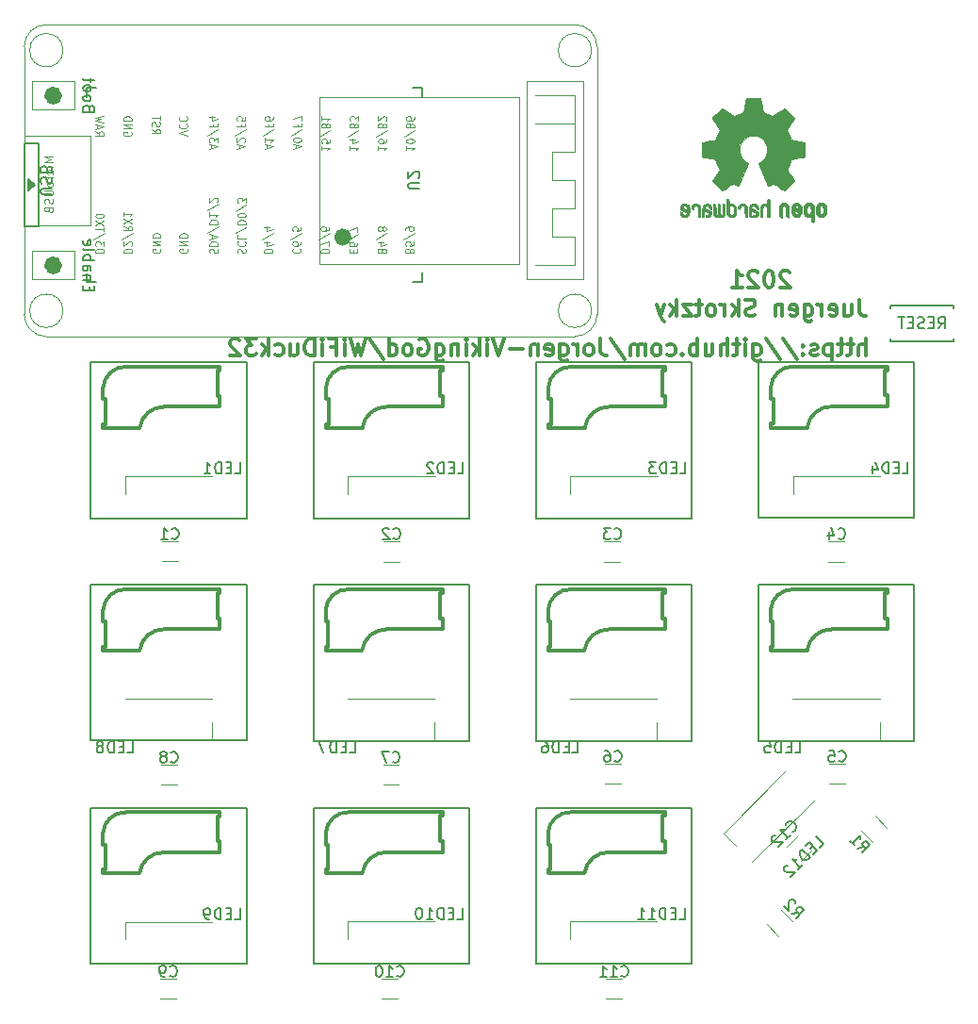
<source format=gbr>
%TF.GenerationSoftware,KiCad,Pcbnew,5.1.7-a382d34a8~88~ubuntu20.04.1*%
%TF.CreationDate,2021-03-20T14:16:57+01:00*%
%TF.ProjectId,WiFiDuck32,57694669-4475-4636-9b33-322e6b696361,2*%
%TF.SameCoordinates,Original*%
%TF.FileFunction,Legend,Bot*%
%TF.FilePolarity,Positive*%
%FSLAX46Y46*%
G04 Gerber Fmt 4.6, Leading zero omitted, Abs format (unit mm)*
G04 Created by KiCad (PCBNEW 5.1.7-a382d34a8~88~ubuntu20.04.1) date 2021-03-20 14:16:57*
%MOMM*%
%LPD*%
G01*
G04 APERTURE LIST*
%ADD10C,0.300000*%
%ADD11C,0.150000*%
%ADD12C,0.010000*%
%ADD13C,0.120000*%
%ADD14C,1.000000*%
%ADD15C,0.800000*%
%ADD16C,0.125000*%
G04 APERTURE END LIST*
D10*
X92804928Y-43956928D02*
X92733500Y-43885500D01*
X92590642Y-43814071D01*
X92233500Y-43814071D01*
X92090642Y-43885500D01*
X92019214Y-43956928D01*
X91947785Y-44099785D01*
X91947785Y-44242642D01*
X92019214Y-44456928D01*
X92876357Y-45314071D01*
X91947785Y-45314071D01*
X91019214Y-43814071D02*
X90876357Y-43814071D01*
X90733500Y-43885500D01*
X90662071Y-43956928D01*
X90590642Y-44099785D01*
X90519214Y-44385500D01*
X90519214Y-44742642D01*
X90590642Y-45028357D01*
X90662071Y-45171214D01*
X90733500Y-45242642D01*
X90876357Y-45314071D01*
X91019214Y-45314071D01*
X91162071Y-45242642D01*
X91233500Y-45171214D01*
X91304928Y-45028357D01*
X91376357Y-44742642D01*
X91376357Y-44385500D01*
X91304928Y-44099785D01*
X91233500Y-43956928D01*
X91162071Y-43885500D01*
X91019214Y-43814071D01*
X89947785Y-43956928D02*
X89876357Y-43885500D01*
X89733500Y-43814071D01*
X89376357Y-43814071D01*
X89233500Y-43885500D01*
X89162071Y-43956928D01*
X89090642Y-44099785D01*
X89090642Y-44242642D01*
X89162071Y-44456928D01*
X90019214Y-45314071D01*
X89090642Y-45314071D01*
X87662071Y-45314071D02*
X88519214Y-45314071D01*
X88090642Y-45314071D02*
X88090642Y-43814071D01*
X88233500Y-44028357D01*
X88376357Y-44171214D01*
X88519214Y-44242642D01*
X99054928Y-46364071D02*
X99054928Y-47435500D01*
X99126357Y-47649785D01*
X99269214Y-47792642D01*
X99483500Y-47864071D01*
X99626357Y-47864071D01*
X97697785Y-46864071D02*
X97697785Y-47864071D01*
X98340642Y-46864071D02*
X98340642Y-47649785D01*
X98269214Y-47792642D01*
X98126357Y-47864071D01*
X97912071Y-47864071D01*
X97769214Y-47792642D01*
X97697785Y-47721214D01*
X96412071Y-47792642D02*
X96554928Y-47864071D01*
X96840642Y-47864071D01*
X96983500Y-47792642D01*
X97054928Y-47649785D01*
X97054928Y-47078357D01*
X96983500Y-46935500D01*
X96840642Y-46864071D01*
X96554928Y-46864071D01*
X96412071Y-46935500D01*
X96340642Y-47078357D01*
X96340642Y-47221214D01*
X97054928Y-47364071D01*
X95697785Y-47864071D02*
X95697785Y-46864071D01*
X95697785Y-47149785D02*
X95626357Y-47006928D01*
X95554928Y-46935500D01*
X95412071Y-46864071D01*
X95269214Y-46864071D01*
X94126357Y-46864071D02*
X94126357Y-48078357D01*
X94197785Y-48221214D01*
X94269214Y-48292642D01*
X94412071Y-48364071D01*
X94626357Y-48364071D01*
X94769214Y-48292642D01*
X94126357Y-47792642D02*
X94269214Y-47864071D01*
X94554928Y-47864071D01*
X94697785Y-47792642D01*
X94769214Y-47721214D01*
X94840642Y-47578357D01*
X94840642Y-47149785D01*
X94769214Y-47006928D01*
X94697785Y-46935500D01*
X94554928Y-46864071D01*
X94269214Y-46864071D01*
X94126357Y-46935500D01*
X92840642Y-47792642D02*
X92983500Y-47864071D01*
X93269214Y-47864071D01*
X93412071Y-47792642D01*
X93483500Y-47649785D01*
X93483500Y-47078357D01*
X93412071Y-46935500D01*
X93269214Y-46864071D01*
X92983500Y-46864071D01*
X92840642Y-46935500D01*
X92769214Y-47078357D01*
X92769214Y-47221214D01*
X93483500Y-47364071D01*
X92126357Y-46864071D02*
X92126357Y-47864071D01*
X92126357Y-47006928D02*
X92054928Y-46935500D01*
X91912071Y-46864071D01*
X91697785Y-46864071D01*
X91554928Y-46935500D01*
X91483500Y-47078357D01*
X91483500Y-47864071D01*
X89697785Y-47792642D02*
X89483500Y-47864071D01*
X89126357Y-47864071D01*
X88983500Y-47792642D01*
X88912071Y-47721214D01*
X88840642Y-47578357D01*
X88840642Y-47435500D01*
X88912071Y-47292642D01*
X88983500Y-47221214D01*
X89126357Y-47149785D01*
X89412071Y-47078357D01*
X89554928Y-47006928D01*
X89626357Y-46935500D01*
X89697785Y-46792642D01*
X89697785Y-46649785D01*
X89626357Y-46506928D01*
X89554928Y-46435500D01*
X89412071Y-46364071D01*
X89054928Y-46364071D01*
X88840642Y-46435500D01*
X88197785Y-47864071D02*
X88197785Y-46364071D01*
X88054928Y-47292642D02*
X87626357Y-47864071D01*
X87626357Y-46864071D02*
X88197785Y-47435500D01*
X86983500Y-47864071D02*
X86983500Y-46864071D01*
X86983500Y-47149785D02*
X86912071Y-47006928D01*
X86840642Y-46935500D01*
X86697785Y-46864071D01*
X86554928Y-46864071D01*
X85840642Y-47864071D02*
X85983500Y-47792642D01*
X86054928Y-47721214D01*
X86126357Y-47578357D01*
X86126357Y-47149785D01*
X86054928Y-47006928D01*
X85983500Y-46935500D01*
X85840642Y-46864071D01*
X85626357Y-46864071D01*
X85483500Y-46935500D01*
X85412071Y-47006928D01*
X85340642Y-47149785D01*
X85340642Y-47578357D01*
X85412071Y-47721214D01*
X85483500Y-47792642D01*
X85626357Y-47864071D01*
X85840642Y-47864071D01*
X84912071Y-46864071D02*
X84340642Y-46864071D01*
X84697785Y-46364071D02*
X84697785Y-47649785D01*
X84626357Y-47792642D01*
X84483500Y-47864071D01*
X84340642Y-47864071D01*
X83983500Y-46864071D02*
X83197785Y-46864071D01*
X83983500Y-47864071D01*
X83197785Y-47864071D01*
X82626357Y-47864071D02*
X82626357Y-46364071D01*
X82483500Y-47292642D02*
X82054928Y-47864071D01*
X82054928Y-46864071D02*
X82626357Y-47435500D01*
X81554928Y-46864071D02*
X81197785Y-47864071D01*
X80840642Y-46864071D02*
X81197785Y-47864071D01*
X81340642Y-48221214D01*
X81412071Y-48292642D01*
X81554928Y-48364071D01*
X99655714Y-51415071D02*
X99655714Y-49915071D01*
X99012857Y-51415071D02*
X99012857Y-50629357D01*
X99084285Y-50486500D01*
X99227142Y-50415071D01*
X99441428Y-50415071D01*
X99584285Y-50486500D01*
X99655714Y-50557928D01*
X98512857Y-50415071D02*
X97941428Y-50415071D01*
X98298571Y-49915071D02*
X98298571Y-51200785D01*
X98227142Y-51343642D01*
X98084285Y-51415071D01*
X97941428Y-51415071D01*
X97655714Y-50415071D02*
X97084285Y-50415071D01*
X97441428Y-49915071D02*
X97441428Y-51200785D01*
X97370000Y-51343642D01*
X97227142Y-51415071D01*
X97084285Y-51415071D01*
X96584285Y-50415071D02*
X96584285Y-51915071D01*
X96584285Y-50486500D02*
X96441428Y-50415071D01*
X96155714Y-50415071D01*
X96012857Y-50486500D01*
X95941428Y-50557928D01*
X95869999Y-50700785D01*
X95869999Y-51129357D01*
X95941428Y-51272214D01*
X96012857Y-51343642D01*
X96155714Y-51415071D01*
X96441428Y-51415071D01*
X96584285Y-51343642D01*
X95298571Y-51343642D02*
X95155714Y-51415071D01*
X94869999Y-51415071D01*
X94727142Y-51343642D01*
X94655714Y-51200785D01*
X94655714Y-51129357D01*
X94727142Y-50986500D01*
X94869999Y-50915071D01*
X95084285Y-50915071D01*
X95227142Y-50843642D01*
X95298571Y-50700785D01*
X95298571Y-50629357D01*
X95227142Y-50486500D01*
X95084285Y-50415071D01*
X94869999Y-50415071D01*
X94727142Y-50486500D01*
X94012857Y-51272214D02*
X93941428Y-51343642D01*
X94012857Y-51415071D01*
X94084285Y-51343642D01*
X94012857Y-51272214D01*
X94012857Y-51415071D01*
X94012857Y-50486500D02*
X93941428Y-50557928D01*
X94012857Y-50629357D01*
X94084285Y-50557928D01*
X94012857Y-50486500D01*
X94012857Y-50629357D01*
X92227142Y-49843642D02*
X93512857Y-51772214D01*
X90655714Y-49843642D02*
X91941428Y-51772214D01*
X89512857Y-50415071D02*
X89512857Y-51629357D01*
X89584285Y-51772214D01*
X89655714Y-51843642D01*
X89798571Y-51915071D01*
X90012857Y-51915071D01*
X90155714Y-51843642D01*
X89512857Y-51343642D02*
X89655714Y-51415071D01*
X89941428Y-51415071D01*
X90084285Y-51343642D01*
X90155714Y-51272214D01*
X90227142Y-51129357D01*
X90227142Y-50700785D01*
X90155714Y-50557928D01*
X90084285Y-50486500D01*
X89941428Y-50415071D01*
X89655714Y-50415071D01*
X89512857Y-50486500D01*
X88798571Y-51415071D02*
X88798571Y-50415071D01*
X88798571Y-49915071D02*
X88869999Y-49986500D01*
X88798571Y-50057928D01*
X88727142Y-49986500D01*
X88798571Y-49915071D01*
X88798571Y-50057928D01*
X88298571Y-50415071D02*
X87727142Y-50415071D01*
X88084285Y-49915071D02*
X88084285Y-51200785D01*
X88012857Y-51343642D01*
X87869999Y-51415071D01*
X87727142Y-51415071D01*
X87227142Y-51415071D02*
X87227142Y-49915071D01*
X86584285Y-51415071D02*
X86584285Y-50629357D01*
X86655714Y-50486500D01*
X86798571Y-50415071D01*
X87012857Y-50415071D01*
X87155714Y-50486500D01*
X87227142Y-50557928D01*
X85227142Y-50415071D02*
X85227142Y-51415071D01*
X85869999Y-50415071D02*
X85869999Y-51200785D01*
X85798571Y-51343642D01*
X85655714Y-51415071D01*
X85441428Y-51415071D01*
X85298571Y-51343642D01*
X85227142Y-51272214D01*
X84512857Y-51415071D02*
X84512857Y-49915071D01*
X84512857Y-50486500D02*
X84369999Y-50415071D01*
X84084285Y-50415071D01*
X83941428Y-50486500D01*
X83869999Y-50557928D01*
X83798571Y-50700785D01*
X83798571Y-51129357D01*
X83869999Y-51272214D01*
X83941428Y-51343642D01*
X84084285Y-51415071D01*
X84369999Y-51415071D01*
X84512857Y-51343642D01*
X83155714Y-51272214D02*
X83084285Y-51343642D01*
X83155714Y-51415071D01*
X83227142Y-51343642D01*
X83155714Y-51272214D01*
X83155714Y-51415071D01*
X81798571Y-51343642D02*
X81941428Y-51415071D01*
X82227142Y-51415071D01*
X82369999Y-51343642D01*
X82441428Y-51272214D01*
X82512857Y-51129357D01*
X82512857Y-50700785D01*
X82441428Y-50557928D01*
X82369999Y-50486500D01*
X82227142Y-50415071D01*
X81941428Y-50415071D01*
X81798571Y-50486500D01*
X80941428Y-51415071D02*
X81084285Y-51343642D01*
X81155714Y-51272214D01*
X81227142Y-51129357D01*
X81227142Y-50700785D01*
X81155714Y-50557928D01*
X81084285Y-50486500D01*
X80941428Y-50415071D01*
X80727142Y-50415071D01*
X80584285Y-50486500D01*
X80512857Y-50557928D01*
X80441428Y-50700785D01*
X80441428Y-51129357D01*
X80512857Y-51272214D01*
X80584285Y-51343642D01*
X80727142Y-51415071D01*
X80941428Y-51415071D01*
X79798571Y-51415071D02*
X79798571Y-50415071D01*
X79798571Y-50557928D02*
X79727142Y-50486500D01*
X79584285Y-50415071D01*
X79369999Y-50415071D01*
X79227142Y-50486500D01*
X79155714Y-50629357D01*
X79155714Y-51415071D01*
X79155714Y-50629357D02*
X79084285Y-50486500D01*
X78941428Y-50415071D01*
X78727142Y-50415071D01*
X78584285Y-50486500D01*
X78512857Y-50629357D01*
X78512857Y-51415071D01*
X76727142Y-49843642D02*
X78012857Y-51772214D01*
X75798571Y-49915071D02*
X75798571Y-50986500D01*
X75869999Y-51200785D01*
X76012857Y-51343642D01*
X76227142Y-51415071D01*
X76369999Y-51415071D01*
X74869999Y-51415071D02*
X75012857Y-51343642D01*
X75084285Y-51272214D01*
X75155714Y-51129357D01*
X75155714Y-50700785D01*
X75084285Y-50557928D01*
X75012857Y-50486500D01*
X74869999Y-50415071D01*
X74655714Y-50415071D01*
X74512857Y-50486500D01*
X74441428Y-50557928D01*
X74369999Y-50700785D01*
X74369999Y-51129357D01*
X74441428Y-51272214D01*
X74512857Y-51343642D01*
X74655714Y-51415071D01*
X74869999Y-51415071D01*
X73727142Y-51415071D02*
X73727142Y-50415071D01*
X73727142Y-50700785D02*
X73655714Y-50557928D01*
X73584285Y-50486500D01*
X73441428Y-50415071D01*
X73298571Y-50415071D01*
X72155714Y-50415071D02*
X72155714Y-51629357D01*
X72227142Y-51772214D01*
X72298571Y-51843642D01*
X72441428Y-51915071D01*
X72655714Y-51915071D01*
X72798571Y-51843642D01*
X72155714Y-51343642D02*
X72298571Y-51415071D01*
X72584285Y-51415071D01*
X72727142Y-51343642D01*
X72798571Y-51272214D01*
X72869999Y-51129357D01*
X72869999Y-50700785D01*
X72798571Y-50557928D01*
X72727142Y-50486500D01*
X72584285Y-50415071D01*
X72298571Y-50415071D01*
X72155714Y-50486500D01*
X70869999Y-51343642D02*
X71012857Y-51415071D01*
X71298571Y-51415071D01*
X71441428Y-51343642D01*
X71512857Y-51200785D01*
X71512857Y-50629357D01*
X71441428Y-50486500D01*
X71298571Y-50415071D01*
X71012857Y-50415071D01*
X70869999Y-50486500D01*
X70798571Y-50629357D01*
X70798571Y-50772214D01*
X71512857Y-50915071D01*
X70155714Y-50415071D02*
X70155714Y-51415071D01*
X70155714Y-50557928D02*
X70084285Y-50486500D01*
X69941428Y-50415071D01*
X69727142Y-50415071D01*
X69584285Y-50486500D01*
X69512857Y-50629357D01*
X69512857Y-51415071D01*
X68798571Y-50843642D02*
X67655714Y-50843642D01*
X67155714Y-49915071D02*
X66655714Y-51415071D01*
X66155714Y-49915071D01*
X65655714Y-51415071D02*
X65655714Y-50415071D01*
X65655714Y-49915071D02*
X65727142Y-49986500D01*
X65655714Y-50057928D01*
X65584285Y-49986500D01*
X65655714Y-49915071D01*
X65655714Y-50057928D01*
X64941428Y-51415071D02*
X64941428Y-49915071D01*
X64798571Y-50843642D02*
X64369999Y-51415071D01*
X64369999Y-50415071D02*
X64941428Y-50986500D01*
X63727142Y-51415071D02*
X63727142Y-50415071D01*
X63727142Y-49915071D02*
X63798571Y-49986500D01*
X63727142Y-50057928D01*
X63655714Y-49986500D01*
X63727142Y-49915071D01*
X63727142Y-50057928D01*
X63012857Y-50415071D02*
X63012857Y-51415071D01*
X63012857Y-50557928D02*
X62941428Y-50486500D01*
X62798571Y-50415071D01*
X62584285Y-50415071D01*
X62441428Y-50486500D01*
X62369999Y-50629357D01*
X62369999Y-51415071D01*
X61012857Y-50415071D02*
X61012857Y-51629357D01*
X61084285Y-51772214D01*
X61155714Y-51843642D01*
X61298571Y-51915071D01*
X61512857Y-51915071D01*
X61655714Y-51843642D01*
X61012857Y-51343642D02*
X61155714Y-51415071D01*
X61441428Y-51415071D01*
X61584285Y-51343642D01*
X61655714Y-51272214D01*
X61727142Y-51129357D01*
X61727142Y-50700785D01*
X61655714Y-50557928D01*
X61584285Y-50486500D01*
X61441428Y-50415071D01*
X61155714Y-50415071D01*
X61012857Y-50486500D01*
X59512857Y-49986500D02*
X59655714Y-49915071D01*
X59869999Y-49915071D01*
X60084285Y-49986500D01*
X60227142Y-50129357D01*
X60298571Y-50272214D01*
X60369999Y-50557928D01*
X60369999Y-50772214D01*
X60298571Y-51057928D01*
X60227142Y-51200785D01*
X60084285Y-51343642D01*
X59869999Y-51415071D01*
X59727142Y-51415071D01*
X59512857Y-51343642D01*
X59441428Y-51272214D01*
X59441428Y-50772214D01*
X59727142Y-50772214D01*
X58584285Y-51415071D02*
X58727142Y-51343642D01*
X58798571Y-51272214D01*
X58869999Y-51129357D01*
X58869999Y-50700785D01*
X58798571Y-50557928D01*
X58727142Y-50486500D01*
X58584285Y-50415071D01*
X58369999Y-50415071D01*
X58227142Y-50486500D01*
X58155714Y-50557928D01*
X58084285Y-50700785D01*
X58084285Y-51129357D01*
X58155714Y-51272214D01*
X58227142Y-51343642D01*
X58369999Y-51415071D01*
X58584285Y-51415071D01*
X56798571Y-51415071D02*
X56798571Y-49915071D01*
X56798571Y-51343642D02*
X56941428Y-51415071D01*
X57227142Y-51415071D01*
X57369999Y-51343642D01*
X57441428Y-51272214D01*
X57512857Y-51129357D01*
X57512857Y-50700785D01*
X57441428Y-50557928D01*
X57369999Y-50486500D01*
X57227142Y-50415071D01*
X56941428Y-50415071D01*
X56798571Y-50486500D01*
X55012857Y-49843642D02*
X56298571Y-51772214D01*
X54655714Y-49915071D02*
X54298571Y-51415071D01*
X54012857Y-50343642D01*
X53727142Y-51415071D01*
X53369999Y-49915071D01*
X52798571Y-51415071D02*
X52798571Y-50415071D01*
X52798571Y-49915071D02*
X52869999Y-49986500D01*
X52798571Y-50057928D01*
X52727142Y-49986500D01*
X52798571Y-49915071D01*
X52798571Y-50057928D01*
X51584285Y-50629357D02*
X52084285Y-50629357D01*
X52084285Y-51415071D02*
X52084285Y-49915071D01*
X51369999Y-49915071D01*
X50798571Y-51415071D02*
X50798571Y-50415071D01*
X50798571Y-49915071D02*
X50869999Y-49986500D01*
X50798571Y-50057928D01*
X50727142Y-49986500D01*
X50798571Y-49915071D01*
X50798571Y-50057928D01*
X50084285Y-51415071D02*
X50084285Y-49915071D01*
X49727142Y-49915071D01*
X49512857Y-49986500D01*
X49369999Y-50129357D01*
X49298571Y-50272214D01*
X49227142Y-50557928D01*
X49227142Y-50772214D01*
X49298571Y-51057928D01*
X49369999Y-51200785D01*
X49512857Y-51343642D01*
X49727142Y-51415071D01*
X50084285Y-51415071D01*
X47941428Y-50415071D02*
X47941428Y-51415071D01*
X48584285Y-50415071D02*
X48584285Y-51200785D01*
X48512857Y-51343642D01*
X48369999Y-51415071D01*
X48155714Y-51415071D01*
X48012857Y-51343642D01*
X47941428Y-51272214D01*
X46584285Y-51343642D02*
X46727142Y-51415071D01*
X47012857Y-51415071D01*
X47155714Y-51343642D01*
X47227142Y-51272214D01*
X47298571Y-51129357D01*
X47298571Y-50700785D01*
X47227142Y-50557928D01*
X47155714Y-50486500D01*
X47012857Y-50415071D01*
X46727142Y-50415071D01*
X46584285Y-50486500D01*
X45941428Y-51415071D02*
X45941428Y-49915071D01*
X45798571Y-50843642D02*
X45369999Y-51415071D01*
X45369999Y-50415071D02*
X45941428Y-50986500D01*
X44869999Y-49915071D02*
X43941428Y-49915071D01*
X44441428Y-50486500D01*
X44227142Y-50486500D01*
X44084285Y-50557928D01*
X44012857Y-50629357D01*
X43941428Y-50772214D01*
X43941428Y-51129357D01*
X44012857Y-51272214D01*
X44084285Y-51343642D01*
X44227142Y-51415071D01*
X44655714Y-51415071D01*
X44798571Y-51343642D01*
X44869999Y-51272214D01*
X43369999Y-50057928D02*
X43298571Y-49986500D01*
X43155714Y-49915071D01*
X42798571Y-49915071D01*
X42655714Y-49986500D01*
X42584285Y-50057928D01*
X42512857Y-50200785D01*
X42512857Y-50343642D01*
X42584285Y-50557928D01*
X43441428Y-51415071D01*
X42512857Y-51415071D01*
D11*
%TO.C,U1*%
X24812000Y-35918000D02*
X24812000Y-36218000D01*
X24662000Y-35818000D02*
X24662000Y-36318000D01*
X24512000Y-35718000D02*
X24512000Y-36418000D01*
X25012000Y-36068000D02*
X24362000Y-35568000D01*
X24362000Y-36568000D02*
X25012000Y-36068000D01*
X24362000Y-35568000D02*
X24362000Y-36568000D01*
X24012000Y-39818000D02*
X24012000Y-32318000D01*
X25312000Y-39818000D02*
X24012000Y-39818000D01*
X25312000Y-32318000D02*
X25312000Y-39818000D01*
X24012000Y-32318000D02*
X25312000Y-32318000D01*
X29612000Y-27318000D02*
X30462000Y-27318000D01*
X29612000Y-44818000D02*
X30462000Y-44818000D01*
X29612000Y-27318000D02*
X29612000Y-28168000D01*
X29612000Y-44818000D02*
X29612000Y-44018000D01*
X58912000Y-27318000D02*
X59812000Y-27318000D01*
X58962000Y-44818000D02*
X59812000Y-44818000D01*
X59812000Y-27318000D02*
X59812000Y-28168000D01*
X59812000Y-44818000D02*
X59812000Y-43958000D01*
D12*
%TO.C,REF\u002A\u002A*%
G36*
X94363100Y-37707403D02*
G01*
X94251550Y-37763022D01*
X94153092Y-37865431D01*
X94125977Y-37903364D01*
X94096438Y-37953000D01*
X94077272Y-38006912D01*
X94066307Y-38078864D01*
X94061371Y-38182622D01*
X94060287Y-38319601D01*
X94065182Y-38507315D01*
X94082196Y-38648258D01*
X94114823Y-38753408D01*
X94166558Y-38833743D01*
X94240896Y-38900241D01*
X94246358Y-38904178D01*
X94319620Y-38944453D01*
X94407840Y-38964380D01*
X94520038Y-38969293D01*
X94702433Y-38969293D01*
X94702509Y-39146357D01*
X94704207Y-39244970D01*
X94714550Y-39302814D01*
X94741578Y-39337506D01*
X94793332Y-39366664D01*
X94805761Y-39372621D01*
X94863923Y-39400539D01*
X94908956Y-39418172D01*
X94942441Y-39419694D01*
X94965962Y-39399281D01*
X94981100Y-39351107D01*
X94989437Y-39269346D01*
X94992556Y-39148172D01*
X94992040Y-38981760D01*
X94989471Y-38764285D01*
X94988668Y-38699236D01*
X94985778Y-38475002D01*
X94983188Y-38328321D01*
X94702586Y-38328321D01*
X94701009Y-38452826D01*
X94694000Y-38534287D01*
X94678142Y-38588015D01*
X94650019Y-38629323D01*
X94630925Y-38649471D01*
X94552865Y-38708421D01*
X94483753Y-38713220D01*
X94412440Y-38664538D01*
X94410632Y-38662741D01*
X94381617Y-38625118D01*
X94363967Y-38573984D01*
X94355064Y-38495238D01*
X94352291Y-38374776D01*
X94352241Y-38348088D01*
X94358942Y-38182083D01*
X94380752Y-38067005D01*
X94420235Y-37996754D01*
X94479956Y-37965229D01*
X94514472Y-37962052D01*
X94596389Y-37976960D01*
X94652579Y-38026048D01*
X94686402Y-38115862D01*
X94701220Y-38252945D01*
X94702586Y-38328321D01*
X94983188Y-38328321D01*
X94982713Y-38301452D01*
X94978753Y-38170882D01*
X94973174Y-38075587D01*
X94965254Y-38007864D01*
X94954269Y-37960007D01*
X94939499Y-37924313D01*
X94920218Y-37893078D01*
X94911951Y-37881324D01*
X94802288Y-37770297D01*
X94663635Y-37707347D01*
X94503246Y-37689797D01*
X94363100Y-37707403D01*
G37*
X94363100Y-37707403D02*
X94251550Y-37763022D01*
X94153092Y-37865431D01*
X94125977Y-37903364D01*
X94096438Y-37953000D01*
X94077272Y-38006912D01*
X94066307Y-38078864D01*
X94061371Y-38182622D01*
X94060287Y-38319601D01*
X94065182Y-38507315D01*
X94082196Y-38648258D01*
X94114823Y-38753408D01*
X94166558Y-38833743D01*
X94240896Y-38900241D01*
X94246358Y-38904178D01*
X94319620Y-38944453D01*
X94407840Y-38964380D01*
X94520038Y-38969293D01*
X94702433Y-38969293D01*
X94702509Y-39146357D01*
X94704207Y-39244970D01*
X94714550Y-39302814D01*
X94741578Y-39337506D01*
X94793332Y-39366664D01*
X94805761Y-39372621D01*
X94863923Y-39400539D01*
X94908956Y-39418172D01*
X94942441Y-39419694D01*
X94965962Y-39399281D01*
X94981100Y-39351107D01*
X94989437Y-39269346D01*
X94992556Y-39148172D01*
X94992040Y-38981760D01*
X94989471Y-38764285D01*
X94988668Y-38699236D01*
X94985778Y-38475002D01*
X94983188Y-38328321D01*
X94702586Y-38328321D01*
X94701009Y-38452826D01*
X94694000Y-38534287D01*
X94678142Y-38588015D01*
X94650019Y-38629323D01*
X94630925Y-38649471D01*
X94552865Y-38708421D01*
X94483753Y-38713220D01*
X94412440Y-38664538D01*
X94410632Y-38662741D01*
X94381617Y-38625118D01*
X94363967Y-38573984D01*
X94355064Y-38495238D01*
X94352291Y-38374776D01*
X94352241Y-38348088D01*
X94358942Y-38182083D01*
X94380752Y-38067005D01*
X94420235Y-37996754D01*
X94479956Y-37965229D01*
X94514472Y-37962052D01*
X94596389Y-37976960D01*
X94652579Y-38026048D01*
X94686402Y-38115862D01*
X94701220Y-38252945D01*
X94702586Y-38328321D01*
X94983188Y-38328321D01*
X94982713Y-38301452D01*
X94978753Y-38170882D01*
X94973174Y-38075587D01*
X94965254Y-38007864D01*
X94954269Y-37960007D01*
X94939499Y-37924313D01*
X94920218Y-37893078D01*
X94911951Y-37881324D01*
X94802288Y-37770297D01*
X94663635Y-37707347D01*
X94503246Y-37689797D01*
X94363100Y-37707403D01*
G36*
X92117571Y-37723219D02*
G01*
X92023877Y-37777414D01*
X91958736Y-37831207D01*
X91911093Y-37887566D01*
X91878272Y-37956487D01*
X91857594Y-38047968D01*
X91846380Y-38172006D01*
X91841951Y-38338598D01*
X91841437Y-38458351D01*
X91841437Y-38899159D01*
X91965517Y-38954783D01*
X92089598Y-39010407D01*
X92104195Y-38527595D01*
X92110227Y-38347279D01*
X92116555Y-38216401D01*
X92124394Y-38126011D01*
X92134963Y-38067164D01*
X92149477Y-38030913D01*
X92169152Y-38008310D01*
X92175465Y-38003417D01*
X92271112Y-37965206D01*
X92367793Y-37980327D01*
X92425345Y-38020443D01*
X92448755Y-38048870D01*
X92464961Y-38086172D01*
X92475259Y-38142723D01*
X92480951Y-38228894D01*
X92483336Y-38355058D01*
X92483736Y-38486542D01*
X92483814Y-38651499D01*
X92486639Y-38768261D01*
X92496093Y-38847010D01*
X92516060Y-38897931D01*
X92550424Y-38931206D01*
X92603068Y-38957020D01*
X92673383Y-38983844D01*
X92750180Y-39013042D01*
X92741038Y-38494846D01*
X92737357Y-38308039D01*
X92733050Y-38169990D01*
X92726877Y-38071068D01*
X92717598Y-38001645D01*
X92703973Y-37952090D01*
X92684761Y-37912773D01*
X92661598Y-37878084D01*
X92549848Y-37767270D01*
X92413487Y-37703189D01*
X92265175Y-37687839D01*
X92117571Y-37723219D01*
G37*
X92117571Y-37723219D02*
X92023877Y-37777414D01*
X91958736Y-37831207D01*
X91911093Y-37887566D01*
X91878272Y-37956487D01*
X91857594Y-38047968D01*
X91846380Y-38172006D01*
X91841951Y-38338598D01*
X91841437Y-38458351D01*
X91841437Y-38899159D01*
X91965517Y-38954783D01*
X92089598Y-39010407D01*
X92104195Y-38527595D01*
X92110227Y-38347279D01*
X92116555Y-38216401D01*
X92124394Y-38126011D01*
X92134963Y-38067164D01*
X92149477Y-38030913D01*
X92169152Y-38008310D01*
X92175465Y-38003417D01*
X92271112Y-37965206D01*
X92367793Y-37980327D01*
X92425345Y-38020443D01*
X92448755Y-38048870D01*
X92464961Y-38086172D01*
X92475259Y-38142723D01*
X92480951Y-38228894D01*
X92483336Y-38355058D01*
X92483736Y-38486542D01*
X92483814Y-38651499D01*
X92486639Y-38768261D01*
X92496093Y-38847010D01*
X92516060Y-38897931D01*
X92550424Y-38931206D01*
X92603068Y-38957020D01*
X92673383Y-38983844D01*
X92750180Y-39013042D01*
X92741038Y-38494846D01*
X92737357Y-38308039D01*
X92733050Y-38169990D01*
X92726877Y-38071068D01*
X92717598Y-38001645D01*
X92703973Y-37952090D01*
X92684761Y-37912773D01*
X92661598Y-37878084D01*
X92549848Y-37767270D01*
X92413487Y-37703189D01*
X92265175Y-37687839D01*
X92117571Y-37723219D01*
G36*
X95486779Y-37711515D02*
G01*
X95349939Y-37783468D01*
X95248949Y-37899266D01*
X95213075Y-37973713D01*
X95185161Y-38085492D01*
X95170871Y-38226727D01*
X95169516Y-38380871D01*
X95180405Y-38531379D01*
X95202847Y-38661705D01*
X95236150Y-38755303D01*
X95246385Y-38771422D01*
X95367618Y-38891749D01*
X95511613Y-38963817D01*
X95667861Y-38984908D01*
X95825852Y-38952302D01*
X95869820Y-38932753D01*
X95955444Y-38872512D01*
X96030592Y-38792635D01*
X96037694Y-38782504D01*
X96066561Y-38733681D01*
X96085643Y-38681490D01*
X96096916Y-38612785D01*
X96102355Y-38514418D01*
X96103938Y-38373244D01*
X96103965Y-38341592D01*
X96103893Y-38331519D01*
X95812011Y-38331519D01*
X95810313Y-38464756D01*
X95803628Y-38553174D01*
X95789575Y-38610285D01*
X95765771Y-38649602D01*
X95753621Y-38662741D01*
X95683764Y-38712672D01*
X95615941Y-38710395D01*
X95547365Y-38667084D01*
X95506465Y-38620846D01*
X95482242Y-38553357D01*
X95468639Y-38446933D01*
X95467706Y-38434520D01*
X95465384Y-38241647D01*
X95489650Y-38098400D01*
X95540176Y-38005660D01*
X95616632Y-37964307D01*
X95643924Y-37962052D01*
X95715589Y-37973393D01*
X95764610Y-38012684D01*
X95794582Y-38087826D01*
X95809101Y-38206722D01*
X95812011Y-38331519D01*
X96103893Y-38331519D01*
X96102878Y-38191159D01*
X96098312Y-38086049D01*
X96088312Y-38013214D01*
X96070921Y-37959608D01*
X96044184Y-37912181D01*
X96038276Y-37903364D01*
X95938968Y-37784507D01*
X95830758Y-37715508D01*
X95699019Y-37688119D01*
X95654283Y-37686781D01*
X95486779Y-37711515D01*
G37*
X95486779Y-37711515D02*
X95349939Y-37783468D01*
X95248949Y-37899266D01*
X95213075Y-37973713D01*
X95185161Y-38085492D01*
X95170871Y-38226727D01*
X95169516Y-38380871D01*
X95180405Y-38531379D01*
X95202847Y-38661705D01*
X95236150Y-38755303D01*
X95246385Y-38771422D01*
X95367618Y-38891749D01*
X95511613Y-38963817D01*
X95667861Y-38984908D01*
X95825852Y-38952302D01*
X95869820Y-38932753D01*
X95955444Y-38872512D01*
X96030592Y-38792635D01*
X96037694Y-38782504D01*
X96066561Y-38733681D01*
X96085643Y-38681490D01*
X96096916Y-38612785D01*
X96102355Y-38514418D01*
X96103938Y-38373244D01*
X96103965Y-38341592D01*
X96103893Y-38331519D01*
X95812011Y-38331519D01*
X95810313Y-38464756D01*
X95803628Y-38553174D01*
X95789575Y-38610285D01*
X95765771Y-38649602D01*
X95753621Y-38662741D01*
X95683764Y-38712672D01*
X95615941Y-38710395D01*
X95547365Y-38667084D01*
X95506465Y-38620846D01*
X95482242Y-38553357D01*
X95468639Y-38446933D01*
X95467706Y-38434520D01*
X95465384Y-38241647D01*
X95489650Y-38098400D01*
X95540176Y-38005660D01*
X95616632Y-37964307D01*
X95643924Y-37962052D01*
X95715589Y-37973393D01*
X95764610Y-38012684D01*
X95794582Y-38087826D01*
X95809101Y-38206722D01*
X95812011Y-38331519D01*
X96103893Y-38331519D01*
X96102878Y-38191159D01*
X96098312Y-38086049D01*
X96088312Y-38013214D01*
X96070921Y-37959608D01*
X96044184Y-37912181D01*
X96038276Y-37903364D01*
X95938968Y-37784507D01*
X95830758Y-37715508D01*
X95699019Y-37688119D01*
X95654283Y-37686781D01*
X95486779Y-37711515D01*
G36*
X93219448Y-37730176D02*
G01*
X93104342Y-37807611D01*
X93015389Y-37919449D01*
X92962251Y-38061765D01*
X92951503Y-38166515D01*
X92952724Y-38210226D01*
X92962944Y-38243694D01*
X92991039Y-38273679D01*
X93045884Y-38306940D01*
X93136355Y-38350238D01*
X93271328Y-38410333D01*
X93272011Y-38410634D01*
X93396249Y-38467537D01*
X93498127Y-38518065D01*
X93567233Y-38556780D01*
X93593154Y-38578240D01*
X93593161Y-38578413D01*
X93570315Y-38625144D01*
X93516891Y-38676654D01*
X93455558Y-38713761D01*
X93424485Y-38721132D01*
X93339711Y-38695638D01*
X93266707Y-38631791D01*
X93231087Y-38561594D01*
X93196820Y-38509843D01*
X93129697Y-38450909D01*
X93050792Y-38399996D01*
X92981179Y-38372309D01*
X92966623Y-38370787D01*
X92950237Y-38395821D01*
X92949250Y-38459811D01*
X92961292Y-38546093D01*
X92983993Y-38638001D01*
X93014986Y-38718869D01*
X93016552Y-38722009D01*
X93109819Y-38852234D01*
X93230696Y-38940811D01*
X93367973Y-38984286D01*
X93510440Y-38979206D01*
X93646888Y-38922116D01*
X93652955Y-38918102D01*
X93760290Y-38820826D01*
X93830868Y-38693909D01*
X93869926Y-38527026D01*
X93875168Y-38480139D01*
X93884452Y-38258829D01*
X93873322Y-38155624D01*
X93593161Y-38155624D01*
X93589521Y-38220003D01*
X93569611Y-38238791D01*
X93519974Y-38224735D01*
X93441733Y-38191509D01*
X93354274Y-38149859D01*
X93352101Y-38148756D01*
X93277970Y-38109765D01*
X93248219Y-38083744D01*
X93255555Y-38056465D01*
X93286447Y-38020621D01*
X93365040Y-37968751D01*
X93449677Y-37964939D01*
X93525597Y-38002689D01*
X93578035Y-38075501D01*
X93593161Y-38155624D01*
X93873322Y-38155624D01*
X93865356Y-38081761D01*
X93816366Y-37941329D01*
X93748164Y-37842947D01*
X93625065Y-37743530D01*
X93489472Y-37694211D01*
X93351045Y-37691068D01*
X93219448Y-37730176D01*
G37*
X93219448Y-37730176D02*
X93104342Y-37807611D01*
X93015389Y-37919449D01*
X92962251Y-38061765D01*
X92951503Y-38166515D01*
X92952724Y-38210226D01*
X92962944Y-38243694D01*
X92991039Y-38273679D01*
X93045884Y-38306940D01*
X93136355Y-38350238D01*
X93271328Y-38410333D01*
X93272011Y-38410634D01*
X93396249Y-38467537D01*
X93498127Y-38518065D01*
X93567233Y-38556780D01*
X93593154Y-38578240D01*
X93593161Y-38578413D01*
X93570315Y-38625144D01*
X93516891Y-38676654D01*
X93455558Y-38713761D01*
X93424485Y-38721132D01*
X93339711Y-38695638D01*
X93266707Y-38631791D01*
X93231087Y-38561594D01*
X93196820Y-38509843D01*
X93129697Y-38450909D01*
X93050792Y-38399996D01*
X92981179Y-38372309D01*
X92966623Y-38370787D01*
X92950237Y-38395821D01*
X92949250Y-38459811D01*
X92961292Y-38546093D01*
X92983993Y-38638001D01*
X93014986Y-38718869D01*
X93016552Y-38722009D01*
X93109819Y-38852234D01*
X93230696Y-38940811D01*
X93367973Y-38984286D01*
X93510440Y-38979206D01*
X93646888Y-38922116D01*
X93652955Y-38918102D01*
X93760290Y-38820826D01*
X93830868Y-38693909D01*
X93869926Y-38527026D01*
X93875168Y-38480139D01*
X93884452Y-38258829D01*
X93873322Y-38155624D01*
X93593161Y-38155624D01*
X93589521Y-38220003D01*
X93569611Y-38238791D01*
X93519974Y-38224735D01*
X93441733Y-38191509D01*
X93354274Y-38149859D01*
X93352101Y-38148756D01*
X93277970Y-38109765D01*
X93248219Y-38083744D01*
X93255555Y-38056465D01*
X93286447Y-38020621D01*
X93365040Y-37968751D01*
X93449677Y-37964939D01*
X93525597Y-38002689D01*
X93578035Y-38075501D01*
X93593161Y-38155624D01*
X93873322Y-38155624D01*
X93865356Y-38081761D01*
X93816366Y-37941329D01*
X93748164Y-37842947D01*
X93625065Y-37743530D01*
X93489472Y-37694211D01*
X93351045Y-37691068D01*
X93219448Y-37730176D01*
G36*
X90790402Y-37569357D02*
G01*
X90781846Y-37688688D01*
X90772019Y-37759006D01*
X90758401Y-37789679D01*
X90738473Y-37790071D01*
X90732011Y-37786410D01*
X90646060Y-37759898D01*
X90534255Y-37761446D01*
X90420586Y-37788699D01*
X90349490Y-37823955D01*
X90276595Y-37880278D01*
X90223307Y-37944019D01*
X90186725Y-38025010D01*
X90163950Y-38133086D01*
X90152081Y-38278080D01*
X90148218Y-38469826D01*
X90148149Y-38506609D01*
X90148103Y-38919788D01*
X90240046Y-38951839D01*
X90305348Y-38973644D01*
X90341176Y-38983797D01*
X90342230Y-38983891D01*
X90345758Y-38956360D01*
X90348761Y-38880423D01*
X90351010Y-38766065D01*
X90352276Y-38623269D01*
X90352471Y-38536451D01*
X90352877Y-38365273D01*
X90354968Y-38242588D01*
X90360053Y-38158500D01*
X90369440Y-38103114D01*
X90384439Y-38066532D01*
X90406358Y-38038859D01*
X90420043Y-38025532D01*
X90514051Y-37971828D01*
X90616636Y-37967807D01*
X90709710Y-38013225D01*
X90726922Y-38029623D01*
X90752168Y-38060457D01*
X90769680Y-38097031D01*
X90780858Y-38149915D01*
X90787104Y-38229677D01*
X90789818Y-38346885D01*
X90790402Y-38508491D01*
X90790402Y-38919788D01*
X90882345Y-38951839D01*
X90947647Y-38973644D01*
X90983475Y-38983797D01*
X90984529Y-38983891D01*
X90987225Y-38955948D01*
X90989655Y-38877130D01*
X90991722Y-38754953D01*
X90993329Y-38596932D01*
X90994377Y-38410583D01*
X90994769Y-38203420D01*
X90994770Y-38194206D01*
X90994770Y-37404520D01*
X90899885Y-37364497D01*
X90805000Y-37324473D01*
X90790402Y-37569357D01*
G37*
X90790402Y-37569357D02*
X90781846Y-37688688D01*
X90772019Y-37759006D01*
X90758401Y-37789679D01*
X90738473Y-37790071D01*
X90732011Y-37786410D01*
X90646060Y-37759898D01*
X90534255Y-37761446D01*
X90420586Y-37788699D01*
X90349490Y-37823955D01*
X90276595Y-37880278D01*
X90223307Y-37944019D01*
X90186725Y-38025010D01*
X90163950Y-38133086D01*
X90152081Y-38278080D01*
X90148218Y-38469826D01*
X90148149Y-38506609D01*
X90148103Y-38919788D01*
X90240046Y-38951839D01*
X90305348Y-38973644D01*
X90341176Y-38983797D01*
X90342230Y-38983891D01*
X90345758Y-38956360D01*
X90348761Y-38880423D01*
X90351010Y-38766065D01*
X90352276Y-38623269D01*
X90352471Y-38536451D01*
X90352877Y-38365273D01*
X90354968Y-38242588D01*
X90360053Y-38158500D01*
X90369440Y-38103114D01*
X90384439Y-38066532D01*
X90406358Y-38038859D01*
X90420043Y-38025532D01*
X90514051Y-37971828D01*
X90616636Y-37967807D01*
X90709710Y-38013225D01*
X90726922Y-38029623D01*
X90752168Y-38060457D01*
X90769680Y-38097031D01*
X90780858Y-38149915D01*
X90787104Y-38229677D01*
X90789818Y-38346885D01*
X90790402Y-38508491D01*
X90790402Y-38919788D01*
X90882345Y-38951839D01*
X90947647Y-38973644D01*
X90983475Y-38983797D01*
X90984529Y-38983891D01*
X90987225Y-38955948D01*
X90989655Y-38877130D01*
X90991722Y-38754953D01*
X90993329Y-38596932D01*
X90994377Y-38410583D01*
X90994769Y-38203420D01*
X90994770Y-38194206D01*
X90994770Y-37404520D01*
X90899885Y-37364497D01*
X90805000Y-37324473D01*
X90790402Y-37569357D01*
G36*
X89455056Y-37769860D02*
G01*
X89340657Y-37812342D01*
X89339348Y-37813158D01*
X89268597Y-37865230D01*
X89216364Y-37926084D01*
X89179629Y-38005387D01*
X89155366Y-38112809D01*
X89140555Y-38258017D01*
X89132171Y-38450679D01*
X89131436Y-38478128D01*
X89120880Y-38892021D01*
X89209709Y-38937956D01*
X89273982Y-38968998D01*
X89312790Y-38983706D01*
X89314585Y-38983891D01*
X89321300Y-38956750D01*
X89326635Y-38883541D01*
X89329917Y-38776581D01*
X89330632Y-38689969D01*
X89330649Y-38549662D01*
X89337063Y-38461551D01*
X89359420Y-38419525D01*
X89407268Y-38417475D01*
X89490151Y-38449290D01*
X89615287Y-38507772D01*
X89707303Y-38556345D01*
X89754629Y-38598486D01*
X89768542Y-38644416D01*
X89768563Y-38646689D01*
X89745605Y-38725811D01*
X89677630Y-38768555D01*
X89573602Y-38774746D01*
X89498670Y-38773672D01*
X89459161Y-38795253D01*
X89434522Y-38847091D01*
X89420341Y-38913132D01*
X89440777Y-38950604D01*
X89448472Y-38955967D01*
X89520917Y-38977506D01*
X89622367Y-38980555D01*
X89726843Y-38966278D01*
X89800875Y-38940188D01*
X89903228Y-38853285D01*
X89961409Y-38732316D01*
X89972931Y-38637808D01*
X89964138Y-38552562D01*
X89932320Y-38482976D01*
X89869316Y-38421172D01*
X89766969Y-38359272D01*
X89617118Y-38289397D01*
X89607988Y-38285448D01*
X89473003Y-38223088D01*
X89389706Y-38171946D01*
X89354003Y-38125988D01*
X89361797Y-38079183D01*
X89408993Y-38025498D01*
X89423106Y-38013144D01*
X89517641Y-37965241D01*
X89615594Y-37967258D01*
X89700903Y-38014224D01*
X89757504Y-38101169D01*
X89762763Y-38118234D01*
X89813977Y-38201004D01*
X89878963Y-38240872D01*
X89972931Y-38280382D01*
X89972931Y-38178158D01*
X89944347Y-38029572D01*
X89859505Y-37893284D01*
X89815355Y-37847691D01*
X89714995Y-37789174D01*
X89587365Y-37762684D01*
X89455056Y-37769860D01*
G37*
X89455056Y-37769860D02*
X89340657Y-37812342D01*
X89339348Y-37813158D01*
X89268597Y-37865230D01*
X89216364Y-37926084D01*
X89179629Y-38005387D01*
X89155366Y-38112809D01*
X89140555Y-38258017D01*
X89132171Y-38450679D01*
X89131436Y-38478128D01*
X89120880Y-38892021D01*
X89209709Y-38937956D01*
X89273982Y-38968998D01*
X89312790Y-38983706D01*
X89314585Y-38983891D01*
X89321300Y-38956750D01*
X89326635Y-38883541D01*
X89329917Y-38776581D01*
X89330632Y-38689969D01*
X89330649Y-38549662D01*
X89337063Y-38461551D01*
X89359420Y-38419525D01*
X89407268Y-38417475D01*
X89490151Y-38449290D01*
X89615287Y-38507772D01*
X89707303Y-38556345D01*
X89754629Y-38598486D01*
X89768542Y-38644416D01*
X89768563Y-38646689D01*
X89745605Y-38725811D01*
X89677630Y-38768555D01*
X89573602Y-38774746D01*
X89498670Y-38773672D01*
X89459161Y-38795253D01*
X89434522Y-38847091D01*
X89420341Y-38913132D01*
X89440777Y-38950604D01*
X89448472Y-38955967D01*
X89520917Y-38977506D01*
X89622367Y-38980555D01*
X89726843Y-38966278D01*
X89800875Y-38940188D01*
X89903228Y-38853285D01*
X89961409Y-38732316D01*
X89972931Y-38637808D01*
X89964138Y-38552562D01*
X89932320Y-38482976D01*
X89869316Y-38421172D01*
X89766969Y-38359272D01*
X89617118Y-38289397D01*
X89607988Y-38285448D01*
X89473003Y-38223088D01*
X89389706Y-38171946D01*
X89354003Y-38125988D01*
X89361797Y-38079183D01*
X89408993Y-38025498D01*
X89423106Y-38013144D01*
X89517641Y-37965241D01*
X89615594Y-37967258D01*
X89700903Y-38014224D01*
X89757504Y-38101169D01*
X89762763Y-38118234D01*
X89813977Y-38201004D01*
X89878963Y-38240872D01*
X89972931Y-38280382D01*
X89972931Y-38178158D01*
X89944347Y-38029572D01*
X89859505Y-37893284D01*
X89815355Y-37847691D01*
X89714995Y-37789174D01*
X89587365Y-37762684D01*
X89455056Y-37769860D01*
G36*
X88469057Y-37767420D02*
G01*
X88336435Y-37816359D01*
X88228990Y-37902919D01*
X88186968Y-37963852D01*
X88141157Y-38075661D01*
X88142109Y-38156506D01*
X88190192Y-38210878D01*
X88207983Y-38220124D01*
X88284796Y-38248950D01*
X88324024Y-38241565D01*
X88337311Y-38193158D01*
X88337988Y-38166420D01*
X88362314Y-38068048D01*
X88425719Y-37999234D01*
X88513846Y-37965998D01*
X88612337Y-37974361D01*
X88692398Y-38017796D01*
X88719439Y-38042572D01*
X88738606Y-38072629D01*
X88751554Y-38118065D01*
X88759936Y-38188976D01*
X88765407Y-38295460D01*
X88769622Y-38447612D01*
X88770713Y-38495787D01*
X88774693Y-38660595D01*
X88779219Y-38776588D01*
X88786005Y-38853333D01*
X88796769Y-38900393D01*
X88813227Y-38927335D01*
X88837094Y-38943723D01*
X88852374Y-38950963D01*
X88917267Y-38975720D01*
X88955466Y-38983891D01*
X88968088Y-38956603D01*
X88975792Y-38874103D01*
X88978620Y-38735441D01*
X88976614Y-38539662D01*
X88975989Y-38509465D01*
X88971579Y-38330849D01*
X88966365Y-38200423D01*
X88958945Y-38107992D01*
X88947918Y-38043358D01*
X88931883Y-37996325D01*
X88909439Y-37956696D01*
X88897698Y-37939715D01*
X88830381Y-37864580D01*
X88755090Y-37806138D01*
X88745872Y-37801036D01*
X88610867Y-37760760D01*
X88469057Y-37767420D01*
G37*
X88469057Y-37767420D02*
X88336435Y-37816359D01*
X88228990Y-37902919D01*
X88186968Y-37963852D01*
X88141157Y-38075661D01*
X88142109Y-38156506D01*
X88190192Y-38210878D01*
X88207983Y-38220124D01*
X88284796Y-38248950D01*
X88324024Y-38241565D01*
X88337311Y-38193158D01*
X88337988Y-38166420D01*
X88362314Y-38068048D01*
X88425719Y-37999234D01*
X88513846Y-37965998D01*
X88612337Y-37974361D01*
X88692398Y-38017796D01*
X88719439Y-38042572D01*
X88738606Y-38072629D01*
X88751554Y-38118065D01*
X88759936Y-38188976D01*
X88765407Y-38295460D01*
X88769622Y-38447612D01*
X88770713Y-38495787D01*
X88774693Y-38660595D01*
X88779219Y-38776588D01*
X88786005Y-38853333D01*
X88796769Y-38900393D01*
X88813227Y-38927335D01*
X88837094Y-38943723D01*
X88852374Y-38950963D01*
X88917267Y-38975720D01*
X88955466Y-38983891D01*
X88968088Y-38956603D01*
X88975792Y-38874103D01*
X88978620Y-38735441D01*
X88976614Y-38539662D01*
X88975989Y-38509465D01*
X88971579Y-38330849D01*
X88966365Y-38200423D01*
X88958945Y-38107992D01*
X88947918Y-38043358D01*
X88931883Y-37996325D01*
X88909439Y-37956696D01*
X88897698Y-37939715D01*
X88830381Y-37864580D01*
X88755090Y-37806138D01*
X88745872Y-37801036D01*
X88610867Y-37760760D01*
X88469057Y-37767420D01*
G36*
X87141086Y-37999955D02*
G01*
X87141457Y-38218161D01*
X87142892Y-38386019D01*
X87145998Y-38511570D01*
X87151378Y-38602855D01*
X87159638Y-38667915D01*
X87171384Y-38714791D01*
X87187219Y-38751524D01*
X87199210Y-38772491D01*
X87298510Y-38886194D01*
X87424412Y-38957465D01*
X87563709Y-38983038D01*
X87703195Y-38959650D01*
X87786257Y-38917619D01*
X87873455Y-38844911D01*
X87932883Y-38756112D01*
X87968739Y-38639820D01*
X87985219Y-38484635D01*
X87987553Y-38370787D01*
X87987239Y-38362606D01*
X87783276Y-38362606D01*
X87782030Y-38493157D01*
X87776322Y-38579580D01*
X87763196Y-38636118D01*
X87739694Y-38677014D01*
X87711614Y-38707862D01*
X87617312Y-38767405D01*
X87516060Y-38772492D01*
X87420364Y-38722779D01*
X87412916Y-38716043D01*
X87381126Y-38681002D01*
X87361192Y-38639311D01*
X87350400Y-38577262D01*
X87346035Y-38481144D01*
X87345345Y-38374879D01*
X87346841Y-38241380D01*
X87353036Y-38152322D01*
X87366486Y-38093793D01*
X87389749Y-38051882D01*
X87408825Y-38029623D01*
X87497437Y-37973485D01*
X87599492Y-37966735D01*
X87696905Y-38009614D01*
X87715704Y-38025532D01*
X87747707Y-38060882D01*
X87767682Y-38103002D01*
X87778407Y-38165751D01*
X87782661Y-38262987D01*
X87783276Y-38362606D01*
X87987239Y-38362606D01*
X87980496Y-38187447D01*
X87956528Y-38049695D01*
X87911452Y-37946132D01*
X87841072Y-37865356D01*
X87786257Y-37823955D01*
X87686624Y-37779228D01*
X87571145Y-37758467D01*
X87463801Y-37764025D01*
X87403736Y-37786443D01*
X87380165Y-37792823D01*
X87364523Y-37769035D01*
X87353605Y-37705288D01*
X87345345Y-37608187D01*
X87336301Y-37500041D01*
X87323739Y-37434975D01*
X87300881Y-37397768D01*
X87260949Y-37373199D01*
X87235862Y-37362319D01*
X87140977Y-37322572D01*
X87141086Y-37999955D01*
G37*
X87141086Y-37999955D02*
X87141457Y-38218161D01*
X87142892Y-38386019D01*
X87145998Y-38511570D01*
X87151378Y-38602855D01*
X87159638Y-38667915D01*
X87171384Y-38714791D01*
X87187219Y-38751524D01*
X87199210Y-38772491D01*
X87298510Y-38886194D01*
X87424412Y-38957465D01*
X87563709Y-38983038D01*
X87703195Y-38959650D01*
X87786257Y-38917619D01*
X87873455Y-38844911D01*
X87932883Y-38756112D01*
X87968739Y-38639820D01*
X87985219Y-38484635D01*
X87987553Y-38370787D01*
X87987239Y-38362606D01*
X87783276Y-38362606D01*
X87782030Y-38493157D01*
X87776322Y-38579580D01*
X87763196Y-38636118D01*
X87739694Y-38677014D01*
X87711614Y-38707862D01*
X87617312Y-38767405D01*
X87516060Y-38772492D01*
X87420364Y-38722779D01*
X87412916Y-38716043D01*
X87381126Y-38681002D01*
X87361192Y-38639311D01*
X87350400Y-38577262D01*
X87346035Y-38481144D01*
X87345345Y-38374879D01*
X87346841Y-38241380D01*
X87353036Y-38152322D01*
X87366486Y-38093793D01*
X87389749Y-38051882D01*
X87408825Y-38029623D01*
X87497437Y-37973485D01*
X87599492Y-37966735D01*
X87696905Y-38009614D01*
X87715704Y-38025532D01*
X87747707Y-38060882D01*
X87767682Y-38103002D01*
X87778407Y-38165751D01*
X87782661Y-38262987D01*
X87783276Y-38362606D01*
X87987239Y-38362606D01*
X87980496Y-38187447D01*
X87956528Y-38049695D01*
X87911452Y-37946132D01*
X87841072Y-37865356D01*
X87786257Y-37823955D01*
X87686624Y-37779228D01*
X87571145Y-37758467D01*
X87463801Y-37764025D01*
X87403736Y-37786443D01*
X87380165Y-37792823D01*
X87364523Y-37769035D01*
X87353605Y-37705288D01*
X87345345Y-37608187D01*
X87336301Y-37500041D01*
X87323739Y-37434975D01*
X87300881Y-37397768D01*
X87260949Y-37373199D01*
X87235862Y-37362319D01*
X87140977Y-37322572D01*
X87141086Y-37999955D01*
G36*
X85954876Y-37785340D02*
G01*
X85950421Y-37862153D01*
X85946929Y-37978891D01*
X85944685Y-38126321D01*
X85943965Y-38280955D01*
X85943965Y-38804227D01*
X86036355Y-38896617D01*
X86100022Y-38953547D01*
X86155911Y-38976607D01*
X86232298Y-38975147D01*
X86262620Y-38971434D01*
X86357390Y-38960626D01*
X86435778Y-38954433D01*
X86454885Y-38953861D01*
X86519301Y-38957602D01*
X86611429Y-38966994D01*
X86647150Y-38971434D01*
X86734886Y-38978301D01*
X86793847Y-38963385D01*
X86852310Y-38917335D01*
X86873415Y-38896617D01*
X86965805Y-38804227D01*
X86965805Y-37825447D01*
X86891442Y-37791566D01*
X86827410Y-37766470D01*
X86789948Y-37757684D01*
X86780343Y-37785450D01*
X86771365Y-37863030D01*
X86763614Y-37981848D01*
X86757686Y-38133328D01*
X86754827Y-38261305D01*
X86746839Y-38764925D01*
X86677152Y-38774778D01*
X86613771Y-38767889D01*
X86582714Y-38745583D01*
X86574033Y-38703879D01*
X86566622Y-38615044D01*
X86561069Y-38490334D01*
X86557964Y-38341007D01*
X86557516Y-38264161D01*
X86557069Y-37821787D01*
X86465126Y-37789735D01*
X86400051Y-37767943D01*
X86364653Y-37757781D01*
X86363632Y-37757684D01*
X86360080Y-37785309D01*
X86356177Y-37861911D01*
X86352249Y-37978079D01*
X86348624Y-38124404D01*
X86346092Y-38261305D01*
X86338103Y-38764925D01*
X86162931Y-38764925D01*
X86154893Y-38305465D01*
X86146854Y-37846005D01*
X86061457Y-37801844D01*
X85998407Y-37771519D01*
X85961090Y-37757758D01*
X85960013Y-37757684D01*
X85954876Y-37785340D01*
G37*
X85954876Y-37785340D02*
X85950421Y-37862153D01*
X85946929Y-37978891D01*
X85944685Y-38126321D01*
X85943965Y-38280955D01*
X85943965Y-38804227D01*
X86036355Y-38896617D01*
X86100022Y-38953547D01*
X86155911Y-38976607D01*
X86232298Y-38975147D01*
X86262620Y-38971434D01*
X86357390Y-38960626D01*
X86435778Y-38954433D01*
X86454885Y-38953861D01*
X86519301Y-38957602D01*
X86611429Y-38966994D01*
X86647150Y-38971434D01*
X86734886Y-38978301D01*
X86793847Y-38963385D01*
X86852310Y-38917335D01*
X86873415Y-38896617D01*
X86965805Y-38804227D01*
X86965805Y-37825447D01*
X86891442Y-37791566D01*
X86827410Y-37766470D01*
X86789948Y-37757684D01*
X86780343Y-37785450D01*
X86771365Y-37863030D01*
X86763614Y-37981848D01*
X86757686Y-38133328D01*
X86754827Y-38261305D01*
X86746839Y-38764925D01*
X86677152Y-38774778D01*
X86613771Y-38767889D01*
X86582714Y-38745583D01*
X86574033Y-38703879D01*
X86566622Y-38615044D01*
X86561069Y-38490334D01*
X86557964Y-38341007D01*
X86557516Y-38264161D01*
X86557069Y-37821787D01*
X86465126Y-37789735D01*
X86400051Y-37767943D01*
X86364653Y-37757781D01*
X86363632Y-37757684D01*
X86360080Y-37785309D01*
X86356177Y-37861911D01*
X86352249Y-37978079D01*
X86348624Y-38124404D01*
X86346092Y-38261305D01*
X86338103Y-38764925D01*
X86162931Y-38764925D01*
X86154893Y-38305465D01*
X86146854Y-37846005D01*
X86061457Y-37801844D01*
X85998407Y-37771519D01*
X85961090Y-37757758D01*
X85960013Y-37757684D01*
X85954876Y-37785340D01*
G36*
X85220594Y-37780656D02*
G01*
X85136531Y-37818893D01*
X85070550Y-37865226D01*
X85022206Y-37917032D01*
X84988828Y-37983863D01*
X84967747Y-38075269D01*
X84956293Y-38200801D01*
X84951797Y-38370008D01*
X84951322Y-38481433D01*
X84951322Y-38916127D01*
X85025684Y-38950009D01*
X85084254Y-38974772D01*
X85113270Y-38983891D01*
X85118821Y-38956757D01*
X85123225Y-38883594D01*
X85125922Y-38776763D01*
X85126494Y-38691937D01*
X85128954Y-38569387D01*
X85135588Y-38472168D01*
X85145274Y-38412634D01*
X85152968Y-38399983D01*
X85204689Y-38412902D01*
X85285883Y-38446039D01*
X85379898Y-38490961D01*
X85470083Y-38539235D01*
X85539785Y-38582428D01*
X85572352Y-38612108D01*
X85572481Y-38612429D01*
X85569680Y-38667357D01*
X85544561Y-38719792D01*
X85500459Y-38762381D01*
X85436091Y-38776626D01*
X85381079Y-38774966D01*
X85303165Y-38773745D01*
X85262268Y-38791998D01*
X85237705Y-38840226D01*
X85234608Y-38849320D01*
X85223960Y-38918098D01*
X85252435Y-38959860D01*
X85326656Y-38979763D01*
X85406832Y-38983444D01*
X85551110Y-38956158D01*
X85625797Y-38917190D01*
X85718037Y-38825648D01*
X85766957Y-38713282D01*
X85771346Y-38594551D01*
X85729999Y-38483911D01*
X85667803Y-38414580D01*
X85605706Y-38375765D01*
X85508105Y-38326625D01*
X85394368Y-38276792D01*
X85375410Y-38269177D01*
X85250479Y-38214045D01*
X85178461Y-38165454D01*
X85155300Y-38117147D01*
X85176936Y-38062870D01*
X85214080Y-38020443D01*
X85301873Y-37968202D01*
X85398470Y-37964284D01*
X85487056Y-38004541D01*
X85550814Y-38084826D01*
X85559183Y-38105540D01*
X85607904Y-38181725D01*
X85679035Y-38238285D01*
X85768793Y-38284701D01*
X85768793Y-38153084D01*
X85763510Y-38072668D01*
X85740858Y-38009286D01*
X85690633Y-37941663D01*
X85642418Y-37889576D01*
X85567446Y-37815822D01*
X85509194Y-37776202D01*
X85446628Y-37760310D01*
X85375807Y-37757684D01*
X85220594Y-37780656D01*
G37*
X85220594Y-37780656D02*
X85136531Y-37818893D01*
X85070550Y-37865226D01*
X85022206Y-37917032D01*
X84988828Y-37983863D01*
X84967747Y-38075269D01*
X84956293Y-38200801D01*
X84951797Y-38370008D01*
X84951322Y-38481433D01*
X84951322Y-38916127D01*
X85025684Y-38950009D01*
X85084254Y-38974772D01*
X85113270Y-38983891D01*
X85118821Y-38956757D01*
X85123225Y-38883594D01*
X85125922Y-38776763D01*
X85126494Y-38691937D01*
X85128954Y-38569387D01*
X85135588Y-38472168D01*
X85145274Y-38412634D01*
X85152968Y-38399983D01*
X85204689Y-38412902D01*
X85285883Y-38446039D01*
X85379898Y-38490961D01*
X85470083Y-38539235D01*
X85539785Y-38582428D01*
X85572352Y-38612108D01*
X85572481Y-38612429D01*
X85569680Y-38667357D01*
X85544561Y-38719792D01*
X85500459Y-38762381D01*
X85436091Y-38776626D01*
X85381079Y-38774966D01*
X85303165Y-38773745D01*
X85262268Y-38791998D01*
X85237705Y-38840226D01*
X85234608Y-38849320D01*
X85223960Y-38918098D01*
X85252435Y-38959860D01*
X85326656Y-38979763D01*
X85406832Y-38983444D01*
X85551110Y-38956158D01*
X85625797Y-38917190D01*
X85718037Y-38825648D01*
X85766957Y-38713282D01*
X85771346Y-38594551D01*
X85729999Y-38483911D01*
X85667803Y-38414580D01*
X85605706Y-38375765D01*
X85508105Y-38326625D01*
X85394368Y-38276792D01*
X85375410Y-38269177D01*
X85250479Y-38214045D01*
X85178461Y-38165454D01*
X85155300Y-38117147D01*
X85176936Y-38062870D01*
X85214080Y-38020443D01*
X85301873Y-37968202D01*
X85398470Y-37964284D01*
X85487056Y-38004541D01*
X85550814Y-38084826D01*
X85559183Y-38105540D01*
X85607904Y-38181725D01*
X85679035Y-38238285D01*
X85768793Y-38284701D01*
X85768793Y-38153084D01*
X85763510Y-38072668D01*
X85740858Y-38009286D01*
X85690633Y-37941663D01*
X85642418Y-37889576D01*
X85567446Y-37815822D01*
X85509194Y-37776202D01*
X85446628Y-37760310D01*
X85375807Y-37757684D01*
X85220594Y-37780656D01*
G36*
X84199310Y-37785518D02*
G01*
X84164415Y-37800769D01*
X84081123Y-37866735D01*
X84009897Y-37962118D01*
X83965847Y-38063906D01*
X83958678Y-38114087D01*
X83982715Y-38184147D01*
X84035439Y-38221217D01*
X84091969Y-38243664D01*
X84117854Y-38247800D01*
X84130458Y-38217783D01*
X84155346Y-38152461D01*
X84166265Y-38122945D01*
X84227492Y-38020848D01*
X84316139Y-37969923D01*
X84429807Y-37971489D01*
X84438226Y-37973494D01*
X84498912Y-38002267D01*
X84543526Y-38058359D01*
X84573998Y-38148663D01*
X84592256Y-38280071D01*
X84600229Y-38459474D01*
X84600977Y-38554933D01*
X84601348Y-38705413D01*
X84603777Y-38807995D01*
X84610240Y-38873172D01*
X84622712Y-38911438D01*
X84643167Y-38933285D01*
X84673581Y-38949207D01*
X84675339Y-38950009D01*
X84733909Y-38974772D01*
X84762925Y-38983891D01*
X84767384Y-38956322D01*
X84771201Y-38880120D01*
X84774101Y-38765041D01*
X84775809Y-38620841D01*
X84776149Y-38515314D01*
X84774412Y-38311113D01*
X84767618Y-38156197D01*
X84753393Y-38041524D01*
X84729362Y-37958051D01*
X84693152Y-37896736D01*
X84642388Y-37848534D01*
X84592261Y-37814893D01*
X84471725Y-37770119D01*
X84331443Y-37760021D01*
X84199310Y-37785518D01*
G37*
X84199310Y-37785518D02*
X84164415Y-37800769D01*
X84081123Y-37866735D01*
X84009897Y-37962118D01*
X83965847Y-38063906D01*
X83958678Y-38114087D01*
X83982715Y-38184147D01*
X84035439Y-38221217D01*
X84091969Y-38243664D01*
X84117854Y-38247800D01*
X84130458Y-38217783D01*
X84155346Y-38152461D01*
X84166265Y-38122945D01*
X84227492Y-38020848D01*
X84316139Y-37969923D01*
X84429807Y-37971489D01*
X84438226Y-37973494D01*
X84498912Y-38002267D01*
X84543526Y-38058359D01*
X84573998Y-38148663D01*
X84592256Y-38280071D01*
X84600229Y-38459474D01*
X84600977Y-38554933D01*
X84601348Y-38705413D01*
X84603777Y-38807995D01*
X84610240Y-38873172D01*
X84622712Y-38911438D01*
X84643167Y-38933285D01*
X84673581Y-38949207D01*
X84675339Y-38950009D01*
X84733909Y-38974772D01*
X84762925Y-38983891D01*
X84767384Y-38956322D01*
X84771201Y-38880120D01*
X84774101Y-38765041D01*
X84775809Y-38620841D01*
X84776149Y-38515314D01*
X84774412Y-38311113D01*
X84767618Y-38156197D01*
X84753393Y-38041524D01*
X84729362Y-37958051D01*
X84693152Y-37896736D01*
X84642388Y-37848534D01*
X84592261Y-37814893D01*
X84471725Y-37770119D01*
X84331443Y-37760021D01*
X84199310Y-37785518D01*
G36*
X83191561Y-37802040D02*
G01*
X83076050Y-37877534D01*
X83020336Y-37945117D01*
X82976196Y-38067755D01*
X82972691Y-38164798D01*
X82980632Y-38294556D01*
X83279885Y-38425539D01*
X83425389Y-38492458D01*
X83520463Y-38546290D01*
X83569899Y-38592916D01*
X83578489Y-38638220D01*
X83551028Y-38688082D01*
X83520747Y-38721132D01*
X83432637Y-38774133D01*
X83336804Y-38777847D01*
X83248788Y-38736541D01*
X83184131Y-38654483D01*
X83172567Y-38625508D01*
X83117175Y-38535009D01*
X83053447Y-38496440D01*
X82966034Y-38463446D01*
X82966034Y-38588534D01*
X82973762Y-38673656D01*
X83004034Y-38745438D01*
X83067482Y-38827856D01*
X83076912Y-38838566D01*
X83147487Y-38911891D01*
X83208153Y-38951242D01*
X83284050Y-38969345D01*
X83346970Y-38975274D01*
X83459513Y-38976751D01*
X83539630Y-38958035D01*
X83589610Y-38930247D01*
X83668162Y-38869141D01*
X83722537Y-38803054D01*
X83756948Y-38719941D01*
X83775612Y-38607754D01*
X83782744Y-38454446D01*
X83783313Y-38376636D01*
X83781378Y-38283353D01*
X83605101Y-38283353D01*
X83603056Y-38333396D01*
X83597961Y-38341592D01*
X83564334Y-38330458D01*
X83491970Y-38300993D01*
X83395253Y-38259101D01*
X83375027Y-38250097D01*
X83252797Y-38187942D01*
X83185453Y-38133315D01*
X83170652Y-38082149D01*
X83206053Y-38030376D01*
X83235289Y-38007500D01*
X83340784Y-37961750D01*
X83439524Y-37969308D01*
X83522188Y-38025151D01*
X83579452Y-38124253D01*
X83597812Y-38202914D01*
X83605101Y-38283353D01*
X83781378Y-38283353D01*
X83779541Y-38194851D01*
X83765641Y-38060353D01*
X83738106Y-37962416D01*
X83693428Y-37890311D01*
X83628099Y-37833313D01*
X83599617Y-37814893D01*
X83470237Y-37766922D01*
X83328588Y-37763903D01*
X83191561Y-37802040D01*
G37*
X83191561Y-37802040D02*
X83076050Y-37877534D01*
X83020336Y-37945117D01*
X82976196Y-38067755D01*
X82972691Y-38164798D01*
X82980632Y-38294556D01*
X83279885Y-38425539D01*
X83425389Y-38492458D01*
X83520463Y-38546290D01*
X83569899Y-38592916D01*
X83578489Y-38638220D01*
X83551028Y-38688082D01*
X83520747Y-38721132D01*
X83432637Y-38774133D01*
X83336804Y-38777847D01*
X83248788Y-38736541D01*
X83184131Y-38654483D01*
X83172567Y-38625508D01*
X83117175Y-38535009D01*
X83053447Y-38496440D01*
X82966034Y-38463446D01*
X82966034Y-38588534D01*
X82973762Y-38673656D01*
X83004034Y-38745438D01*
X83067482Y-38827856D01*
X83076912Y-38838566D01*
X83147487Y-38911891D01*
X83208153Y-38951242D01*
X83284050Y-38969345D01*
X83346970Y-38975274D01*
X83459513Y-38976751D01*
X83539630Y-38958035D01*
X83589610Y-38930247D01*
X83668162Y-38869141D01*
X83722537Y-38803054D01*
X83756948Y-38719941D01*
X83775612Y-38607754D01*
X83782744Y-38454446D01*
X83783313Y-38376636D01*
X83781378Y-38283353D01*
X83605101Y-38283353D01*
X83603056Y-38333396D01*
X83597961Y-38341592D01*
X83564334Y-38330458D01*
X83491970Y-38300993D01*
X83395253Y-38259101D01*
X83375027Y-38250097D01*
X83252797Y-38187942D01*
X83185453Y-38133315D01*
X83170652Y-38082149D01*
X83206053Y-38030376D01*
X83235289Y-38007500D01*
X83340784Y-37961750D01*
X83439524Y-37969308D01*
X83522188Y-38025151D01*
X83579452Y-38124253D01*
X83597812Y-38202914D01*
X83605101Y-38283353D01*
X83781378Y-38283353D01*
X83779541Y-38194851D01*
X83765641Y-38060353D01*
X83738106Y-37962416D01*
X83693428Y-37890311D01*
X83628099Y-37833313D01*
X83599617Y-37814893D01*
X83470237Y-37766922D01*
X83328588Y-37763903D01*
X83191561Y-37802040D01*
G36*
X89325986Y-28298498D02*
G01*
X89167994Y-28299363D01*
X89053653Y-28301705D01*
X88975593Y-28306262D01*
X88926446Y-28313770D01*
X88898841Y-28324966D01*
X88885408Y-28340588D01*
X88878779Y-28361373D01*
X88878135Y-28364063D01*
X88868065Y-28412613D01*
X88849425Y-28508405D01*
X88824155Y-28641243D01*
X88794193Y-28800931D01*
X88761478Y-28977274D01*
X88760336Y-28983467D01*
X88727567Y-29156282D01*
X88696907Y-29308969D01*
X88670336Y-29432371D01*
X88649833Y-29517331D01*
X88637374Y-29554690D01*
X88636780Y-29555352D01*
X88600081Y-29573595D01*
X88524414Y-29603997D01*
X88426122Y-29639993D01*
X88425575Y-29640185D01*
X88301767Y-29686722D01*
X88155804Y-29746004D01*
X88018219Y-29805609D01*
X88011707Y-29808556D01*
X87787610Y-29910265D01*
X87291381Y-29571397D01*
X87139154Y-29468092D01*
X87001259Y-29375737D01*
X86885685Y-29299584D01*
X86800421Y-29244885D01*
X86753456Y-29216893D01*
X86748996Y-29214817D01*
X86714866Y-29224060D01*
X86651119Y-29268656D01*
X86555269Y-29350709D01*
X86424831Y-29472321D01*
X86291672Y-29601705D01*
X86163306Y-29729202D01*
X86048419Y-29845546D01*
X85953927Y-29943552D01*
X85886747Y-30016036D01*
X85853794Y-30055813D01*
X85852568Y-30057861D01*
X85848926Y-30085156D01*
X85862650Y-30129734D01*
X85897131Y-30197612D01*
X85955761Y-30294811D01*
X86041930Y-30427351D01*
X86156800Y-30597976D01*
X86258746Y-30748155D01*
X86349877Y-30882850D01*
X86424927Y-30994240D01*
X86478631Y-31074505D01*
X86505720Y-31115825D01*
X86507426Y-31118630D01*
X86504118Y-31158221D01*
X86479047Y-31235169D01*
X86437202Y-31334932D01*
X86422288Y-31366791D01*
X86357214Y-31508726D01*
X86287788Y-31669773D01*
X86231391Y-31809121D01*
X86190753Y-31912544D01*
X86158474Y-31991142D01*
X86139822Y-32032220D01*
X86137503Y-32035385D01*
X86103197Y-32040628D01*
X86022331Y-32054994D01*
X85905657Y-32076437D01*
X85763925Y-32102913D01*
X85607890Y-32132377D01*
X85448302Y-32162783D01*
X85295915Y-32192088D01*
X85161479Y-32218245D01*
X85055748Y-32239210D01*
X84989474Y-32252939D01*
X84973218Y-32256820D01*
X84956427Y-32266400D01*
X84943751Y-32288036D01*
X84934622Y-32329031D01*
X84928469Y-32396689D01*
X84924720Y-32498312D01*
X84922808Y-32641203D01*
X84922160Y-32832665D01*
X84922126Y-32911145D01*
X84922126Y-33549406D01*
X85075402Y-33579660D01*
X85160678Y-33596064D01*
X85287930Y-33620009D01*
X85441685Y-33648607D01*
X85606466Y-33678967D01*
X85652011Y-33687306D01*
X85804068Y-33716870D01*
X85936532Y-33745942D01*
X86038286Y-33771829D01*
X86098212Y-33791837D01*
X86108195Y-33797801D01*
X86132707Y-33840034D01*
X86167852Y-33921870D01*
X86206827Y-34027183D01*
X86214558Y-34049868D01*
X86265640Y-34190518D01*
X86329046Y-34349214D01*
X86391096Y-34491725D01*
X86391402Y-34492386D01*
X86494733Y-34715940D01*
X85815039Y-35715732D01*
X86251379Y-36152800D01*
X86383351Y-36282881D01*
X86503721Y-36397548D01*
X86605727Y-36490681D01*
X86682609Y-36556158D01*
X86727607Y-36587857D01*
X86734062Y-36589868D01*
X86771960Y-36574029D01*
X86849292Y-36529996D01*
X86957611Y-36462990D01*
X87088468Y-36378234D01*
X87229948Y-36283316D01*
X87373539Y-36186498D01*
X87501565Y-36102251D01*
X87605895Y-36035758D01*
X87678400Y-35992202D01*
X87710842Y-35976764D01*
X87750424Y-35989828D01*
X87825481Y-36024250D01*
X87920532Y-36072880D01*
X87930608Y-36078285D01*
X88058609Y-36142480D01*
X88146382Y-36173963D01*
X88200972Y-36174298D01*
X88229425Y-36145048D01*
X88229590Y-36144638D01*
X88243812Y-36109998D01*
X88277731Y-36027769D01*
X88328716Y-35904314D01*
X88394138Y-35745998D01*
X88471366Y-35559186D01*
X88557771Y-35350242D01*
X88641449Y-35147946D01*
X88733412Y-34924700D01*
X88817850Y-34717892D01*
X88892231Y-34533862D01*
X88954026Y-34378951D01*
X89000703Y-34259496D01*
X89029732Y-34181839D01*
X89038678Y-34152856D01*
X89016244Y-34119610D01*
X88957561Y-34066623D01*
X88879311Y-34008204D01*
X88656466Y-33823452D01*
X88482282Y-33611682D01*
X88358846Y-33377356D01*
X88288246Y-33124934D01*
X88272569Y-32858877D01*
X88283964Y-32736075D01*
X88346050Y-32481293D01*
X88452977Y-32256301D01*
X88598111Y-32063317D01*
X88774822Y-31904561D01*
X88976478Y-31782250D01*
X89196446Y-31698605D01*
X89428094Y-31655844D01*
X89664791Y-31656187D01*
X89899905Y-31701852D01*
X90126804Y-31795059D01*
X90338856Y-31938027D01*
X90427364Y-32018883D01*
X90597111Y-32226507D01*
X90715301Y-32453395D01*
X90782722Y-32692933D01*
X90800160Y-32938507D01*
X90768402Y-33183503D01*
X90688235Y-33421308D01*
X90560445Y-33645307D01*
X90385820Y-33848887D01*
X90190688Y-34008204D01*
X90109409Y-34069102D01*
X90051991Y-34121515D01*
X90031322Y-34152906D01*
X90042144Y-34187139D01*
X90072923Y-34268919D01*
X90121126Y-34391907D01*
X90184222Y-34549763D01*
X90259678Y-34736149D01*
X90344962Y-34944726D01*
X90428781Y-35147996D01*
X90521255Y-35371433D01*
X90606911Y-35578484D01*
X90683118Y-35762786D01*
X90747247Y-35917975D01*
X90796668Y-36037688D01*
X90828752Y-36115561D01*
X90840641Y-36144638D01*
X90868726Y-36174177D01*
X90923051Y-36174091D01*
X91010605Y-36142826D01*
X91138381Y-36078829D01*
X91139392Y-36078285D01*
X91235598Y-36028621D01*
X91313369Y-35992445D01*
X91357223Y-35976908D01*
X91359158Y-35976764D01*
X91392171Y-35992524D01*
X91465054Y-36036350D01*
X91569678Y-36103057D01*
X91697910Y-36187464D01*
X91840052Y-36283316D01*
X91984767Y-36380367D01*
X92115196Y-36464770D01*
X92222890Y-36531301D01*
X92299402Y-36574738D01*
X92335938Y-36589868D01*
X92369582Y-36569982D01*
X92437224Y-36514403D01*
X92532107Y-36429254D01*
X92647470Y-36320653D01*
X92776555Y-36194721D01*
X92818771Y-36152649D01*
X93255261Y-35715431D01*
X92923023Y-35227840D01*
X92822054Y-35078105D01*
X92733438Y-34943720D01*
X92662146Y-34832469D01*
X92613150Y-34752139D01*
X92591422Y-34710514D01*
X92590785Y-34707553D01*
X92602240Y-34668318D01*
X92633051Y-34589395D01*
X92677884Y-34484009D01*
X92709353Y-34413454D01*
X92768192Y-34278376D01*
X92823604Y-34141909D01*
X92866564Y-34026603D01*
X92878234Y-33991477D01*
X92911389Y-33897674D01*
X92943799Y-33825194D01*
X92961601Y-33797801D01*
X93000886Y-33781036D01*
X93086626Y-33757270D01*
X93207697Y-33729197D01*
X93352973Y-33699509D01*
X93417988Y-33687306D01*
X93583087Y-33656968D01*
X93741448Y-33627593D01*
X93877596Y-33602069D01*
X93976057Y-33583285D01*
X93994598Y-33579660D01*
X94147873Y-33549406D01*
X94147873Y-32911145D01*
X94147529Y-32701270D01*
X94146116Y-32542480D01*
X94143064Y-32427473D01*
X94137803Y-32348946D01*
X94129763Y-32299596D01*
X94118373Y-32272119D01*
X94103063Y-32259213D01*
X94096782Y-32256820D01*
X94058896Y-32248333D01*
X93975195Y-32231400D01*
X93856433Y-32208066D01*
X93713361Y-32180375D01*
X93556732Y-32150373D01*
X93397297Y-32120104D01*
X93245809Y-32091615D01*
X93113019Y-32066949D01*
X93009681Y-32048151D01*
X92946545Y-32037267D01*
X92932497Y-32035385D01*
X92919770Y-32010204D01*
X92891600Y-31943122D01*
X92853252Y-31846833D01*
X92838609Y-31809121D01*
X92779548Y-31663421D01*
X92710000Y-31502451D01*
X92647712Y-31366791D01*
X92601879Y-31263061D01*
X92571387Y-31177826D01*
X92561208Y-31125626D01*
X92562831Y-31118630D01*
X92584343Y-31085602D01*
X92633465Y-31012143D01*
X92704923Y-30906077D01*
X92793445Y-30775226D01*
X92893759Y-30627412D01*
X92913594Y-30598234D01*
X93029988Y-30425363D01*
X93115548Y-30293726D01*
X93173684Y-30197261D01*
X93207808Y-30129908D01*
X93221331Y-30085606D01*
X93217664Y-30058294D01*
X93217570Y-30058120D01*
X93188707Y-30022246D01*
X93124867Y-29952891D01*
X93032969Y-29857245D01*
X92919933Y-29742499D01*
X92792679Y-29615841D01*
X92778328Y-29601705D01*
X92617957Y-29446403D01*
X92494195Y-29332370D01*
X92404555Y-29257502D01*
X92346552Y-29219696D01*
X92321004Y-29214817D01*
X92283718Y-29236103D01*
X92206343Y-29285273D01*
X92096867Y-29357075D01*
X91963280Y-29446255D01*
X91813570Y-29547563D01*
X91778618Y-29571397D01*
X91282390Y-29910265D01*
X91058293Y-29808556D01*
X90922011Y-29749283D01*
X90775724Y-29689670D01*
X90649965Y-29642140D01*
X90644425Y-29640185D01*
X90546057Y-29604177D01*
X90470229Y-29573729D01*
X90433282Y-29555405D01*
X90433220Y-29555352D01*
X90421496Y-29522229D01*
X90401568Y-29440767D01*
X90375413Y-29320125D01*
X90345010Y-29169459D01*
X90312337Y-28997928D01*
X90309664Y-28983467D01*
X90276890Y-28806735D01*
X90246802Y-28646310D01*
X90221339Y-28512388D01*
X90202441Y-28415163D01*
X90192047Y-28364832D01*
X90191865Y-28364063D01*
X90185539Y-28342653D01*
X90173239Y-28326488D01*
X90147594Y-28314831D01*
X90101235Y-28306945D01*
X90026792Y-28302093D01*
X89916895Y-28299539D01*
X89764175Y-28298545D01*
X89561262Y-28298374D01*
X89535000Y-28298374D01*
X89325986Y-28298498D01*
G37*
X89325986Y-28298498D02*
X89167994Y-28299363D01*
X89053653Y-28301705D01*
X88975593Y-28306262D01*
X88926446Y-28313770D01*
X88898841Y-28324966D01*
X88885408Y-28340588D01*
X88878779Y-28361373D01*
X88878135Y-28364063D01*
X88868065Y-28412613D01*
X88849425Y-28508405D01*
X88824155Y-28641243D01*
X88794193Y-28800931D01*
X88761478Y-28977274D01*
X88760336Y-28983467D01*
X88727567Y-29156282D01*
X88696907Y-29308969D01*
X88670336Y-29432371D01*
X88649833Y-29517331D01*
X88637374Y-29554690D01*
X88636780Y-29555352D01*
X88600081Y-29573595D01*
X88524414Y-29603997D01*
X88426122Y-29639993D01*
X88425575Y-29640185D01*
X88301767Y-29686722D01*
X88155804Y-29746004D01*
X88018219Y-29805609D01*
X88011707Y-29808556D01*
X87787610Y-29910265D01*
X87291381Y-29571397D01*
X87139154Y-29468092D01*
X87001259Y-29375737D01*
X86885685Y-29299584D01*
X86800421Y-29244885D01*
X86753456Y-29216893D01*
X86748996Y-29214817D01*
X86714866Y-29224060D01*
X86651119Y-29268656D01*
X86555269Y-29350709D01*
X86424831Y-29472321D01*
X86291672Y-29601705D01*
X86163306Y-29729202D01*
X86048419Y-29845546D01*
X85953927Y-29943552D01*
X85886747Y-30016036D01*
X85853794Y-30055813D01*
X85852568Y-30057861D01*
X85848926Y-30085156D01*
X85862650Y-30129734D01*
X85897131Y-30197612D01*
X85955761Y-30294811D01*
X86041930Y-30427351D01*
X86156800Y-30597976D01*
X86258746Y-30748155D01*
X86349877Y-30882850D01*
X86424927Y-30994240D01*
X86478631Y-31074505D01*
X86505720Y-31115825D01*
X86507426Y-31118630D01*
X86504118Y-31158221D01*
X86479047Y-31235169D01*
X86437202Y-31334932D01*
X86422288Y-31366791D01*
X86357214Y-31508726D01*
X86287788Y-31669773D01*
X86231391Y-31809121D01*
X86190753Y-31912544D01*
X86158474Y-31991142D01*
X86139822Y-32032220D01*
X86137503Y-32035385D01*
X86103197Y-32040628D01*
X86022331Y-32054994D01*
X85905657Y-32076437D01*
X85763925Y-32102913D01*
X85607890Y-32132377D01*
X85448302Y-32162783D01*
X85295915Y-32192088D01*
X85161479Y-32218245D01*
X85055748Y-32239210D01*
X84989474Y-32252939D01*
X84973218Y-32256820D01*
X84956427Y-32266400D01*
X84943751Y-32288036D01*
X84934622Y-32329031D01*
X84928469Y-32396689D01*
X84924720Y-32498312D01*
X84922808Y-32641203D01*
X84922160Y-32832665D01*
X84922126Y-32911145D01*
X84922126Y-33549406D01*
X85075402Y-33579660D01*
X85160678Y-33596064D01*
X85287930Y-33620009D01*
X85441685Y-33648607D01*
X85606466Y-33678967D01*
X85652011Y-33687306D01*
X85804068Y-33716870D01*
X85936532Y-33745942D01*
X86038286Y-33771829D01*
X86098212Y-33791837D01*
X86108195Y-33797801D01*
X86132707Y-33840034D01*
X86167852Y-33921870D01*
X86206827Y-34027183D01*
X86214558Y-34049868D01*
X86265640Y-34190518D01*
X86329046Y-34349214D01*
X86391096Y-34491725D01*
X86391402Y-34492386D01*
X86494733Y-34715940D01*
X85815039Y-35715732D01*
X86251379Y-36152800D01*
X86383351Y-36282881D01*
X86503721Y-36397548D01*
X86605727Y-36490681D01*
X86682609Y-36556158D01*
X86727607Y-36587857D01*
X86734062Y-36589868D01*
X86771960Y-36574029D01*
X86849292Y-36529996D01*
X86957611Y-36462990D01*
X87088468Y-36378234D01*
X87229948Y-36283316D01*
X87373539Y-36186498D01*
X87501565Y-36102251D01*
X87605895Y-36035758D01*
X87678400Y-35992202D01*
X87710842Y-35976764D01*
X87750424Y-35989828D01*
X87825481Y-36024250D01*
X87920532Y-36072880D01*
X87930608Y-36078285D01*
X88058609Y-36142480D01*
X88146382Y-36173963D01*
X88200972Y-36174298D01*
X88229425Y-36145048D01*
X88229590Y-36144638D01*
X88243812Y-36109998D01*
X88277731Y-36027769D01*
X88328716Y-35904314D01*
X88394138Y-35745998D01*
X88471366Y-35559186D01*
X88557771Y-35350242D01*
X88641449Y-35147946D01*
X88733412Y-34924700D01*
X88817850Y-34717892D01*
X88892231Y-34533862D01*
X88954026Y-34378951D01*
X89000703Y-34259496D01*
X89029732Y-34181839D01*
X89038678Y-34152856D01*
X89016244Y-34119610D01*
X88957561Y-34066623D01*
X88879311Y-34008204D01*
X88656466Y-33823452D01*
X88482282Y-33611682D01*
X88358846Y-33377356D01*
X88288246Y-33124934D01*
X88272569Y-32858877D01*
X88283964Y-32736075D01*
X88346050Y-32481293D01*
X88452977Y-32256301D01*
X88598111Y-32063317D01*
X88774822Y-31904561D01*
X88976478Y-31782250D01*
X89196446Y-31698605D01*
X89428094Y-31655844D01*
X89664791Y-31656187D01*
X89899905Y-31701852D01*
X90126804Y-31795059D01*
X90338856Y-31938027D01*
X90427364Y-32018883D01*
X90597111Y-32226507D01*
X90715301Y-32453395D01*
X90782722Y-32692933D01*
X90800160Y-32938507D01*
X90768402Y-33183503D01*
X90688235Y-33421308D01*
X90560445Y-33645307D01*
X90385820Y-33848887D01*
X90190688Y-34008204D01*
X90109409Y-34069102D01*
X90051991Y-34121515D01*
X90031322Y-34152906D01*
X90042144Y-34187139D01*
X90072923Y-34268919D01*
X90121126Y-34391907D01*
X90184222Y-34549763D01*
X90259678Y-34736149D01*
X90344962Y-34944726D01*
X90428781Y-35147996D01*
X90521255Y-35371433D01*
X90606911Y-35578484D01*
X90683118Y-35762786D01*
X90747247Y-35917975D01*
X90796668Y-36037688D01*
X90828752Y-36115561D01*
X90840641Y-36144638D01*
X90868726Y-36174177D01*
X90923051Y-36174091D01*
X91010605Y-36142826D01*
X91138381Y-36078829D01*
X91139392Y-36078285D01*
X91235598Y-36028621D01*
X91313369Y-35992445D01*
X91357223Y-35976908D01*
X91359158Y-35976764D01*
X91392171Y-35992524D01*
X91465054Y-36036350D01*
X91569678Y-36103057D01*
X91697910Y-36187464D01*
X91840052Y-36283316D01*
X91984767Y-36380367D01*
X92115196Y-36464770D01*
X92222890Y-36531301D01*
X92299402Y-36574738D01*
X92335938Y-36589868D01*
X92369582Y-36569982D01*
X92437224Y-36514403D01*
X92532107Y-36429254D01*
X92647470Y-36320653D01*
X92776555Y-36194721D01*
X92818771Y-36152649D01*
X93255261Y-35715431D01*
X92923023Y-35227840D01*
X92822054Y-35078105D01*
X92733438Y-34943720D01*
X92662146Y-34832469D01*
X92613150Y-34752139D01*
X92591422Y-34710514D01*
X92590785Y-34707553D01*
X92602240Y-34668318D01*
X92633051Y-34589395D01*
X92677884Y-34484009D01*
X92709353Y-34413454D01*
X92768192Y-34278376D01*
X92823604Y-34141909D01*
X92866564Y-34026603D01*
X92878234Y-33991477D01*
X92911389Y-33897674D01*
X92943799Y-33825194D01*
X92961601Y-33797801D01*
X93000886Y-33781036D01*
X93086626Y-33757270D01*
X93207697Y-33729197D01*
X93352973Y-33699509D01*
X93417988Y-33687306D01*
X93583087Y-33656968D01*
X93741448Y-33627593D01*
X93877596Y-33602069D01*
X93976057Y-33583285D01*
X93994598Y-33579660D01*
X94147873Y-33549406D01*
X94147873Y-32911145D01*
X94147529Y-32701270D01*
X94146116Y-32542480D01*
X94143064Y-32427473D01*
X94137803Y-32348946D01*
X94129763Y-32299596D01*
X94118373Y-32272119D01*
X94103063Y-32259213D01*
X94096782Y-32256820D01*
X94058896Y-32248333D01*
X93975195Y-32231400D01*
X93856433Y-32208066D01*
X93713361Y-32180375D01*
X93556732Y-32150373D01*
X93397297Y-32120104D01*
X93245809Y-32091615D01*
X93113019Y-32066949D01*
X93009681Y-32048151D01*
X92946545Y-32037267D01*
X92932497Y-32035385D01*
X92919770Y-32010204D01*
X92891600Y-31943122D01*
X92853252Y-31846833D01*
X92838609Y-31809121D01*
X92779548Y-31663421D01*
X92710000Y-31502451D01*
X92647712Y-31366791D01*
X92601879Y-31263061D01*
X92571387Y-31177826D01*
X92561208Y-31125626D01*
X92562831Y-31118630D01*
X92584343Y-31085602D01*
X92633465Y-31012143D01*
X92704923Y-30906077D01*
X92793445Y-30775226D01*
X92893759Y-30627412D01*
X92913594Y-30598234D01*
X93029988Y-30425363D01*
X93115548Y-30293726D01*
X93173684Y-30197261D01*
X93207808Y-30129908D01*
X93221331Y-30085606D01*
X93217664Y-30058294D01*
X93217570Y-30058120D01*
X93188707Y-30022246D01*
X93124867Y-29952891D01*
X93032969Y-29857245D01*
X92919933Y-29742499D01*
X92792679Y-29615841D01*
X92778328Y-29601705D01*
X92617957Y-29446403D01*
X92494195Y-29332370D01*
X92404555Y-29257502D01*
X92346552Y-29219696D01*
X92321004Y-29214817D01*
X92283718Y-29236103D01*
X92206343Y-29285273D01*
X92096867Y-29357075D01*
X91963280Y-29446255D01*
X91813570Y-29547563D01*
X91778618Y-29571397D01*
X91282390Y-29910265D01*
X91058293Y-29808556D01*
X90922011Y-29749283D01*
X90775724Y-29689670D01*
X90649965Y-29642140D01*
X90644425Y-29640185D01*
X90546057Y-29604177D01*
X90470229Y-29573729D01*
X90433282Y-29555405D01*
X90433220Y-29555352D01*
X90421496Y-29522229D01*
X90401568Y-29440767D01*
X90375413Y-29320125D01*
X90345010Y-29169459D01*
X90312337Y-28997928D01*
X90309664Y-28983467D01*
X90276890Y-28806735D01*
X90246802Y-28646310D01*
X90221339Y-28512388D01*
X90202441Y-28415163D01*
X90192047Y-28364832D01*
X90191865Y-28364063D01*
X90185539Y-28342653D01*
X90173239Y-28326488D01*
X90147594Y-28314831D01*
X90101235Y-28306945D01*
X90026792Y-28302093D01*
X89916895Y-28299539D01*
X89764175Y-28298545D01*
X89561262Y-28298374D01*
X89535000Y-28298374D01*
X89325986Y-28298498D01*
D11*
%TO.C,SW1*%
X30011800Y-52008200D02*
X44011800Y-52008200D01*
X30011800Y-66008200D02*
X30011800Y-52008200D01*
X44011800Y-66008200D02*
X30011800Y-66008200D01*
X44011800Y-52008200D02*
X44011800Y-66008200D01*
D10*
X41611800Y-52758200D02*
X41611800Y-52408200D01*
X41611800Y-52408200D02*
X33211799Y-52408200D01*
X36611800Y-56008200D02*
X41611800Y-56008200D01*
X31111800Y-57908200D02*
X34391800Y-57908200D01*
X31111800Y-54308200D02*
X31111800Y-55308200D01*
X31111800Y-57908200D02*
X31111800Y-57548200D01*
X31311800Y-57548200D02*
X31111800Y-57548200D01*
X31341800Y-55308200D02*
X31341800Y-57548200D01*
X31111800Y-55308200D02*
X31311800Y-55308200D01*
X41411800Y-52758200D02*
X41611800Y-52758200D01*
X41391800Y-55008200D02*
X41391800Y-52758200D01*
X41611800Y-55008200D02*
X41411800Y-55008200D01*
X41611800Y-56008200D02*
X41611800Y-55008200D01*
X34395482Y-57886729D02*
G75*
G02*
X36611800Y-56008200I2151318J-291471D01*
G01*
X31111800Y-54308201D02*
G75*
G02*
X33211799Y-52408200I2000000J-99999D01*
G01*
D13*
%TO.C,LED1*%
X33111800Y-63838200D02*
X33111800Y-62238200D01*
X40911800Y-65938200D02*
X33111800Y-65938200D01*
X33111800Y-62238200D02*
X40911800Y-62238200D01*
%TO.C,LED2*%
X53123000Y-62238200D02*
X60923000Y-62238200D01*
X60923000Y-65938200D02*
X53123000Y-65938200D01*
X53123000Y-63838200D02*
X53123000Y-62238200D01*
%TO.C,LED3*%
X73108800Y-63838200D02*
X73108800Y-62238200D01*
X80908800Y-65938200D02*
X73108800Y-65938200D01*
X73108800Y-62238200D02*
X80908800Y-62238200D01*
%TO.C,LED4*%
X93094600Y-62212800D02*
X100894600Y-62212800D01*
X100894600Y-65912800D02*
X93094600Y-65912800D01*
X93094600Y-63812800D02*
X93094600Y-62212800D01*
%TO.C,LED5*%
X100881900Y-84324000D02*
X100881900Y-85924000D01*
X93081900Y-82224000D02*
X100881900Y-82224000D01*
X100881900Y-85924000D02*
X93081900Y-85924000D01*
%TO.C,LED6*%
X80883400Y-85924000D02*
X73083400Y-85924000D01*
X73083400Y-82224000D02*
X80883400Y-82224000D01*
X80883400Y-84324000D02*
X80883400Y-85924000D01*
%TO.C,LED7*%
X60897600Y-84324000D02*
X60897600Y-85924000D01*
X53097600Y-82224000D02*
X60897600Y-82224000D01*
X60897600Y-85924000D02*
X53097600Y-85924000D01*
%TO.C,LED8*%
X40911800Y-85911300D02*
X33111800Y-85911300D01*
X33111800Y-82211300D02*
X40911800Y-82211300D01*
X40911800Y-84311300D02*
X40911800Y-85911300D01*
%TO.C,LED9*%
X33086400Y-103847900D02*
X33086400Y-102247900D01*
X40886400Y-105947900D02*
X33086400Y-105947900D01*
X33086400Y-102247900D02*
X40886400Y-102247900D01*
%TO.C,LED10*%
X53110300Y-102235200D02*
X60910300Y-102235200D01*
X60910300Y-105935200D02*
X53110300Y-105935200D01*
X53110300Y-103835200D02*
X53110300Y-102235200D01*
%TO.C,LED11*%
X73083400Y-103835200D02*
X73083400Y-102235200D01*
X80883400Y-105935200D02*
X73083400Y-105935200D01*
X73083400Y-102235200D02*
X80883400Y-102235200D01*
%TO.C,R1*%
X99235921Y-94045855D02*
X100264145Y-95074079D01*
X100522855Y-92758921D02*
X101551079Y-93787145D01*
%TO.C,R2*%
X91755145Y-103519579D02*
X90726921Y-102491355D01*
X93042079Y-102232645D02*
X92013855Y-101204421D01*
D10*
%TO.C,SW2*%
X61623000Y-56008200D02*
X61623000Y-55008200D01*
X61623000Y-55008200D02*
X61423000Y-55008200D01*
X61403000Y-55008200D02*
X61403000Y-52758200D01*
X61423000Y-52758200D02*
X61623000Y-52758200D01*
X51123000Y-55308200D02*
X51323000Y-55308200D01*
X51353000Y-55308200D02*
X51353000Y-57548200D01*
X51323000Y-57548200D02*
X51123000Y-57548200D01*
X51123000Y-57908200D02*
X51123000Y-57548200D01*
X51123000Y-54308200D02*
X51123000Y-55308200D01*
X51123000Y-57908200D02*
X54403000Y-57908200D01*
X56623000Y-56008200D02*
X61623000Y-56008200D01*
X61623000Y-52408200D02*
X53222999Y-52408200D01*
X61623000Y-52758200D02*
X61623000Y-52408200D01*
D11*
X64023000Y-52008200D02*
X64023000Y-66008200D01*
X64023000Y-66008200D02*
X50023000Y-66008200D01*
X50023000Y-66008200D02*
X50023000Y-52008200D01*
X50023000Y-52008200D02*
X64023000Y-52008200D01*
D10*
X51123000Y-54308201D02*
G75*
G02*
X53222999Y-52408200I2000000J-99999D01*
G01*
X54406682Y-57886729D02*
G75*
G02*
X56623000Y-56008200I2151318J-291471D01*
G01*
%TO.C,SW3*%
X81608800Y-56008200D02*
X81608800Y-55008200D01*
X81608800Y-55008200D02*
X81408800Y-55008200D01*
X81388800Y-55008200D02*
X81388800Y-52758200D01*
X81408800Y-52758200D02*
X81608800Y-52758200D01*
X71108800Y-55308200D02*
X71308800Y-55308200D01*
X71338800Y-55308200D02*
X71338800Y-57548200D01*
X71308800Y-57548200D02*
X71108800Y-57548200D01*
X71108800Y-57908200D02*
X71108800Y-57548200D01*
X71108800Y-54308200D02*
X71108800Y-55308200D01*
X71108800Y-57908200D02*
X74388800Y-57908200D01*
X76608800Y-56008200D02*
X81608800Y-56008200D01*
X81608800Y-52408200D02*
X73208799Y-52408200D01*
X81608800Y-52758200D02*
X81608800Y-52408200D01*
D11*
X84008800Y-52008200D02*
X84008800Y-66008200D01*
X84008800Y-66008200D02*
X70008800Y-66008200D01*
X70008800Y-66008200D02*
X70008800Y-52008200D01*
X70008800Y-52008200D02*
X84008800Y-52008200D01*
D10*
X71108800Y-54308201D02*
G75*
G02*
X73208799Y-52408200I2000000J-99999D01*
G01*
X74392482Y-57886729D02*
G75*
G02*
X76608800Y-56008200I2151318J-291471D01*
G01*
%TO.C,SW4*%
X101594600Y-55982800D02*
X101594600Y-54982800D01*
X101594600Y-54982800D02*
X101394600Y-54982800D01*
X101374600Y-54982800D02*
X101374600Y-52732800D01*
X101394600Y-52732800D02*
X101594600Y-52732800D01*
X91094600Y-55282800D02*
X91294600Y-55282800D01*
X91324600Y-55282800D02*
X91324600Y-57522800D01*
X91294600Y-57522800D02*
X91094600Y-57522800D01*
X91094600Y-57882800D02*
X91094600Y-57522800D01*
X91094600Y-54282800D02*
X91094600Y-55282800D01*
X91094600Y-57882800D02*
X94374600Y-57882800D01*
X96594600Y-55982800D02*
X101594600Y-55982800D01*
X101594600Y-52382800D02*
X93194599Y-52382800D01*
X101594600Y-52732800D02*
X101594600Y-52382800D01*
D11*
X103994600Y-51982800D02*
X103994600Y-65982800D01*
X103994600Y-65982800D02*
X89994600Y-65982800D01*
X89994600Y-65982800D02*
X89994600Y-51982800D01*
X89994600Y-51982800D02*
X103994600Y-51982800D01*
D10*
X91094600Y-54282801D02*
G75*
G02*
X93194599Y-52382800I2000000J-99999D01*
G01*
X94378282Y-57861329D02*
G75*
G02*
X96594600Y-55982800I2151318J-291471D01*
G01*
%TO.C,SW5*%
X41611800Y-75981300D02*
X41611800Y-74981300D01*
X41611800Y-74981300D02*
X41411800Y-74981300D01*
X41391800Y-74981300D02*
X41391800Y-72731300D01*
X41411800Y-72731300D02*
X41611800Y-72731300D01*
X31111800Y-75281300D02*
X31311800Y-75281300D01*
X31341800Y-75281300D02*
X31341800Y-77521300D01*
X31311800Y-77521300D02*
X31111800Y-77521300D01*
X31111800Y-77881300D02*
X31111800Y-77521300D01*
X31111800Y-74281300D02*
X31111800Y-75281300D01*
X31111800Y-77881300D02*
X34391800Y-77881300D01*
X36611800Y-75981300D02*
X41611800Y-75981300D01*
X41611800Y-72381300D02*
X33211799Y-72381300D01*
X41611800Y-72731300D02*
X41611800Y-72381300D01*
D11*
X44011800Y-71981300D02*
X44011800Y-85981300D01*
X44011800Y-85981300D02*
X30011800Y-85981300D01*
X30011800Y-85981300D02*
X30011800Y-71981300D01*
X30011800Y-71981300D02*
X44011800Y-71981300D01*
D10*
X31111800Y-74281301D02*
G75*
G02*
X33211799Y-72381300I2000000J-99999D01*
G01*
X34395482Y-77859829D02*
G75*
G02*
X36611800Y-75981300I2151318J-291471D01*
G01*
%TO.C,SW6*%
X61597600Y-75994000D02*
X61597600Y-74994000D01*
X61597600Y-74994000D02*
X61397600Y-74994000D01*
X61377600Y-74994000D02*
X61377600Y-72744000D01*
X61397600Y-72744000D02*
X61597600Y-72744000D01*
X51097600Y-75294000D02*
X51297600Y-75294000D01*
X51327600Y-75294000D02*
X51327600Y-77534000D01*
X51297600Y-77534000D02*
X51097600Y-77534000D01*
X51097600Y-77894000D02*
X51097600Y-77534000D01*
X51097600Y-74294000D02*
X51097600Y-75294000D01*
X51097600Y-77894000D02*
X54377600Y-77894000D01*
X56597600Y-75994000D02*
X61597600Y-75994000D01*
X61597600Y-72394000D02*
X53197599Y-72394000D01*
X61597600Y-72744000D02*
X61597600Y-72394000D01*
D11*
X63997600Y-71994000D02*
X63997600Y-85994000D01*
X63997600Y-85994000D02*
X49997600Y-85994000D01*
X49997600Y-85994000D02*
X49997600Y-71994000D01*
X49997600Y-71994000D02*
X63997600Y-71994000D01*
D10*
X51097600Y-74294001D02*
G75*
G02*
X53197599Y-72394000I2000000J-99999D01*
G01*
X54381282Y-77872529D02*
G75*
G02*
X56597600Y-75994000I2151318J-291471D01*
G01*
D11*
%TO.C,SW7*%
X69983400Y-71994000D02*
X83983400Y-71994000D01*
X69983400Y-85994000D02*
X69983400Y-71994000D01*
X83983400Y-85994000D02*
X69983400Y-85994000D01*
X83983400Y-71994000D02*
X83983400Y-85994000D01*
D10*
X81583400Y-72744000D02*
X81583400Y-72394000D01*
X81583400Y-72394000D02*
X73183399Y-72394000D01*
X76583400Y-75994000D02*
X81583400Y-75994000D01*
X71083400Y-77894000D02*
X74363400Y-77894000D01*
X71083400Y-74294000D02*
X71083400Y-75294000D01*
X71083400Y-77894000D02*
X71083400Y-77534000D01*
X71283400Y-77534000D02*
X71083400Y-77534000D01*
X71313400Y-75294000D02*
X71313400Y-77534000D01*
X71083400Y-75294000D02*
X71283400Y-75294000D01*
X81383400Y-72744000D02*
X81583400Y-72744000D01*
X81363400Y-74994000D02*
X81363400Y-72744000D01*
X81583400Y-74994000D02*
X81383400Y-74994000D01*
X81583400Y-75994000D02*
X81583400Y-74994000D01*
X74367082Y-77872529D02*
G75*
G02*
X76583400Y-75994000I2151318J-291471D01*
G01*
X71083400Y-74294001D02*
G75*
G02*
X73183399Y-72394000I2000000J-99999D01*
G01*
D11*
%TO.C,SW8*%
X89981900Y-71994000D02*
X103981900Y-71994000D01*
X89981900Y-85994000D02*
X89981900Y-71994000D01*
X103981900Y-85994000D02*
X89981900Y-85994000D01*
X103981900Y-71994000D02*
X103981900Y-85994000D01*
D10*
X101581900Y-72744000D02*
X101581900Y-72394000D01*
X101581900Y-72394000D02*
X93181899Y-72394000D01*
X96581900Y-75994000D02*
X101581900Y-75994000D01*
X91081900Y-77894000D02*
X94361900Y-77894000D01*
X91081900Y-74294000D02*
X91081900Y-75294000D01*
X91081900Y-77894000D02*
X91081900Y-77534000D01*
X91281900Y-77534000D02*
X91081900Y-77534000D01*
X91311900Y-75294000D02*
X91311900Y-77534000D01*
X91081900Y-75294000D02*
X91281900Y-75294000D01*
X101381900Y-72744000D02*
X101581900Y-72744000D01*
X101361900Y-74994000D02*
X101361900Y-72744000D01*
X101581900Y-74994000D02*
X101381900Y-74994000D01*
X101581900Y-75994000D02*
X101581900Y-74994000D01*
X94365582Y-77872529D02*
G75*
G02*
X96581900Y-75994000I2151318J-291471D01*
G01*
X91081900Y-74294001D02*
G75*
G02*
X93181899Y-72394000I2000000J-99999D01*
G01*
D11*
%TO.C,SW9*%
X29986400Y-92017900D02*
X43986400Y-92017900D01*
X29986400Y-106017900D02*
X29986400Y-92017900D01*
X43986400Y-106017900D02*
X29986400Y-106017900D01*
X43986400Y-92017900D02*
X43986400Y-106017900D01*
D10*
X41586400Y-92767900D02*
X41586400Y-92417900D01*
X41586400Y-92417900D02*
X33186399Y-92417900D01*
X36586400Y-96017900D02*
X41586400Y-96017900D01*
X31086400Y-97917900D02*
X34366400Y-97917900D01*
X31086400Y-94317900D02*
X31086400Y-95317900D01*
X31086400Y-97917900D02*
X31086400Y-97557900D01*
X31286400Y-97557900D02*
X31086400Y-97557900D01*
X31316400Y-95317900D02*
X31316400Y-97557900D01*
X31086400Y-95317900D02*
X31286400Y-95317900D01*
X41386400Y-92767900D02*
X41586400Y-92767900D01*
X41366400Y-95017900D02*
X41366400Y-92767900D01*
X41586400Y-95017900D02*
X41386400Y-95017900D01*
X41586400Y-96017900D02*
X41586400Y-95017900D01*
X34370082Y-97896429D02*
G75*
G02*
X36586400Y-96017900I2151318J-291471D01*
G01*
X31086400Y-94317901D02*
G75*
G02*
X33186399Y-92417900I2000000J-99999D01*
G01*
D11*
%TO.C,SW10*%
X50010300Y-92005200D02*
X64010300Y-92005200D01*
X50010300Y-106005200D02*
X50010300Y-92005200D01*
X64010300Y-106005200D02*
X50010300Y-106005200D01*
X64010300Y-92005200D02*
X64010300Y-106005200D01*
D10*
X61610300Y-92755200D02*
X61610300Y-92405200D01*
X61610300Y-92405200D02*
X53210299Y-92405200D01*
X56610300Y-96005200D02*
X61610300Y-96005200D01*
X51110300Y-97905200D02*
X54390300Y-97905200D01*
X51110300Y-94305200D02*
X51110300Y-95305200D01*
X51110300Y-97905200D02*
X51110300Y-97545200D01*
X51310300Y-97545200D02*
X51110300Y-97545200D01*
X51340300Y-95305200D02*
X51340300Y-97545200D01*
X51110300Y-95305200D02*
X51310300Y-95305200D01*
X61410300Y-92755200D02*
X61610300Y-92755200D01*
X61390300Y-95005200D02*
X61390300Y-92755200D01*
X61610300Y-95005200D02*
X61410300Y-95005200D01*
X61610300Y-96005200D02*
X61610300Y-95005200D01*
X54393982Y-97883729D02*
G75*
G02*
X56610300Y-96005200I2151318J-291471D01*
G01*
X51110300Y-94305201D02*
G75*
G02*
X53210299Y-92405200I2000000J-99999D01*
G01*
D11*
%TO.C,SW11*%
X69983400Y-92005200D02*
X83983400Y-92005200D01*
X69983400Y-106005200D02*
X69983400Y-92005200D01*
X83983400Y-106005200D02*
X69983400Y-106005200D01*
X83983400Y-92005200D02*
X83983400Y-106005200D01*
D10*
X81583400Y-92755200D02*
X81583400Y-92405200D01*
X81583400Y-92405200D02*
X73183399Y-92405200D01*
X76583400Y-96005200D02*
X81583400Y-96005200D01*
X71083400Y-97905200D02*
X74363400Y-97905200D01*
X71083400Y-94305200D02*
X71083400Y-95305200D01*
X71083400Y-97905200D02*
X71083400Y-97545200D01*
X71283400Y-97545200D02*
X71083400Y-97545200D01*
X71313400Y-95305200D02*
X71313400Y-97545200D01*
X71083400Y-95305200D02*
X71283400Y-95305200D01*
X81383400Y-92755200D02*
X81583400Y-92755200D01*
X81363400Y-95005200D02*
X81363400Y-92755200D01*
X81583400Y-95005200D02*
X81383400Y-95005200D01*
X81583400Y-96005200D02*
X81583400Y-95005200D01*
X74367082Y-97883729D02*
G75*
G02*
X76583400Y-96005200I2151318J-291471D01*
G01*
X71083400Y-94305201D02*
G75*
G02*
X73183399Y-92405200I2000000J-99999D01*
G01*
D14*
%TO.C,U2*%
X26914000Y-28067000D02*
G75*
G03*
X26914000Y-28067000I-300000J0D01*
G01*
X26914000Y-43307000D02*
G75*
G03*
X26914000Y-43307000I-300000J0D01*
G01*
D13*
X28519000Y-42037000D02*
X24709000Y-42037000D01*
X28519000Y-44577000D02*
X28519000Y-42037000D01*
X24709000Y-44577000D02*
X28519000Y-44577000D01*
X24709000Y-42037000D02*
X24709000Y-44577000D01*
X24709000Y-29337000D02*
X28519000Y-29337000D01*
X24709000Y-26797000D02*
X24709000Y-29337000D01*
X28519000Y-26797000D02*
X24709000Y-26797000D01*
X28519000Y-29337000D02*
X28519000Y-26797000D01*
D15*
X53049000Y-40767000D02*
G75*
G03*
X53049000Y-40767000I-400000J0D01*
G01*
D13*
X50509000Y-43187000D02*
X68509000Y-43187000D01*
X50509000Y-28187000D02*
X50509000Y-43187000D01*
X68509000Y-28187000D02*
X50509000Y-28187000D01*
X68509000Y-43187000D02*
X68509000Y-28187000D01*
X73477000Y-30607000D02*
X69921000Y-30607000D01*
X73477000Y-28067000D02*
X69921000Y-28067000D01*
X73477000Y-33147000D02*
X73477000Y-28067000D01*
X71445000Y-33147000D02*
X73477000Y-33147000D01*
X71445000Y-35687000D02*
X71445000Y-33147000D01*
X73477000Y-35687000D02*
X71445000Y-35687000D01*
X73477000Y-38227000D02*
X73477000Y-35687000D01*
X71445000Y-38227000D02*
X73477000Y-38227000D01*
X71445000Y-40767000D02*
X71445000Y-38227000D01*
X73477000Y-40767000D02*
X71445000Y-40767000D01*
X73477000Y-43307000D02*
X73477000Y-40767000D01*
X69921000Y-43307000D02*
X73477000Y-43307000D01*
X69159000Y-44577000D02*
X74239000Y-44577000D01*
X69159000Y-26797000D02*
X69159000Y-44577000D01*
X74239000Y-26797000D02*
X69159000Y-26797000D01*
X74239000Y-44577000D02*
X74239000Y-26797000D01*
X30009000Y-39687000D02*
X30009000Y-31687000D01*
X30009000Y-31687000D02*
X24009000Y-31687000D01*
X30009000Y-39687000D02*
X24009000Y-39687000D01*
X27509000Y-23987000D02*
G75*
G03*
X27509000Y-23987000I-1500000J0D01*
G01*
X27509000Y-47387000D02*
G75*
G03*
X27509000Y-47387000I-1500000J0D01*
G01*
X75509000Y-47687000D02*
X75509000Y-23687000D01*
X24009000Y-47687000D02*
X24009000Y-23687000D01*
X73509000Y-49687000D02*
X26009000Y-49687000D01*
X26009000Y-21687000D02*
X73509000Y-21687000D01*
X75009000Y-23987000D02*
G75*
G03*
X75009000Y-23987000I-1500000J0D01*
G01*
X75009000Y-47387000D02*
G75*
G03*
X75009000Y-47387000I-1500000J0D01*
G01*
X75509000Y-23687000D02*
G75*
G03*
X73509000Y-21687000I-2000000J0D01*
G01*
X73509000Y-49687000D02*
G75*
G03*
X75509000Y-47687000I0J2000000D01*
G01*
X24009000Y-47687000D02*
G75*
G03*
X26009000Y-49687000I2000000J0D01*
G01*
X26009000Y-21687000D02*
G75*
G03*
X24009000Y-23687000I0J-2000000D01*
G01*
%TO.C,C1*%
X37820252Y-69871000D02*
X36397748Y-69871000D01*
X37820252Y-68051000D02*
X36397748Y-68051000D01*
%TO.C,C2*%
X57759252Y-68114500D02*
X56336748Y-68114500D01*
X57759252Y-69934500D02*
X56336748Y-69934500D01*
%TO.C,C3*%
X77571252Y-69934500D02*
X76148748Y-69934500D01*
X77571252Y-68114500D02*
X76148748Y-68114500D01*
%TO.C,C4*%
X97714252Y-68114500D02*
X96291748Y-68114500D01*
X97714252Y-69934500D02*
X96291748Y-69934500D01*
%TO.C,C5*%
X97764252Y-89873500D02*
X96341748Y-89873500D01*
X97764252Y-88053500D02*
X96341748Y-88053500D01*
%TO.C,C6*%
X77634752Y-88053500D02*
X76212248Y-88053500D01*
X77634752Y-89873500D02*
X76212248Y-89873500D01*
%TO.C,C7*%
X57695752Y-89937000D02*
X56273248Y-89937000D01*
X57695752Y-88117000D02*
X56273248Y-88117000D01*
%TO.C,C8*%
X37770252Y-88117000D02*
X36347748Y-88117000D01*
X37770252Y-89937000D02*
X36347748Y-89937000D01*
%TO.C,C9*%
X37693252Y-109177500D02*
X36270748Y-109177500D01*
X37693252Y-107357500D02*
X36270748Y-107357500D01*
%TO.C,C10*%
X57582252Y-107357500D02*
X56159748Y-107357500D01*
X57582252Y-109177500D02*
X56159748Y-109177500D01*
%TO.C,C11*%
X77711752Y-109177500D02*
X76289248Y-109177500D01*
X77711752Y-107357500D02*
X76289248Y-107357500D01*
D11*
%TO.C,SW_RST1*%
X101861500Y-46914000D02*
X101861500Y-47164000D01*
X107561500Y-46914000D02*
X101861500Y-46914000D01*
X107561500Y-46914000D02*
X107561500Y-47164000D01*
X107561500Y-50114000D02*
X107561500Y-49864000D01*
X101861500Y-50114000D02*
X101861500Y-49864000D01*
X107561500Y-50114000D02*
X101861500Y-50114000D01*
D13*
%TO.C,C12*%
X94808898Y-95771536D02*
X93803036Y-96777398D01*
X93521964Y-94484602D02*
X92516102Y-95490464D01*
%TO.C,LED12*%
X87957008Y-95422941D02*
X86825637Y-94291570D01*
X94957365Y-91392432D02*
X89441932Y-96907865D01*
X86825637Y-94291570D02*
X92341070Y-88776137D01*
%TO.C,U1*%
D16*
X30372714Y-31266869D02*
X30729857Y-31490202D01*
X30372714Y-31649726D02*
X31122714Y-31649726D01*
X31122714Y-31394488D01*
X31087000Y-31330678D01*
X31051285Y-31298773D01*
X30979857Y-31266869D01*
X30872714Y-31266869D01*
X30801285Y-31298773D01*
X30765571Y-31330678D01*
X30729857Y-31394488D01*
X30729857Y-31649726D01*
X30587000Y-31011630D02*
X30587000Y-30692583D01*
X30372714Y-31075440D02*
X31122714Y-30852107D01*
X30372714Y-30628773D01*
X31122714Y-30469250D02*
X30372714Y-30309726D01*
X30908428Y-30182107D01*
X30372714Y-30054488D01*
X31122714Y-29894964D01*
X33637000Y-31330678D02*
X33672714Y-31394488D01*
X33672714Y-31490202D01*
X33637000Y-31585916D01*
X33565571Y-31649726D01*
X33494142Y-31681630D01*
X33351285Y-31713535D01*
X33244142Y-31713535D01*
X33101285Y-31681630D01*
X33029857Y-31649726D01*
X32958428Y-31585916D01*
X32922714Y-31490202D01*
X32922714Y-31426392D01*
X32958428Y-31330678D01*
X32994142Y-31298773D01*
X33244142Y-31298773D01*
X33244142Y-31426392D01*
X32922714Y-31011630D02*
X33672714Y-31011630D01*
X32922714Y-30628773D01*
X33672714Y-30628773D01*
X32922714Y-30309726D02*
X33672714Y-30309726D01*
X33672714Y-30150202D01*
X33637000Y-30054488D01*
X33565571Y-29990678D01*
X33494142Y-29958773D01*
X33351285Y-29926869D01*
X33244142Y-29926869D01*
X33101285Y-29958773D01*
X33029857Y-29990678D01*
X32958428Y-30054488D01*
X32922714Y-30150202D01*
X32922714Y-30309726D01*
X35472714Y-31075440D02*
X35829857Y-31298773D01*
X35472714Y-31458297D02*
X36222714Y-31458297D01*
X36222714Y-31203059D01*
X36187000Y-31139250D01*
X36151285Y-31107345D01*
X36079857Y-31075440D01*
X35972714Y-31075440D01*
X35901285Y-31107345D01*
X35865571Y-31139250D01*
X35829857Y-31203059D01*
X35829857Y-31458297D01*
X35508428Y-30820202D02*
X35472714Y-30724488D01*
X35472714Y-30564964D01*
X35508428Y-30501154D01*
X35544142Y-30469250D01*
X35615571Y-30437345D01*
X35687000Y-30437345D01*
X35758428Y-30469250D01*
X35794142Y-30501154D01*
X35829857Y-30564964D01*
X35865571Y-30692583D01*
X35901285Y-30756392D01*
X35937000Y-30788297D01*
X36008428Y-30820202D01*
X36079857Y-30820202D01*
X36151285Y-30788297D01*
X36187000Y-30756392D01*
X36222714Y-30692583D01*
X36222714Y-30533059D01*
X36187000Y-30437345D01*
X36222714Y-30245916D02*
X36222714Y-29863059D01*
X35472714Y-30054488D02*
X36222714Y-30054488D01*
X38672714Y-31649726D02*
X37922714Y-31426392D01*
X38672714Y-31203059D01*
X37994142Y-30596869D02*
X37958428Y-30628773D01*
X37922714Y-30724488D01*
X37922714Y-30788297D01*
X37958428Y-30884011D01*
X38029857Y-30947821D01*
X38101285Y-30979726D01*
X38244142Y-31011630D01*
X38351285Y-31011630D01*
X38494142Y-30979726D01*
X38565571Y-30947821D01*
X38637000Y-30884011D01*
X38672714Y-30788297D01*
X38672714Y-30724488D01*
X38637000Y-30628773D01*
X38601285Y-30596869D01*
X37994142Y-29926869D02*
X37958428Y-29958773D01*
X37922714Y-30054488D01*
X37922714Y-30118297D01*
X37958428Y-30214011D01*
X38029857Y-30277821D01*
X38101285Y-30309726D01*
X38244142Y-30341630D01*
X38351285Y-30341630D01*
X38494142Y-30309726D01*
X38565571Y-30277821D01*
X38637000Y-30214011D01*
X38672714Y-30118297D01*
X38672714Y-30054488D01*
X38637000Y-29958773D01*
X38601285Y-29926869D01*
X40837000Y-32798297D02*
X40837000Y-32479250D01*
X40622714Y-32862107D02*
X41372714Y-32638773D01*
X40622714Y-32415440D01*
X41372714Y-32255916D02*
X41372714Y-31841154D01*
X41087000Y-32064488D01*
X41087000Y-31968773D01*
X41051285Y-31904964D01*
X41015571Y-31873059D01*
X40944142Y-31841154D01*
X40765571Y-31841154D01*
X40694142Y-31873059D01*
X40658428Y-31904964D01*
X40622714Y-31968773D01*
X40622714Y-32160202D01*
X40658428Y-32224011D01*
X40694142Y-32255916D01*
X41408428Y-31075440D02*
X40444142Y-31649726D01*
X41015571Y-30628773D02*
X41015571Y-30852107D01*
X40622714Y-30852107D02*
X41372714Y-30852107D01*
X41372714Y-30533059D01*
X41122714Y-29990678D02*
X40622714Y-29990678D01*
X41408428Y-30150202D02*
X40872714Y-30309726D01*
X40872714Y-29894964D01*
X43337000Y-32798297D02*
X43337000Y-32479250D01*
X43122714Y-32862107D02*
X43872714Y-32638773D01*
X43122714Y-32415440D01*
X43801285Y-32224011D02*
X43837000Y-32192107D01*
X43872714Y-32128297D01*
X43872714Y-31968773D01*
X43837000Y-31904964D01*
X43801285Y-31873059D01*
X43729857Y-31841154D01*
X43658428Y-31841154D01*
X43551285Y-31873059D01*
X43122714Y-32255916D01*
X43122714Y-31841154D01*
X43908428Y-31075440D02*
X42944142Y-31649726D01*
X43515571Y-30628773D02*
X43515571Y-30852107D01*
X43122714Y-30852107D02*
X43872714Y-30852107D01*
X43872714Y-30533059D01*
X43872714Y-29958773D02*
X43872714Y-30277821D01*
X43515571Y-30309726D01*
X43551285Y-30277821D01*
X43587000Y-30214011D01*
X43587000Y-30054488D01*
X43551285Y-29990678D01*
X43515571Y-29958773D01*
X43444142Y-29926869D01*
X43265571Y-29926869D01*
X43194142Y-29958773D01*
X43158428Y-29990678D01*
X43122714Y-30054488D01*
X43122714Y-30214011D01*
X43158428Y-30277821D01*
X43194142Y-30309726D01*
X45837000Y-32798297D02*
X45837000Y-32479250D01*
X45622714Y-32862107D02*
X46372714Y-32638773D01*
X45622714Y-32415440D01*
X45622714Y-31841154D02*
X45622714Y-32224011D01*
X45622714Y-32032583D02*
X46372714Y-32032583D01*
X46265571Y-32096392D01*
X46194142Y-32160202D01*
X46158428Y-32224011D01*
X46408428Y-31075440D02*
X45444142Y-31649726D01*
X46015571Y-30628773D02*
X46015571Y-30852107D01*
X45622714Y-30852107D02*
X46372714Y-30852107D01*
X46372714Y-30533059D01*
X46372714Y-29990678D02*
X46372714Y-30118297D01*
X46337000Y-30182107D01*
X46301285Y-30214011D01*
X46194142Y-30277821D01*
X46051285Y-30309726D01*
X45765571Y-30309726D01*
X45694142Y-30277821D01*
X45658428Y-30245916D01*
X45622714Y-30182107D01*
X45622714Y-30054488D01*
X45658428Y-29990678D01*
X45694142Y-29958773D01*
X45765571Y-29926869D01*
X45944142Y-29926869D01*
X46015571Y-29958773D01*
X46051285Y-29990678D01*
X46087000Y-30054488D01*
X46087000Y-30182107D01*
X46051285Y-30245916D01*
X46015571Y-30277821D01*
X45944142Y-30309726D01*
X48387000Y-32798297D02*
X48387000Y-32479250D01*
X48172714Y-32862107D02*
X48922714Y-32638773D01*
X48172714Y-32415440D01*
X48922714Y-32064488D02*
X48922714Y-32000678D01*
X48887000Y-31936869D01*
X48851285Y-31904964D01*
X48779857Y-31873059D01*
X48637000Y-31841154D01*
X48458428Y-31841154D01*
X48315571Y-31873059D01*
X48244142Y-31904964D01*
X48208428Y-31936869D01*
X48172714Y-32000678D01*
X48172714Y-32064488D01*
X48208428Y-32128297D01*
X48244142Y-32160202D01*
X48315571Y-32192107D01*
X48458428Y-32224011D01*
X48637000Y-32224011D01*
X48779857Y-32192107D01*
X48851285Y-32160202D01*
X48887000Y-32128297D01*
X48922714Y-32064488D01*
X48958428Y-31075440D02*
X47994142Y-31649726D01*
X48565571Y-30628773D02*
X48565571Y-30852107D01*
X48172714Y-30852107D02*
X48922714Y-30852107D01*
X48922714Y-30533059D01*
X48922714Y-30341630D02*
X48922714Y-29894964D01*
X48172714Y-30182107D01*
X50722714Y-32574964D02*
X50722714Y-32957821D01*
X50722714Y-32766392D02*
X51472714Y-32766392D01*
X51365571Y-32830202D01*
X51294142Y-32894011D01*
X51258428Y-32957821D01*
X51472714Y-31968773D02*
X51472714Y-32287821D01*
X51115571Y-32319726D01*
X51151285Y-32287821D01*
X51187000Y-32224011D01*
X51187000Y-32064488D01*
X51151285Y-32000678D01*
X51115571Y-31968773D01*
X51044142Y-31936869D01*
X50865571Y-31936869D01*
X50794142Y-31968773D01*
X50758428Y-32000678D01*
X50722714Y-32064488D01*
X50722714Y-32224011D01*
X50758428Y-32287821D01*
X50794142Y-32319726D01*
X51508428Y-31171154D02*
X50544142Y-31745440D01*
X51115571Y-30724488D02*
X51079857Y-30628773D01*
X51044142Y-30596869D01*
X50972714Y-30564964D01*
X50865571Y-30564964D01*
X50794142Y-30596869D01*
X50758428Y-30628773D01*
X50722714Y-30692583D01*
X50722714Y-30947821D01*
X51472714Y-30947821D01*
X51472714Y-30724488D01*
X51437000Y-30660678D01*
X51401285Y-30628773D01*
X51329857Y-30596869D01*
X51258428Y-30596869D01*
X51187000Y-30628773D01*
X51151285Y-30660678D01*
X51115571Y-30724488D01*
X51115571Y-30947821D01*
X50722714Y-29926869D02*
X50722714Y-30309726D01*
X50722714Y-30118297D02*
X51472714Y-30118297D01*
X51365571Y-30182107D01*
X51294142Y-30245916D01*
X51258428Y-30309726D01*
X53272714Y-32574964D02*
X53272714Y-32957821D01*
X53272714Y-32766392D02*
X54022714Y-32766392D01*
X53915571Y-32830202D01*
X53844142Y-32894011D01*
X53808428Y-32957821D01*
X53772714Y-32000678D02*
X53272714Y-32000678D01*
X54058428Y-32160202D02*
X53522714Y-32319726D01*
X53522714Y-31904964D01*
X54058428Y-31171154D02*
X53094142Y-31745440D01*
X53665571Y-30724488D02*
X53629857Y-30628773D01*
X53594142Y-30596869D01*
X53522714Y-30564964D01*
X53415571Y-30564964D01*
X53344142Y-30596869D01*
X53308428Y-30628773D01*
X53272714Y-30692583D01*
X53272714Y-30947821D01*
X54022714Y-30947821D01*
X54022714Y-30724488D01*
X53987000Y-30660678D01*
X53951285Y-30628773D01*
X53879857Y-30596869D01*
X53808428Y-30596869D01*
X53737000Y-30628773D01*
X53701285Y-30660678D01*
X53665571Y-30724488D01*
X53665571Y-30947821D01*
X54022714Y-30341630D02*
X54022714Y-29926869D01*
X53737000Y-30150202D01*
X53737000Y-30054488D01*
X53701285Y-29990678D01*
X53665571Y-29958773D01*
X53594142Y-29926869D01*
X53415571Y-29926869D01*
X53344142Y-29958773D01*
X53308428Y-29990678D01*
X53272714Y-30054488D01*
X53272714Y-30245916D01*
X53308428Y-30309726D01*
X53344142Y-30341630D01*
X58322714Y-32574964D02*
X58322714Y-32957821D01*
X58322714Y-32766392D02*
X59072714Y-32766392D01*
X58965571Y-32830202D01*
X58894142Y-32894011D01*
X58858428Y-32957821D01*
X59072714Y-32160202D02*
X59072714Y-32096392D01*
X59037000Y-32032583D01*
X59001285Y-32000678D01*
X58929857Y-31968773D01*
X58787000Y-31936869D01*
X58608428Y-31936869D01*
X58465571Y-31968773D01*
X58394142Y-32000678D01*
X58358428Y-32032583D01*
X58322714Y-32096392D01*
X58322714Y-32160202D01*
X58358428Y-32224011D01*
X58394142Y-32255916D01*
X58465571Y-32287821D01*
X58608428Y-32319726D01*
X58787000Y-32319726D01*
X58929857Y-32287821D01*
X59001285Y-32255916D01*
X59037000Y-32224011D01*
X59072714Y-32160202D01*
X59108428Y-31171154D02*
X58144142Y-31745440D01*
X58715571Y-30724488D02*
X58679857Y-30628773D01*
X58644142Y-30596869D01*
X58572714Y-30564964D01*
X58465571Y-30564964D01*
X58394142Y-30596869D01*
X58358428Y-30628773D01*
X58322714Y-30692583D01*
X58322714Y-30947821D01*
X59072714Y-30947821D01*
X59072714Y-30724488D01*
X59037000Y-30660678D01*
X59001285Y-30628773D01*
X58929857Y-30596869D01*
X58858428Y-30596869D01*
X58787000Y-30628773D01*
X58751285Y-30660678D01*
X58715571Y-30724488D01*
X58715571Y-30947821D01*
X59072714Y-29990678D02*
X59072714Y-30118297D01*
X59037000Y-30182107D01*
X59001285Y-30214011D01*
X58894142Y-30277821D01*
X58751285Y-30309726D01*
X58465571Y-30309726D01*
X58394142Y-30277821D01*
X58358428Y-30245916D01*
X58322714Y-30182107D01*
X58322714Y-30054488D01*
X58358428Y-29990678D01*
X58394142Y-29958773D01*
X58465571Y-29926869D01*
X58644142Y-29926869D01*
X58715571Y-29958773D01*
X58751285Y-29990678D01*
X58787000Y-30054488D01*
X58787000Y-30182107D01*
X58751285Y-30245916D01*
X58715571Y-30277821D01*
X58644142Y-30309726D01*
X55822714Y-32574964D02*
X55822714Y-32957821D01*
X55822714Y-32766392D02*
X56572714Y-32766392D01*
X56465571Y-32830202D01*
X56394142Y-32894011D01*
X56358428Y-32957821D01*
X56572714Y-32000678D02*
X56572714Y-32128297D01*
X56537000Y-32192107D01*
X56501285Y-32224011D01*
X56394142Y-32287821D01*
X56251285Y-32319726D01*
X55965571Y-32319726D01*
X55894142Y-32287821D01*
X55858428Y-32255916D01*
X55822714Y-32192107D01*
X55822714Y-32064488D01*
X55858428Y-32000678D01*
X55894142Y-31968773D01*
X55965571Y-31936869D01*
X56144142Y-31936869D01*
X56215571Y-31968773D01*
X56251285Y-32000678D01*
X56287000Y-32064488D01*
X56287000Y-32192107D01*
X56251285Y-32255916D01*
X56215571Y-32287821D01*
X56144142Y-32319726D01*
X56608428Y-31171154D02*
X55644142Y-31745440D01*
X56215571Y-30724488D02*
X56179857Y-30628773D01*
X56144142Y-30596869D01*
X56072714Y-30564964D01*
X55965571Y-30564964D01*
X55894142Y-30596869D01*
X55858428Y-30628773D01*
X55822714Y-30692583D01*
X55822714Y-30947821D01*
X56572714Y-30947821D01*
X56572714Y-30724488D01*
X56537000Y-30660678D01*
X56501285Y-30628773D01*
X56429857Y-30596869D01*
X56358428Y-30596869D01*
X56287000Y-30628773D01*
X56251285Y-30660678D01*
X56215571Y-30724488D01*
X56215571Y-30947821D01*
X56501285Y-30309726D02*
X56537000Y-30277821D01*
X56572714Y-30214011D01*
X56572714Y-30054488D01*
X56537000Y-29990678D01*
X56501285Y-29958773D01*
X56429857Y-29926869D01*
X56358428Y-29926869D01*
X56251285Y-29958773D01*
X55822714Y-30341630D01*
X55822714Y-29926869D01*
X53615571Y-42177226D02*
X53615571Y-41953892D01*
X53222714Y-41858178D02*
X53222714Y-42177226D01*
X53972714Y-42177226D01*
X53972714Y-41858178D01*
X53972714Y-41283892D02*
X53972714Y-41411511D01*
X53937000Y-41475321D01*
X53901285Y-41507226D01*
X53794142Y-41571035D01*
X53651285Y-41602940D01*
X53365571Y-41602940D01*
X53294142Y-41571035D01*
X53258428Y-41539130D01*
X53222714Y-41475321D01*
X53222714Y-41347702D01*
X53258428Y-41283892D01*
X53294142Y-41251988D01*
X53365571Y-41220083D01*
X53544142Y-41220083D01*
X53615571Y-41251988D01*
X53651285Y-41283892D01*
X53687000Y-41347702D01*
X53687000Y-41475321D01*
X53651285Y-41539130D01*
X53615571Y-41571035D01*
X53544142Y-41602940D01*
X54008428Y-40454369D02*
X53044142Y-41028654D01*
X53972714Y-40294845D02*
X53972714Y-39848178D01*
X53222714Y-40135321D01*
X50672714Y-42177226D02*
X51422714Y-42177226D01*
X51422714Y-42017702D01*
X51387000Y-41921988D01*
X51315571Y-41858178D01*
X51244142Y-41826273D01*
X51101285Y-41794369D01*
X50994142Y-41794369D01*
X50851285Y-41826273D01*
X50779857Y-41858178D01*
X50708428Y-41921988D01*
X50672714Y-42017702D01*
X50672714Y-42177226D01*
X51422714Y-41571035D02*
X51422714Y-41124369D01*
X50672714Y-41411511D01*
X51458428Y-40390559D02*
X50494142Y-40964845D01*
X51422714Y-39880083D02*
X51422714Y-40007702D01*
X51387000Y-40071511D01*
X51351285Y-40103416D01*
X51244142Y-40167226D01*
X51101285Y-40199130D01*
X50815571Y-40199130D01*
X50744142Y-40167226D01*
X50708428Y-40135321D01*
X50672714Y-40071511D01*
X50672714Y-39943892D01*
X50708428Y-39880083D01*
X50744142Y-39848178D01*
X50815571Y-39816273D01*
X50994142Y-39816273D01*
X51065571Y-39848178D01*
X51101285Y-39880083D01*
X51137000Y-39943892D01*
X51137000Y-40071511D01*
X51101285Y-40135321D01*
X51065571Y-40167226D01*
X50994142Y-40199130D01*
X36237000Y-41826273D02*
X36272714Y-41890083D01*
X36272714Y-41985797D01*
X36237000Y-42081511D01*
X36165571Y-42145321D01*
X36094142Y-42177226D01*
X35951285Y-42209130D01*
X35844142Y-42209130D01*
X35701285Y-42177226D01*
X35629857Y-42145321D01*
X35558428Y-42081511D01*
X35522714Y-41985797D01*
X35522714Y-41921988D01*
X35558428Y-41826273D01*
X35594142Y-41794369D01*
X35844142Y-41794369D01*
X35844142Y-41921988D01*
X35522714Y-41507226D02*
X36272714Y-41507226D01*
X35522714Y-41124369D01*
X36272714Y-41124369D01*
X35522714Y-40805321D02*
X36272714Y-40805321D01*
X36272714Y-40645797D01*
X36237000Y-40550083D01*
X36165571Y-40486273D01*
X36094142Y-40454369D01*
X35951285Y-40422464D01*
X35844142Y-40422464D01*
X35701285Y-40454369D01*
X35629857Y-40486273D01*
X35558428Y-40550083D01*
X35522714Y-40645797D01*
X35522714Y-40805321D01*
X38687000Y-41826273D02*
X38722714Y-41890083D01*
X38722714Y-41985797D01*
X38687000Y-42081511D01*
X38615571Y-42145321D01*
X38544142Y-42177226D01*
X38401285Y-42209130D01*
X38294142Y-42209130D01*
X38151285Y-42177226D01*
X38079857Y-42145321D01*
X38008428Y-42081511D01*
X37972714Y-41985797D01*
X37972714Y-41921988D01*
X38008428Y-41826273D01*
X38044142Y-41794369D01*
X38294142Y-41794369D01*
X38294142Y-41921988D01*
X37972714Y-41507226D02*
X38722714Y-41507226D01*
X37972714Y-41124369D01*
X38722714Y-41124369D01*
X37972714Y-40805321D02*
X38722714Y-40805321D01*
X38722714Y-40645797D01*
X38687000Y-40550083D01*
X38615571Y-40486273D01*
X38544142Y-40454369D01*
X38401285Y-40422464D01*
X38294142Y-40422464D01*
X38151285Y-40454369D01*
X38079857Y-40486273D01*
X38008428Y-40550083D01*
X37972714Y-40645797D01*
X37972714Y-40805321D01*
X30422714Y-42177226D02*
X31172714Y-42177226D01*
X31172714Y-42017702D01*
X31137000Y-41921988D01*
X31065571Y-41858178D01*
X30994142Y-41826273D01*
X30851285Y-41794369D01*
X30744142Y-41794369D01*
X30601285Y-41826273D01*
X30529857Y-41858178D01*
X30458428Y-41921988D01*
X30422714Y-42017702D01*
X30422714Y-42177226D01*
X31172714Y-41571035D02*
X31172714Y-41156273D01*
X30887000Y-41379607D01*
X30887000Y-41283892D01*
X30851285Y-41220083D01*
X30815571Y-41188178D01*
X30744142Y-41156273D01*
X30565571Y-41156273D01*
X30494142Y-41188178D01*
X30458428Y-41220083D01*
X30422714Y-41283892D01*
X30422714Y-41475321D01*
X30458428Y-41539130D01*
X30494142Y-41571035D01*
X31208428Y-40390559D02*
X30244142Y-40964845D01*
X31172714Y-40262940D02*
X31172714Y-39880083D01*
X30422714Y-40071511D02*
X31172714Y-40071511D01*
X31172714Y-39720559D02*
X30422714Y-39273892D01*
X31172714Y-39273892D02*
X30422714Y-39720559D01*
X31172714Y-38891035D02*
X31172714Y-38827226D01*
X31137000Y-38763416D01*
X31101285Y-38731511D01*
X31029857Y-38699607D01*
X30887000Y-38667702D01*
X30708428Y-38667702D01*
X30565571Y-38699607D01*
X30494142Y-38731511D01*
X30458428Y-38763416D01*
X30422714Y-38827226D01*
X30422714Y-38891035D01*
X30458428Y-38954845D01*
X30494142Y-38986750D01*
X30565571Y-39018654D01*
X30708428Y-39050559D01*
X30887000Y-39050559D01*
X31029857Y-39018654D01*
X31101285Y-38986750D01*
X31137000Y-38954845D01*
X31172714Y-38891035D01*
X45572714Y-42177226D02*
X46322714Y-42177226D01*
X46322714Y-42017702D01*
X46287000Y-41921988D01*
X46215571Y-41858178D01*
X46144142Y-41826273D01*
X46001285Y-41794369D01*
X45894142Y-41794369D01*
X45751285Y-41826273D01*
X45679857Y-41858178D01*
X45608428Y-41921988D01*
X45572714Y-42017702D01*
X45572714Y-42177226D01*
X46072714Y-41220083D02*
X45572714Y-41220083D01*
X46358428Y-41379607D02*
X45822714Y-41539130D01*
X45822714Y-41124369D01*
X46358428Y-40390559D02*
X45394142Y-40964845D01*
X46072714Y-39880083D02*
X45572714Y-39880083D01*
X46358428Y-40039607D02*
X45822714Y-40199130D01*
X45822714Y-39784369D01*
X40708428Y-42209130D02*
X40672714Y-42113416D01*
X40672714Y-41953892D01*
X40708428Y-41890083D01*
X40744142Y-41858178D01*
X40815571Y-41826273D01*
X40887000Y-41826273D01*
X40958428Y-41858178D01*
X40994142Y-41890083D01*
X41029857Y-41953892D01*
X41065571Y-42081511D01*
X41101285Y-42145321D01*
X41137000Y-42177226D01*
X41208428Y-42209130D01*
X41279857Y-42209130D01*
X41351285Y-42177226D01*
X41387000Y-42145321D01*
X41422714Y-42081511D01*
X41422714Y-41921988D01*
X41387000Y-41826273D01*
X40672714Y-41539130D02*
X41422714Y-41539130D01*
X41422714Y-41379607D01*
X41387000Y-41283892D01*
X41315571Y-41220083D01*
X41244142Y-41188178D01*
X41101285Y-41156273D01*
X40994142Y-41156273D01*
X40851285Y-41188178D01*
X40779857Y-41220083D01*
X40708428Y-41283892D01*
X40672714Y-41379607D01*
X40672714Y-41539130D01*
X40887000Y-40901035D02*
X40887000Y-40581988D01*
X40672714Y-40964845D02*
X41422714Y-40741511D01*
X40672714Y-40518178D01*
X41458428Y-39816273D02*
X40494142Y-40390559D01*
X40672714Y-39592940D02*
X41422714Y-39592940D01*
X41422714Y-39433416D01*
X41387000Y-39337702D01*
X41315571Y-39273892D01*
X41244142Y-39241988D01*
X41101285Y-39210083D01*
X40994142Y-39210083D01*
X40851285Y-39241988D01*
X40779857Y-39273892D01*
X40708428Y-39337702D01*
X40672714Y-39433416D01*
X40672714Y-39592940D01*
X40672714Y-38571988D02*
X40672714Y-38954845D01*
X40672714Y-38763416D02*
X41422714Y-38763416D01*
X41315571Y-38827226D01*
X41244142Y-38891035D01*
X41208428Y-38954845D01*
X41458428Y-37806273D02*
X40494142Y-38380559D01*
X41351285Y-37614845D02*
X41387000Y-37582940D01*
X41422714Y-37519130D01*
X41422714Y-37359607D01*
X41387000Y-37295797D01*
X41351285Y-37263892D01*
X41279857Y-37231988D01*
X41208428Y-37231988D01*
X41101285Y-37263892D01*
X40672714Y-37646750D01*
X40672714Y-37231988D01*
X43208428Y-42209130D02*
X43172714Y-42113416D01*
X43172714Y-41953892D01*
X43208428Y-41890083D01*
X43244142Y-41858178D01*
X43315571Y-41826273D01*
X43387000Y-41826273D01*
X43458428Y-41858178D01*
X43494142Y-41890083D01*
X43529857Y-41953892D01*
X43565571Y-42081511D01*
X43601285Y-42145321D01*
X43637000Y-42177226D01*
X43708428Y-42209130D01*
X43779857Y-42209130D01*
X43851285Y-42177226D01*
X43887000Y-42145321D01*
X43922714Y-42081511D01*
X43922714Y-41921988D01*
X43887000Y-41826273D01*
X43244142Y-41156273D02*
X43208428Y-41188178D01*
X43172714Y-41283892D01*
X43172714Y-41347702D01*
X43208428Y-41443416D01*
X43279857Y-41507226D01*
X43351285Y-41539130D01*
X43494142Y-41571035D01*
X43601285Y-41571035D01*
X43744142Y-41539130D01*
X43815571Y-41507226D01*
X43887000Y-41443416D01*
X43922714Y-41347702D01*
X43922714Y-41283892D01*
X43887000Y-41188178D01*
X43851285Y-41156273D01*
X43172714Y-40550083D02*
X43172714Y-40869130D01*
X43922714Y-40869130D01*
X43958428Y-39848178D02*
X42994142Y-40422464D01*
X43172714Y-39624845D02*
X43922714Y-39624845D01*
X43922714Y-39465321D01*
X43887000Y-39369607D01*
X43815571Y-39305797D01*
X43744142Y-39273892D01*
X43601285Y-39241988D01*
X43494142Y-39241988D01*
X43351285Y-39273892D01*
X43279857Y-39305797D01*
X43208428Y-39369607D01*
X43172714Y-39465321D01*
X43172714Y-39624845D01*
X43922714Y-38827226D02*
X43922714Y-38763416D01*
X43887000Y-38699607D01*
X43851285Y-38667702D01*
X43779857Y-38635797D01*
X43637000Y-38603892D01*
X43458428Y-38603892D01*
X43315571Y-38635797D01*
X43244142Y-38667702D01*
X43208428Y-38699607D01*
X43172714Y-38763416D01*
X43172714Y-38827226D01*
X43208428Y-38891035D01*
X43244142Y-38922940D01*
X43315571Y-38954845D01*
X43458428Y-38986750D01*
X43637000Y-38986750D01*
X43779857Y-38954845D01*
X43851285Y-38922940D01*
X43887000Y-38891035D01*
X43922714Y-38827226D01*
X43958428Y-37838178D02*
X42994142Y-38412464D01*
X43922714Y-37678654D02*
X43922714Y-37263892D01*
X43637000Y-37487226D01*
X43637000Y-37391511D01*
X43601285Y-37327702D01*
X43565571Y-37295797D01*
X43494142Y-37263892D01*
X43315571Y-37263892D01*
X43244142Y-37295797D01*
X43208428Y-37327702D01*
X43172714Y-37391511D01*
X43172714Y-37582940D01*
X43208428Y-37646750D01*
X43244142Y-37678654D01*
X48194142Y-41794369D02*
X48158428Y-41826273D01*
X48122714Y-41921988D01*
X48122714Y-41985797D01*
X48158428Y-42081511D01*
X48229857Y-42145321D01*
X48301285Y-42177226D01*
X48444142Y-42209130D01*
X48551285Y-42209130D01*
X48694142Y-42177226D01*
X48765571Y-42145321D01*
X48837000Y-42081511D01*
X48872714Y-41985797D01*
X48872714Y-41921988D01*
X48837000Y-41826273D01*
X48801285Y-41794369D01*
X48872714Y-41220083D02*
X48872714Y-41347702D01*
X48837000Y-41411511D01*
X48801285Y-41443416D01*
X48694142Y-41507226D01*
X48551285Y-41539130D01*
X48265571Y-41539130D01*
X48194142Y-41507226D01*
X48158428Y-41475321D01*
X48122714Y-41411511D01*
X48122714Y-41283892D01*
X48158428Y-41220083D01*
X48194142Y-41188178D01*
X48265571Y-41156273D01*
X48444142Y-41156273D01*
X48515571Y-41188178D01*
X48551285Y-41220083D01*
X48587000Y-41283892D01*
X48587000Y-41411511D01*
X48551285Y-41475321D01*
X48515571Y-41507226D01*
X48444142Y-41539130D01*
X48908428Y-40390559D02*
X47944142Y-40964845D01*
X48872714Y-39848178D02*
X48872714Y-40167226D01*
X48515571Y-40199130D01*
X48551285Y-40167226D01*
X48587000Y-40103416D01*
X48587000Y-39943892D01*
X48551285Y-39880083D01*
X48515571Y-39848178D01*
X48444142Y-39816273D01*
X48265571Y-39816273D01*
X48194142Y-39848178D01*
X48158428Y-39880083D01*
X48122714Y-39943892D01*
X48122714Y-40103416D01*
X48158428Y-40167226D01*
X48194142Y-40199130D01*
X58665571Y-41953892D02*
X58629857Y-41858178D01*
X58594142Y-41826273D01*
X58522714Y-41794369D01*
X58415571Y-41794369D01*
X58344142Y-41826273D01*
X58308428Y-41858178D01*
X58272714Y-41921988D01*
X58272714Y-42177226D01*
X59022714Y-42177226D01*
X59022714Y-41953892D01*
X58987000Y-41890083D01*
X58951285Y-41858178D01*
X58879857Y-41826273D01*
X58808428Y-41826273D01*
X58737000Y-41858178D01*
X58701285Y-41890083D01*
X58665571Y-41953892D01*
X58665571Y-42177226D01*
X59022714Y-41188178D02*
X59022714Y-41507226D01*
X58665571Y-41539130D01*
X58701285Y-41507226D01*
X58737000Y-41443416D01*
X58737000Y-41283892D01*
X58701285Y-41220083D01*
X58665571Y-41188178D01*
X58594142Y-41156273D01*
X58415571Y-41156273D01*
X58344142Y-41188178D01*
X58308428Y-41220083D01*
X58272714Y-41283892D01*
X58272714Y-41443416D01*
X58308428Y-41507226D01*
X58344142Y-41539130D01*
X59058428Y-40390559D02*
X58094142Y-40964845D01*
X58272714Y-40135321D02*
X58272714Y-40007702D01*
X58308428Y-39943892D01*
X58344142Y-39911988D01*
X58451285Y-39848178D01*
X58594142Y-39816273D01*
X58879857Y-39816273D01*
X58951285Y-39848178D01*
X58987000Y-39880083D01*
X59022714Y-39943892D01*
X59022714Y-40071511D01*
X58987000Y-40135321D01*
X58951285Y-40167226D01*
X58879857Y-40199130D01*
X58701285Y-40199130D01*
X58629857Y-40167226D01*
X58594142Y-40135321D01*
X58558428Y-40071511D01*
X58558428Y-39943892D01*
X58594142Y-39880083D01*
X58629857Y-39848178D01*
X58701285Y-39816273D01*
X32972714Y-42177226D02*
X33722714Y-42177226D01*
X33722714Y-42017702D01*
X33687000Y-41921988D01*
X33615571Y-41858178D01*
X33544142Y-41826273D01*
X33401285Y-41794369D01*
X33294142Y-41794369D01*
X33151285Y-41826273D01*
X33079857Y-41858178D01*
X33008428Y-41921988D01*
X32972714Y-42017702D01*
X32972714Y-42177226D01*
X33651285Y-41539130D02*
X33687000Y-41507226D01*
X33722714Y-41443416D01*
X33722714Y-41283892D01*
X33687000Y-41220083D01*
X33651285Y-41188178D01*
X33579857Y-41156273D01*
X33508428Y-41156273D01*
X33401285Y-41188178D01*
X32972714Y-41571035D01*
X32972714Y-41156273D01*
X33758428Y-40390559D02*
X32794142Y-40964845D01*
X32972714Y-39784369D02*
X33329857Y-40007702D01*
X32972714Y-40167226D02*
X33722714Y-40167226D01*
X33722714Y-39911988D01*
X33687000Y-39848178D01*
X33651285Y-39816273D01*
X33579857Y-39784369D01*
X33472714Y-39784369D01*
X33401285Y-39816273D01*
X33365571Y-39848178D01*
X33329857Y-39911988D01*
X33329857Y-40167226D01*
X33722714Y-39561035D02*
X32972714Y-39114369D01*
X33722714Y-39114369D02*
X32972714Y-39561035D01*
X32972714Y-38508178D02*
X32972714Y-38891035D01*
X32972714Y-38699607D02*
X33722714Y-38699607D01*
X33615571Y-38763416D01*
X33544142Y-38827226D01*
X33508428Y-38891035D01*
X56165571Y-41953892D02*
X56129857Y-41858178D01*
X56094142Y-41826273D01*
X56022714Y-41794369D01*
X55915571Y-41794369D01*
X55844142Y-41826273D01*
X55808428Y-41858178D01*
X55772714Y-41921988D01*
X55772714Y-42177226D01*
X56522714Y-42177226D01*
X56522714Y-41953892D01*
X56487000Y-41890083D01*
X56451285Y-41858178D01*
X56379857Y-41826273D01*
X56308428Y-41826273D01*
X56237000Y-41858178D01*
X56201285Y-41890083D01*
X56165571Y-41953892D01*
X56165571Y-42177226D01*
X56272714Y-41220083D02*
X55772714Y-41220083D01*
X56558428Y-41379607D02*
X56022714Y-41539130D01*
X56022714Y-41124369D01*
X56558428Y-40390559D02*
X55594142Y-40964845D01*
X56201285Y-40071511D02*
X56237000Y-40135321D01*
X56272714Y-40167226D01*
X56344142Y-40199130D01*
X56379857Y-40199130D01*
X56451285Y-40167226D01*
X56487000Y-40135321D01*
X56522714Y-40071511D01*
X56522714Y-39943892D01*
X56487000Y-39880083D01*
X56451285Y-39848178D01*
X56379857Y-39816273D01*
X56344142Y-39816273D01*
X56272714Y-39848178D01*
X56237000Y-39880083D01*
X56201285Y-39943892D01*
X56201285Y-40071511D01*
X56165571Y-40135321D01*
X56129857Y-40167226D01*
X56058428Y-40199130D01*
X55915571Y-40199130D01*
X55844142Y-40167226D01*
X55808428Y-40135321D01*
X55772714Y-40071511D01*
X55772714Y-39943892D01*
X55808428Y-39880083D01*
X55844142Y-39848178D01*
X55915571Y-39816273D01*
X56058428Y-39816273D01*
X56129857Y-39848178D01*
X56165571Y-39880083D01*
X56201285Y-39943892D01*
D13*
X26601285Y-33571571D02*
X25851285Y-33571571D01*
X26387000Y-33821571D01*
X25851285Y-34071571D01*
X26601285Y-34071571D01*
X26601285Y-34428714D02*
X26101285Y-34428714D01*
X25851285Y-34428714D02*
X25887000Y-34393000D01*
X25922714Y-34428714D01*
X25887000Y-34464428D01*
X25851285Y-34428714D01*
X25922714Y-34428714D01*
X26565571Y-35107285D02*
X26601285Y-35035857D01*
X26601285Y-34893000D01*
X26565571Y-34821571D01*
X26529857Y-34785857D01*
X26458428Y-34750142D01*
X26244142Y-34750142D01*
X26172714Y-34785857D01*
X26137000Y-34821571D01*
X26101285Y-34893000D01*
X26101285Y-35035857D01*
X26137000Y-35107285D01*
X26601285Y-35428714D02*
X26101285Y-35428714D01*
X26244142Y-35428714D02*
X26172714Y-35464428D01*
X26137000Y-35500142D01*
X26101285Y-35571571D01*
X26101285Y-35643000D01*
X26601285Y-36000142D02*
X26565571Y-35928714D01*
X26529857Y-35893000D01*
X26458428Y-35857285D01*
X26244142Y-35857285D01*
X26172714Y-35893000D01*
X26137000Y-35928714D01*
X26101285Y-36000142D01*
X26101285Y-36107285D01*
X26137000Y-36178714D01*
X26172714Y-36214428D01*
X26244142Y-36250142D01*
X26458428Y-36250142D01*
X26529857Y-36214428D01*
X26565571Y-36178714D01*
X26601285Y-36107285D01*
X26601285Y-36000142D01*
X25851285Y-36571571D02*
X26458428Y-36571571D01*
X26529857Y-36607285D01*
X26565571Y-36643000D01*
X26601285Y-36714428D01*
X26601285Y-36857285D01*
X26565571Y-36928714D01*
X26529857Y-36964428D01*
X26458428Y-37000142D01*
X25851285Y-37000142D01*
X26565571Y-37321571D02*
X26601285Y-37428714D01*
X26601285Y-37607285D01*
X26565571Y-37678714D01*
X26529857Y-37714428D01*
X26458428Y-37750142D01*
X26387000Y-37750142D01*
X26315571Y-37714428D01*
X26279857Y-37678714D01*
X26244142Y-37607285D01*
X26208428Y-37464428D01*
X26172714Y-37393000D01*
X26137000Y-37357285D01*
X26065571Y-37321571D01*
X25994142Y-37321571D01*
X25922714Y-37357285D01*
X25887000Y-37393000D01*
X25851285Y-37464428D01*
X25851285Y-37643000D01*
X25887000Y-37750142D01*
X26208428Y-38321571D02*
X26244142Y-38428714D01*
X26279857Y-38464428D01*
X26351285Y-38500142D01*
X26458428Y-38500142D01*
X26529857Y-38464428D01*
X26565571Y-38428714D01*
X26601285Y-38357285D01*
X26601285Y-38071571D01*
X25851285Y-38071571D01*
X25851285Y-38321571D01*
X25887000Y-38393000D01*
X25922714Y-38428714D01*
X25994142Y-38464428D01*
X26065571Y-38464428D01*
X26137000Y-38428714D01*
X26172714Y-38393000D01*
X26208428Y-38321571D01*
X26208428Y-38071571D01*
X26601285Y-33571571D02*
X25851285Y-33571571D01*
X26387000Y-33821571D01*
X25851285Y-34071571D01*
X26601285Y-34071571D01*
X26601285Y-34428714D02*
X26101285Y-34428714D01*
X25851285Y-34428714D02*
X25887000Y-34393000D01*
X25922714Y-34428714D01*
X25887000Y-34464428D01*
X25851285Y-34428714D01*
X25922714Y-34428714D01*
X26565571Y-35107285D02*
X26601285Y-35035857D01*
X26601285Y-34893000D01*
X26565571Y-34821571D01*
X26529857Y-34785857D01*
X26458428Y-34750142D01*
X26244142Y-34750142D01*
X26172714Y-34785857D01*
X26137000Y-34821571D01*
X26101285Y-34893000D01*
X26101285Y-35035857D01*
X26137000Y-35107285D01*
X26601285Y-35428714D02*
X26101285Y-35428714D01*
X26244142Y-35428714D02*
X26172714Y-35464428D01*
X26137000Y-35500142D01*
X26101285Y-35571571D01*
X26101285Y-35643000D01*
X26601285Y-36000142D02*
X26565571Y-35928714D01*
X26529857Y-35893000D01*
X26458428Y-35857285D01*
X26244142Y-35857285D01*
X26172714Y-35893000D01*
X26137000Y-35928714D01*
X26101285Y-36000142D01*
X26101285Y-36107285D01*
X26137000Y-36178714D01*
X26172714Y-36214428D01*
X26244142Y-36250142D01*
X26458428Y-36250142D01*
X26529857Y-36214428D01*
X26565571Y-36178714D01*
X26601285Y-36107285D01*
X26601285Y-36000142D01*
X25851285Y-36571571D02*
X26458428Y-36571571D01*
X26529857Y-36607285D01*
X26565571Y-36643000D01*
X26601285Y-36714428D01*
X26601285Y-36857285D01*
X26565571Y-36928714D01*
X26529857Y-36964428D01*
X26458428Y-37000142D01*
X25851285Y-37000142D01*
X26565571Y-37321571D02*
X26601285Y-37428714D01*
X26601285Y-37607285D01*
X26565571Y-37678714D01*
X26529857Y-37714428D01*
X26458428Y-37750142D01*
X26387000Y-37750142D01*
X26315571Y-37714428D01*
X26279857Y-37678714D01*
X26244142Y-37607285D01*
X26208428Y-37464428D01*
X26172714Y-37393000D01*
X26137000Y-37357285D01*
X26065571Y-37321571D01*
X25994142Y-37321571D01*
X25922714Y-37357285D01*
X25887000Y-37393000D01*
X25851285Y-37464428D01*
X25851285Y-37643000D01*
X25887000Y-37750142D01*
X26208428Y-38321571D02*
X26244142Y-38428714D01*
X26279857Y-38464428D01*
X26351285Y-38500142D01*
X26458428Y-38500142D01*
X26529857Y-38464428D01*
X26565571Y-38428714D01*
X26601285Y-38357285D01*
X26601285Y-38071571D01*
X25851285Y-38071571D01*
X25851285Y-38321571D01*
X25887000Y-38393000D01*
X25922714Y-38428714D01*
X25994142Y-38464428D01*
X26065571Y-38464428D01*
X26137000Y-38428714D01*
X26172714Y-38393000D01*
X26208428Y-38321571D01*
X26208428Y-38071571D01*
%TO.C,LED1*%
D11*
X42956847Y-62000580D02*
X43433038Y-62000580D01*
X43433038Y-61000580D01*
X42623514Y-61476771D02*
X42290180Y-61476771D01*
X42147323Y-62000580D02*
X42623514Y-62000580D01*
X42623514Y-61000580D01*
X42147323Y-61000580D01*
X41718752Y-62000580D02*
X41718752Y-61000580D01*
X41480657Y-61000580D01*
X41337800Y-61048200D01*
X41242561Y-61143438D01*
X41194942Y-61238676D01*
X41147323Y-61429152D01*
X41147323Y-61572009D01*
X41194942Y-61762485D01*
X41242561Y-61857723D01*
X41337800Y-61952961D01*
X41480657Y-62000580D01*
X41718752Y-62000580D01*
X40194942Y-62000580D02*
X40766371Y-62000580D01*
X40480657Y-62000580D02*
X40480657Y-61000580D01*
X40575895Y-61143438D01*
X40671133Y-61238676D01*
X40766371Y-61286295D01*
%TO.C,LED2*%
X62968047Y-62000580D02*
X63444238Y-62000580D01*
X63444238Y-61000580D01*
X62634714Y-61476771D02*
X62301380Y-61476771D01*
X62158523Y-62000580D02*
X62634714Y-62000580D01*
X62634714Y-61000580D01*
X62158523Y-61000580D01*
X61729952Y-62000580D02*
X61729952Y-61000580D01*
X61491857Y-61000580D01*
X61349000Y-61048200D01*
X61253761Y-61143438D01*
X61206142Y-61238676D01*
X61158523Y-61429152D01*
X61158523Y-61572009D01*
X61206142Y-61762485D01*
X61253761Y-61857723D01*
X61349000Y-61952961D01*
X61491857Y-62000580D01*
X61729952Y-62000580D01*
X60777571Y-61095819D02*
X60729952Y-61048200D01*
X60634714Y-61000580D01*
X60396619Y-61000580D01*
X60301380Y-61048200D01*
X60253761Y-61095819D01*
X60206142Y-61191057D01*
X60206142Y-61286295D01*
X60253761Y-61429152D01*
X60825190Y-62000580D01*
X60206142Y-62000580D01*
%TO.C,LED3*%
X82953847Y-62000580D02*
X83430038Y-62000580D01*
X83430038Y-61000580D01*
X82620514Y-61476771D02*
X82287180Y-61476771D01*
X82144323Y-62000580D02*
X82620514Y-62000580D01*
X82620514Y-61000580D01*
X82144323Y-61000580D01*
X81715752Y-62000580D02*
X81715752Y-61000580D01*
X81477657Y-61000580D01*
X81334800Y-61048200D01*
X81239561Y-61143438D01*
X81191942Y-61238676D01*
X81144323Y-61429152D01*
X81144323Y-61572009D01*
X81191942Y-61762485D01*
X81239561Y-61857723D01*
X81334800Y-61952961D01*
X81477657Y-62000580D01*
X81715752Y-62000580D01*
X80810990Y-61000580D02*
X80191942Y-61000580D01*
X80525276Y-61381533D01*
X80382419Y-61381533D01*
X80287180Y-61429152D01*
X80239561Y-61476771D01*
X80191942Y-61572009D01*
X80191942Y-61810104D01*
X80239561Y-61905342D01*
X80287180Y-61952961D01*
X80382419Y-62000580D01*
X80668133Y-62000580D01*
X80763371Y-61952961D01*
X80810990Y-61905342D01*
%TO.C,LED4*%
X102939647Y-61975180D02*
X103415838Y-61975180D01*
X103415838Y-60975180D01*
X102606314Y-61451371D02*
X102272980Y-61451371D01*
X102130123Y-61975180D02*
X102606314Y-61975180D01*
X102606314Y-60975180D01*
X102130123Y-60975180D01*
X101701552Y-61975180D02*
X101701552Y-60975180D01*
X101463457Y-60975180D01*
X101320600Y-61022800D01*
X101225361Y-61118038D01*
X101177742Y-61213276D01*
X101130123Y-61403752D01*
X101130123Y-61546609D01*
X101177742Y-61737085D01*
X101225361Y-61832323D01*
X101320600Y-61927561D01*
X101463457Y-61975180D01*
X101701552Y-61975180D01*
X100272980Y-61308514D02*
X100272980Y-61975180D01*
X100511076Y-60927561D02*
X100749171Y-61641847D01*
X100130123Y-61641847D01*
%TO.C,LED5*%
X93274947Y-87066380D02*
X93751138Y-87066380D01*
X93751138Y-86066380D01*
X92941614Y-86542571D02*
X92608280Y-86542571D01*
X92465423Y-87066380D02*
X92941614Y-87066380D01*
X92941614Y-86066380D01*
X92465423Y-86066380D01*
X92036852Y-87066380D02*
X92036852Y-86066380D01*
X91798757Y-86066380D01*
X91655900Y-86114000D01*
X91560661Y-86209238D01*
X91513042Y-86304476D01*
X91465423Y-86494952D01*
X91465423Y-86637809D01*
X91513042Y-86828285D01*
X91560661Y-86923523D01*
X91655900Y-87018761D01*
X91798757Y-87066380D01*
X92036852Y-87066380D01*
X90560661Y-86066380D02*
X91036852Y-86066380D01*
X91084471Y-86542571D01*
X91036852Y-86494952D01*
X90941614Y-86447333D01*
X90703519Y-86447333D01*
X90608280Y-86494952D01*
X90560661Y-86542571D01*
X90513042Y-86637809D01*
X90513042Y-86875904D01*
X90560661Y-86971142D01*
X90608280Y-87018761D01*
X90703519Y-87066380D01*
X90941614Y-87066380D01*
X91036852Y-87018761D01*
X91084471Y-86971142D01*
%TO.C,LED6*%
X73276447Y-87066380D02*
X73752638Y-87066380D01*
X73752638Y-86066380D01*
X72943114Y-86542571D02*
X72609780Y-86542571D01*
X72466923Y-87066380D02*
X72943114Y-87066380D01*
X72943114Y-86066380D01*
X72466923Y-86066380D01*
X72038352Y-87066380D02*
X72038352Y-86066380D01*
X71800257Y-86066380D01*
X71657400Y-86114000D01*
X71562161Y-86209238D01*
X71514542Y-86304476D01*
X71466923Y-86494952D01*
X71466923Y-86637809D01*
X71514542Y-86828285D01*
X71562161Y-86923523D01*
X71657400Y-87018761D01*
X71800257Y-87066380D01*
X72038352Y-87066380D01*
X70609780Y-86066380D02*
X70800257Y-86066380D01*
X70895495Y-86114000D01*
X70943114Y-86161619D01*
X71038352Y-86304476D01*
X71085971Y-86494952D01*
X71085971Y-86875904D01*
X71038352Y-86971142D01*
X70990733Y-87018761D01*
X70895495Y-87066380D01*
X70705019Y-87066380D01*
X70609780Y-87018761D01*
X70562161Y-86971142D01*
X70514542Y-86875904D01*
X70514542Y-86637809D01*
X70562161Y-86542571D01*
X70609780Y-86494952D01*
X70705019Y-86447333D01*
X70895495Y-86447333D01*
X70990733Y-86494952D01*
X71038352Y-86542571D01*
X71085971Y-86637809D01*
%TO.C,LED7*%
X53290647Y-87066380D02*
X53766838Y-87066380D01*
X53766838Y-86066380D01*
X52957314Y-86542571D02*
X52623980Y-86542571D01*
X52481123Y-87066380D02*
X52957314Y-87066380D01*
X52957314Y-86066380D01*
X52481123Y-86066380D01*
X52052552Y-87066380D02*
X52052552Y-86066380D01*
X51814457Y-86066380D01*
X51671600Y-86114000D01*
X51576361Y-86209238D01*
X51528742Y-86304476D01*
X51481123Y-86494952D01*
X51481123Y-86637809D01*
X51528742Y-86828285D01*
X51576361Y-86923523D01*
X51671600Y-87018761D01*
X51814457Y-87066380D01*
X52052552Y-87066380D01*
X51147790Y-86066380D02*
X50481123Y-86066380D01*
X50909695Y-87066380D01*
%TO.C,LED8*%
X33304847Y-87053680D02*
X33781038Y-87053680D01*
X33781038Y-86053680D01*
X32971514Y-86529871D02*
X32638180Y-86529871D01*
X32495323Y-87053680D02*
X32971514Y-87053680D01*
X32971514Y-86053680D01*
X32495323Y-86053680D01*
X32066752Y-87053680D02*
X32066752Y-86053680D01*
X31828657Y-86053680D01*
X31685800Y-86101300D01*
X31590561Y-86196538D01*
X31542942Y-86291776D01*
X31495323Y-86482252D01*
X31495323Y-86625109D01*
X31542942Y-86815585D01*
X31590561Y-86910823D01*
X31685800Y-87006061D01*
X31828657Y-87053680D01*
X32066752Y-87053680D01*
X30923895Y-86482252D02*
X31019133Y-86434633D01*
X31066752Y-86387014D01*
X31114371Y-86291776D01*
X31114371Y-86244157D01*
X31066752Y-86148919D01*
X31019133Y-86101300D01*
X30923895Y-86053680D01*
X30733419Y-86053680D01*
X30638180Y-86101300D01*
X30590561Y-86148919D01*
X30542942Y-86244157D01*
X30542942Y-86291776D01*
X30590561Y-86387014D01*
X30638180Y-86434633D01*
X30733419Y-86482252D01*
X30923895Y-86482252D01*
X31019133Y-86529871D01*
X31066752Y-86577490D01*
X31114371Y-86672728D01*
X31114371Y-86863204D01*
X31066752Y-86958442D01*
X31019133Y-87006061D01*
X30923895Y-87053680D01*
X30733419Y-87053680D01*
X30638180Y-87006061D01*
X30590561Y-86958442D01*
X30542942Y-86863204D01*
X30542942Y-86672728D01*
X30590561Y-86577490D01*
X30638180Y-86529871D01*
X30733419Y-86482252D01*
%TO.C,LED9*%
X42931447Y-102010280D02*
X43407638Y-102010280D01*
X43407638Y-101010280D01*
X42598114Y-101486471D02*
X42264780Y-101486471D01*
X42121923Y-102010280D02*
X42598114Y-102010280D01*
X42598114Y-101010280D01*
X42121923Y-101010280D01*
X41693352Y-102010280D02*
X41693352Y-101010280D01*
X41455257Y-101010280D01*
X41312400Y-101057900D01*
X41217161Y-101153138D01*
X41169542Y-101248376D01*
X41121923Y-101438852D01*
X41121923Y-101581709D01*
X41169542Y-101772185D01*
X41217161Y-101867423D01*
X41312400Y-101962661D01*
X41455257Y-102010280D01*
X41693352Y-102010280D01*
X40645733Y-102010280D02*
X40455257Y-102010280D01*
X40360019Y-101962661D01*
X40312400Y-101915042D01*
X40217161Y-101772185D01*
X40169542Y-101581709D01*
X40169542Y-101200757D01*
X40217161Y-101105519D01*
X40264780Y-101057900D01*
X40360019Y-101010280D01*
X40550495Y-101010280D01*
X40645733Y-101057900D01*
X40693352Y-101105519D01*
X40740971Y-101200757D01*
X40740971Y-101438852D01*
X40693352Y-101534090D01*
X40645733Y-101581709D01*
X40550495Y-101629328D01*
X40360019Y-101629328D01*
X40264780Y-101581709D01*
X40217161Y-101534090D01*
X40169542Y-101438852D01*
%TO.C,LED10*%
X62923538Y-101997580D02*
X63399728Y-101997580D01*
X63399728Y-100997580D01*
X62590204Y-101473771D02*
X62256871Y-101473771D01*
X62114014Y-101997580D02*
X62590204Y-101997580D01*
X62590204Y-100997580D01*
X62114014Y-100997580D01*
X61685442Y-101997580D02*
X61685442Y-100997580D01*
X61447347Y-100997580D01*
X61304490Y-101045200D01*
X61209252Y-101140438D01*
X61161633Y-101235676D01*
X61114014Y-101426152D01*
X61114014Y-101569009D01*
X61161633Y-101759485D01*
X61209252Y-101854723D01*
X61304490Y-101949961D01*
X61447347Y-101997580D01*
X61685442Y-101997580D01*
X60161633Y-101997580D02*
X60733061Y-101997580D01*
X60447347Y-101997580D02*
X60447347Y-100997580D01*
X60542585Y-101140438D01*
X60637823Y-101235676D01*
X60733061Y-101283295D01*
X59542585Y-100997580D02*
X59447347Y-100997580D01*
X59352109Y-101045200D01*
X59304490Y-101092819D01*
X59256871Y-101188057D01*
X59209252Y-101378533D01*
X59209252Y-101616628D01*
X59256871Y-101807104D01*
X59304490Y-101902342D01*
X59352109Y-101949961D01*
X59447347Y-101997580D01*
X59542585Y-101997580D01*
X59637823Y-101949961D01*
X59685442Y-101902342D01*
X59733061Y-101807104D01*
X59780680Y-101616628D01*
X59780680Y-101378533D01*
X59733061Y-101188057D01*
X59685442Y-101092819D01*
X59637823Y-101045200D01*
X59542585Y-100997580D01*
%TO.C,LED11*%
X82896638Y-101997580D02*
X83372828Y-101997580D01*
X83372828Y-100997580D01*
X82563304Y-101473771D02*
X82229971Y-101473771D01*
X82087114Y-101997580D02*
X82563304Y-101997580D01*
X82563304Y-100997580D01*
X82087114Y-100997580D01*
X81658542Y-101997580D02*
X81658542Y-100997580D01*
X81420447Y-100997580D01*
X81277590Y-101045200D01*
X81182352Y-101140438D01*
X81134733Y-101235676D01*
X81087114Y-101426152D01*
X81087114Y-101569009D01*
X81134733Y-101759485D01*
X81182352Y-101854723D01*
X81277590Y-101949961D01*
X81420447Y-101997580D01*
X81658542Y-101997580D01*
X80134733Y-101997580D02*
X80706161Y-101997580D01*
X80420447Y-101997580D02*
X80420447Y-100997580D01*
X80515685Y-101140438D01*
X80610923Y-101235676D01*
X80706161Y-101283295D01*
X79182352Y-101997580D02*
X79753780Y-101997580D01*
X79468066Y-101997580D02*
X79468066Y-100997580D01*
X79563304Y-101140438D01*
X79658542Y-101235676D01*
X79753780Y-101283295D01*
%TO.C,R1*%
X98904535Y-95641166D02*
X99476955Y-95540151D01*
X99308596Y-96045227D02*
X100015703Y-95338121D01*
X99746329Y-95068746D01*
X99645314Y-95035075D01*
X99577970Y-95035075D01*
X99476955Y-95068746D01*
X99375940Y-95169762D01*
X99342268Y-95270777D01*
X99342268Y-95338121D01*
X99375940Y-95439136D01*
X99645314Y-95708510D01*
X98231100Y-94967731D02*
X98635161Y-95371792D01*
X98433130Y-95169762D02*
X99140237Y-94462655D01*
X99106566Y-94631014D01*
X99106566Y-94765701D01*
X99140237Y-94866716D01*
%TO.C,R2*%
X92969403Y-101512798D02*
X93541823Y-101411783D01*
X93373464Y-101916859D02*
X94080571Y-101209753D01*
X93811197Y-100940378D01*
X93710182Y-100906707D01*
X93642838Y-100906707D01*
X93541823Y-100940378D01*
X93440808Y-101041394D01*
X93407136Y-101142409D01*
X93407136Y-101209753D01*
X93440808Y-101310768D01*
X93710182Y-101580142D01*
X93339792Y-100603661D02*
X93339792Y-100536317D01*
X93306121Y-100435302D01*
X93137762Y-100266943D01*
X93036746Y-100233272D01*
X92969403Y-100233272D01*
X92868388Y-100266943D01*
X92801044Y-100334287D01*
X92733701Y-100468974D01*
X92733701Y-101277096D01*
X92295968Y-100839363D01*
%TO.C,U2*%
X59546619Y-36448904D02*
X58737095Y-36448904D01*
X58641857Y-36401285D01*
X58594238Y-36353666D01*
X58546619Y-36258428D01*
X58546619Y-36067952D01*
X58594238Y-35972714D01*
X58641857Y-35925095D01*
X58737095Y-35877476D01*
X59546619Y-35877476D01*
X59451380Y-35448904D02*
X59499000Y-35401285D01*
X59546619Y-35306047D01*
X59546619Y-35067952D01*
X59499000Y-34972714D01*
X59451380Y-34925095D01*
X59356142Y-34877476D01*
X59260904Y-34877476D01*
X59118047Y-34925095D01*
X58546619Y-35496523D01*
X58546619Y-34877476D01*
X26526619Y-36948904D02*
X25717095Y-36948904D01*
X25621857Y-36901285D01*
X25574238Y-36853666D01*
X25526619Y-36758428D01*
X25526619Y-36567952D01*
X25574238Y-36472714D01*
X25621857Y-36425095D01*
X25717095Y-36377476D01*
X26526619Y-36377476D01*
X25574238Y-35948904D02*
X25526619Y-35806047D01*
X25526619Y-35567952D01*
X25574238Y-35472714D01*
X25621857Y-35425095D01*
X25717095Y-35377476D01*
X25812333Y-35377476D01*
X25907571Y-35425095D01*
X25955190Y-35472714D01*
X26002809Y-35567952D01*
X26050428Y-35758428D01*
X26098047Y-35853666D01*
X26145666Y-35901285D01*
X26240904Y-35948904D01*
X26336142Y-35948904D01*
X26431380Y-35901285D01*
X26479000Y-35853666D01*
X26526619Y-35758428D01*
X26526619Y-35520333D01*
X26479000Y-35377476D01*
X26050428Y-34615571D02*
X26002809Y-34472714D01*
X25955190Y-34425095D01*
X25859952Y-34377476D01*
X25717095Y-34377476D01*
X25621857Y-34425095D01*
X25574238Y-34472714D01*
X25526619Y-34567952D01*
X25526619Y-34948904D01*
X26526619Y-34948904D01*
X26526619Y-34615571D01*
X26479000Y-34520333D01*
X26431380Y-34472714D01*
X26336142Y-34425095D01*
X26240904Y-34425095D01*
X26145666Y-34472714D01*
X26098047Y-34520333D01*
X26050428Y-34615571D01*
X26050428Y-34948904D01*
X29860428Y-29186047D02*
X29812809Y-29043190D01*
X29765190Y-28995571D01*
X29669952Y-28947952D01*
X29527095Y-28947952D01*
X29431857Y-28995571D01*
X29384238Y-29043190D01*
X29336619Y-29138428D01*
X29336619Y-29519380D01*
X30336619Y-29519380D01*
X30336619Y-29186047D01*
X30289000Y-29090809D01*
X30241380Y-29043190D01*
X30146142Y-28995571D01*
X30050904Y-28995571D01*
X29955666Y-29043190D01*
X29908047Y-29090809D01*
X29860428Y-29186047D01*
X29860428Y-29519380D01*
X29336619Y-28376523D02*
X29384238Y-28471761D01*
X29431857Y-28519380D01*
X29527095Y-28567000D01*
X29812809Y-28567000D01*
X29908047Y-28519380D01*
X29955666Y-28471761D01*
X30003285Y-28376523D01*
X30003285Y-28233666D01*
X29955666Y-28138428D01*
X29908047Y-28090809D01*
X29812809Y-28043190D01*
X29527095Y-28043190D01*
X29431857Y-28090809D01*
X29384238Y-28138428D01*
X29336619Y-28233666D01*
X29336619Y-28376523D01*
X29336619Y-27471761D02*
X29384238Y-27567000D01*
X29431857Y-27614619D01*
X29527095Y-27662238D01*
X29812809Y-27662238D01*
X29908047Y-27614619D01*
X29955666Y-27567000D01*
X30003285Y-27471761D01*
X30003285Y-27328904D01*
X29955666Y-27233666D01*
X29908047Y-27186047D01*
X29812809Y-27138428D01*
X29527095Y-27138428D01*
X29431857Y-27186047D01*
X29384238Y-27233666D01*
X29336619Y-27328904D01*
X29336619Y-27471761D01*
X30003285Y-26852714D02*
X30003285Y-26471761D01*
X30336619Y-26709857D02*
X29479476Y-26709857D01*
X29384238Y-26662238D01*
X29336619Y-26567000D01*
X29336619Y-26471761D01*
X29860428Y-45568904D02*
X29860428Y-45235571D01*
X29336619Y-45092714D02*
X29336619Y-45568904D01*
X30336619Y-45568904D01*
X30336619Y-45092714D01*
X30003285Y-44664142D02*
X29336619Y-44664142D01*
X29908047Y-44664142D02*
X29955666Y-44616523D01*
X30003285Y-44521285D01*
X30003285Y-44378428D01*
X29955666Y-44283190D01*
X29860428Y-44235571D01*
X29336619Y-44235571D01*
X29336619Y-43330809D02*
X29860428Y-43330809D01*
X29955666Y-43378428D01*
X30003285Y-43473666D01*
X30003285Y-43664142D01*
X29955666Y-43759380D01*
X29384238Y-43330809D02*
X29336619Y-43426047D01*
X29336619Y-43664142D01*
X29384238Y-43759380D01*
X29479476Y-43807000D01*
X29574714Y-43807000D01*
X29669952Y-43759380D01*
X29717571Y-43664142D01*
X29717571Y-43426047D01*
X29765190Y-43330809D01*
X29336619Y-42854619D02*
X30336619Y-42854619D01*
X29955666Y-42854619D02*
X30003285Y-42759380D01*
X30003285Y-42568904D01*
X29955666Y-42473666D01*
X29908047Y-42426047D01*
X29812809Y-42378428D01*
X29527095Y-42378428D01*
X29431857Y-42426047D01*
X29384238Y-42473666D01*
X29336619Y-42568904D01*
X29336619Y-42759380D01*
X29384238Y-42854619D01*
X29336619Y-41807000D02*
X29384238Y-41902238D01*
X29479476Y-41949857D01*
X30336619Y-41949857D01*
X29384238Y-41045095D02*
X29336619Y-41140333D01*
X29336619Y-41330809D01*
X29384238Y-41426047D01*
X29479476Y-41473666D01*
X29860428Y-41473666D01*
X29955666Y-41426047D01*
X30003285Y-41330809D01*
X30003285Y-41140333D01*
X29955666Y-41045095D01*
X29860428Y-40997476D01*
X29765190Y-40997476D01*
X29669952Y-41473666D01*
%TO.C,C1*%
X37275666Y-67794142D02*
X37323285Y-67841761D01*
X37466142Y-67889380D01*
X37561380Y-67889380D01*
X37704238Y-67841761D01*
X37799476Y-67746523D01*
X37847095Y-67651285D01*
X37894714Y-67460809D01*
X37894714Y-67317952D01*
X37847095Y-67127476D01*
X37799476Y-67032238D01*
X37704238Y-66937000D01*
X37561380Y-66889380D01*
X37466142Y-66889380D01*
X37323285Y-66937000D01*
X37275666Y-66984619D01*
X36323285Y-67889380D02*
X36894714Y-67889380D01*
X36609000Y-67889380D02*
X36609000Y-66889380D01*
X36704238Y-67032238D01*
X36799476Y-67127476D01*
X36894714Y-67175095D01*
%TO.C,C2*%
X57189666Y-67794142D02*
X57237285Y-67841761D01*
X57380142Y-67889380D01*
X57475380Y-67889380D01*
X57618238Y-67841761D01*
X57713476Y-67746523D01*
X57761095Y-67651285D01*
X57808714Y-67460809D01*
X57808714Y-67317952D01*
X57761095Y-67127476D01*
X57713476Y-67032238D01*
X57618238Y-66937000D01*
X57475380Y-66889380D01*
X57380142Y-66889380D01*
X57237285Y-66937000D01*
X57189666Y-66984619D01*
X56808714Y-66984619D02*
X56761095Y-66937000D01*
X56665857Y-66889380D01*
X56427761Y-66889380D01*
X56332523Y-66937000D01*
X56284904Y-66984619D01*
X56237285Y-67079857D01*
X56237285Y-67175095D01*
X56284904Y-67317952D01*
X56856333Y-67889380D01*
X56237285Y-67889380D01*
%TO.C,C3*%
X77026666Y-67794142D02*
X77074285Y-67841761D01*
X77217142Y-67889380D01*
X77312380Y-67889380D01*
X77455238Y-67841761D01*
X77550476Y-67746523D01*
X77598095Y-67651285D01*
X77645714Y-67460809D01*
X77645714Y-67317952D01*
X77598095Y-67127476D01*
X77550476Y-67032238D01*
X77455238Y-66937000D01*
X77312380Y-66889380D01*
X77217142Y-66889380D01*
X77074285Y-66937000D01*
X77026666Y-66984619D01*
X76693333Y-66889380D02*
X76074285Y-66889380D01*
X76407619Y-67270333D01*
X76264761Y-67270333D01*
X76169523Y-67317952D01*
X76121904Y-67365571D01*
X76074285Y-67460809D01*
X76074285Y-67698904D01*
X76121904Y-67794142D01*
X76169523Y-67841761D01*
X76264761Y-67889380D01*
X76550476Y-67889380D01*
X76645714Y-67841761D01*
X76693333Y-67794142D01*
%TO.C,C4*%
X97169666Y-67794142D02*
X97217285Y-67841761D01*
X97360142Y-67889380D01*
X97455380Y-67889380D01*
X97598238Y-67841761D01*
X97693476Y-67746523D01*
X97741095Y-67651285D01*
X97788714Y-67460809D01*
X97788714Y-67317952D01*
X97741095Y-67127476D01*
X97693476Y-67032238D01*
X97598238Y-66937000D01*
X97455380Y-66889380D01*
X97360142Y-66889380D01*
X97217285Y-66937000D01*
X97169666Y-66984619D01*
X96312523Y-67222714D02*
X96312523Y-67889380D01*
X96550619Y-66841761D02*
X96788714Y-67556047D01*
X96169666Y-67556047D01*
%TO.C,C5*%
X97219666Y-87796642D02*
X97267285Y-87844261D01*
X97410142Y-87891880D01*
X97505380Y-87891880D01*
X97648238Y-87844261D01*
X97743476Y-87749023D01*
X97791095Y-87653785D01*
X97838714Y-87463309D01*
X97838714Y-87320452D01*
X97791095Y-87129976D01*
X97743476Y-87034738D01*
X97648238Y-86939500D01*
X97505380Y-86891880D01*
X97410142Y-86891880D01*
X97267285Y-86939500D01*
X97219666Y-86987119D01*
X96314904Y-86891880D02*
X96791095Y-86891880D01*
X96838714Y-87368071D01*
X96791095Y-87320452D01*
X96695857Y-87272833D01*
X96457761Y-87272833D01*
X96362523Y-87320452D01*
X96314904Y-87368071D01*
X96267285Y-87463309D01*
X96267285Y-87701404D01*
X96314904Y-87796642D01*
X96362523Y-87844261D01*
X96457761Y-87891880D01*
X96695857Y-87891880D01*
X96791095Y-87844261D01*
X96838714Y-87796642D01*
%TO.C,C6*%
X77065166Y-87796642D02*
X77112785Y-87844261D01*
X77255642Y-87891880D01*
X77350880Y-87891880D01*
X77493738Y-87844261D01*
X77588976Y-87749023D01*
X77636595Y-87653785D01*
X77684214Y-87463309D01*
X77684214Y-87320452D01*
X77636595Y-87129976D01*
X77588976Y-87034738D01*
X77493738Y-86939500D01*
X77350880Y-86891880D01*
X77255642Y-86891880D01*
X77112785Y-86939500D01*
X77065166Y-86987119D01*
X76208023Y-86891880D02*
X76398500Y-86891880D01*
X76493738Y-86939500D01*
X76541357Y-86987119D01*
X76636595Y-87129976D01*
X76684214Y-87320452D01*
X76684214Y-87701404D01*
X76636595Y-87796642D01*
X76588976Y-87844261D01*
X76493738Y-87891880D01*
X76303261Y-87891880D01*
X76208023Y-87844261D01*
X76160404Y-87796642D01*
X76112785Y-87701404D01*
X76112785Y-87463309D01*
X76160404Y-87368071D01*
X76208023Y-87320452D01*
X76303261Y-87272833D01*
X76493738Y-87272833D01*
X76588976Y-87320452D01*
X76636595Y-87368071D01*
X76684214Y-87463309D01*
%TO.C,C7*%
X57126166Y-87860142D02*
X57173785Y-87907761D01*
X57316642Y-87955380D01*
X57411880Y-87955380D01*
X57554738Y-87907761D01*
X57649976Y-87812523D01*
X57697595Y-87717285D01*
X57745214Y-87526809D01*
X57745214Y-87383952D01*
X57697595Y-87193476D01*
X57649976Y-87098238D01*
X57554738Y-87003000D01*
X57411880Y-86955380D01*
X57316642Y-86955380D01*
X57173785Y-87003000D01*
X57126166Y-87050619D01*
X56792833Y-86955380D02*
X56126166Y-86955380D01*
X56554738Y-87955380D01*
%TO.C,C8*%
X37187166Y-87860142D02*
X37234785Y-87907761D01*
X37377642Y-87955380D01*
X37472880Y-87955380D01*
X37615738Y-87907761D01*
X37710976Y-87812523D01*
X37758595Y-87717285D01*
X37806214Y-87526809D01*
X37806214Y-87383952D01*
X37758595Y-87193476D01*
X37710976Y-87098238D01*
X37615738Y-87003000D01*
X37472880Y-86955380D01*
X37377642Y-86955380D01*
X37234785Y-87003000D01*
X37187166Y-87050619D01*
X36615738Y-87383952D02*
X36710976Y-87336333D01*
X36758595Y-87288714D01*
X36806214Y-87193476D01*
X36806214Y-87145857D01*
X36758595Y-87050619D01*
X36710976Y-87003000D01*
X36615738Y-86955380D01*
X36425261Y-86955380D01*
X36330023Y-87003000D01*
X36282404Y-87050619D01*
X36234785Y-87145857D01*
X36234785Y-87193476D01*
X36282404Y-87288714D01*
X36330023Y-87336333D01*
X36425261Y-87383952D01*
X36615738Y-87383952D01*
X36710976Y-87431571D01*
X36758595Y-87479190D01*
X36806214Y-87574428D01*
X36806214Y-87764904D01*
X36758595Y-87860142D01*
X36710976Y-87907761D01*
X36615738Y-87955380D01*
X36425261Y-87955380D01*
X36330023Y-87907761D01*
X36282404Y-87860142D01*
X36234785Y-87764904D01*
X36234785Y-87574428D01*
X36282404Y-87479190D01*
X36330023Y-87431571D01*
X36425261Y-87383952D01*
%TO.C,C9*%
X37123666Y-107100642D02*
X37171285Y-107148261D01*
X37314142Y-107195880D01*
X37409380Y-107195880D01*
X37552238Y-107148261D01*
X37647476Y-107053023D01*
X37695095Y-106957785D01*
X37742714Y-106767309D01*
X37742714Y-106624452D01*
X37695095Y-106433976D01*
X37647476Y-106338738D01*
X37552238Y-106243500D01*
X37409380Y-106195880D01*
X37314142Y-106195880D01*
X37171285Y-106243500D01*
X37123666Y-106291119D01*
X36647476Y-107195880D02*
X36457000Y-107195880D01*
X36361761Y-107148261D01*
X36314142Y-107100642D01*
X36218904Y-106957785D01*
X36171285Y-106767309D01*
X36171285Y-106386357D01*
X36218904Y-106291119D01*
X36266523Y-106243500D01*
X36361761Y-106195880D01*
X36552238Y-106195880D01*
X36647476Y-106243500D01*
X36695095Y-106291119D01*
X36742714Y-106386357D01*
X36742714Y-106624452D01*
X36695095Y-106719690D01*
X36647476Y-106767309D01*
X36552238Y-106814928D01*
X36361761Y-106814928D01*
X36266523Y-106767309D01*
X36218904Y-106719690D01*
X36171285Y-106624452D01*
%TO.C,C10*%
X57513857Y-107100642D02*
X57561476Y-107148261D01*
X57704333Y-107195880D01*
X57799571Y-107195880D01*
X57942428Y-107148261D01*
X58037666Y-107053023D01*
X58085285Y-106957785D01*
X58132904Y-106767309D01*
X58132904Y-106624452D01*
X58085285Y-106433976D01*
X58037666Y-106338738D01*
X57942428Y-106243500D01*
X57799571Y-106195880D01*
X57704333Y-106195880D01*
X57561476Y-106243500D01*
X57513857Y-106291119D01*
X56561476Y-107195880D02*
X57132904Y-107195880D01*
X56847190Y-107195880D02*
X56847190Y-106195880D01*
X56942428Y-106338738D01*
X57037666Y-106433976D01*
X57132904Y-106481595D01*
X55942428Y-106195880D02*
X55847190Y-106195880D01*
X55751952Y-106243500D01*
X55704333Y-106291119D01*
X55656714Y-106386357D01*
X55609095Y-106576833D01*
X55609095Y-106814928D01*
X55656714Y-107005404D01*
X55704333Y-107100642D01*
X55751952Y-107148261D01*
X55847190Y-107195880D01*
X55942428Y-107195880D01*
X56037666Y-107148261D01*
X56085285Y-107100642D01*
X56132904Y-107005404D01*
X56180523Y-106814928D01*
X56180523Y-106576833D01*
X56132904Y-106386357D01*
X56085285Y-106291119D01*
X56037666Y-106243500D01*
X55942428Y-106195880D01*
%TO.C,C11*%
X77668357Y-107100642D02*
X77715976Y-107148261D01*
X77858833Y-107195880D01*
X77954071Y-107195880D01*
X78096928Y-107148261D01*
X78192166Y-107053023D01*
X78239785Y-106957785D01*
X78287404Y-106767309D01*
X78287404Y-106624452D01*
X78239785Y-106433976D01*
X78192166Y-106338738D01*
X78096928Y-106243500D01*
X77954071Y-106195880D01*
X77858833Y-106195880D01*
X77715976Y-106243500D01*
X77668357Y-106291119D01*
X76715976Y-107195880D02*
X77287404Y-107195880D01*
X77001690Y-107195880D02*
X77001690Y-106195880D01*
X77096928Y-106338738D01*
X77192166Y-106433976D01*
X77287404Y-106481595D01*
X75763595Y-107195880D02*
X76335023Y-107195880D01*
X76049309Y-107195880D02*
X76049309Y-106195880D01*
X76144547Y-106338738D01*
X76239785Y-106433976D01*
X76335023Y-106481595D01*
%TO.C,SW_RST1*%
X106163880Y-48966380D02*
X106497214Y-48490190D01*
X106735309Y-48966380D02*
X106735309Y-47966380D01*
X106354357Y-47966380D01*
X106259119Y-48014000D01*
X106211500Y-48061619D01*
X106163880Y-48156857D01*
X106163880Y-48299714D01*
X106211500Y-48394952D01*
X106259119Y-48442571D01*
X106354357Y-48490190D01*
X106735309Y-48490190D01*
X105735309Y-48442571D02*
X105401976Y-48442571D01*
X105259119Y-48966380D02*
X105735309Y-48966380D01*
X105735309Y-47966380D01*
X105259119Y-47966380D01*
X104878166Y-48918761D02*
X104735309Y-48966380D01*
X104497214Y-48966380D01*
X104401976Y-48918761D01*
X104354357Y-48871142D01*
X104306738Y-48775904D01*
X104306738Y-48680666D01*
X104354357Y-48585428D01*
X104401976Y-48537809D01*
X104497214Y-48490190D01*
X104687690Y-48442571D01*
X104782928Y-48394952D01*
X104830547Y-48347333D01*
X104878166Y-48252095D01*
X104878166Y-48156857D01*
X104830547Y-48061619D01*
X104782928Y-48014000D01*
X104687690Y-47966380D01*
X104449595Y-47966380D01*
X104306738Y-48014000D01*
X103878166Y-48442571D02*
X103544833Y-48442571D01*
X103401976Y-48966380D02*
X103878166Y-48966380D01*
X103878166Y-47966380D01*
X103401976Y-47966380D01*
X103116261Y-47966380D02*
X102544833Y-47966380D01*
X102830547Y-48966380D02*
X102830547Y-47966380D01*
%TO.C,C12*%
X93061458Y-94120821D02*
X93128802Y-94120821D01*
X93263489Y-94053477D01*
X93330832Y-93986134D01*
X93398176Y-93851447D01*
X93398176Y-93716760D01*
X93364504Y-93615745D01*
X93263489Y-93447386D01*
X93162474Y-93346371D01*
X92994115Y-93245355D01*
X92893100Y-93211684D01*
X92758413Y-93211684D01*
X92623726Y-93279027D01*
X92556382Y-93346371D01*
X92489039Y-93481058D01*
X92489039Y-93548401D01*
X92455367Y-94861600D02*
X92859428Y-94457539D01*
X92657397Y-94659569D02*
X91950290Y-93952462D01*
X92118649Y-93986134D01*
X92253336Y-93986134D01*
X92354352Y-93952462D01*
X91546229Y-94491210D02*
X91478886Y-94491210D01*
X91377871Y-94524882D01*
X91209512Y-94693241D01*
X91175840Y-94794256D01*
X91175840Y-94861600D01*
X91209512Y-94962615D01*
X91276855Y-95029958D01*
X91411542Y-95097302D01*
X92219664Y-95097302D01*
X91781932Y-95535035D01*
%TO.C,LED12*%
X95514649Y-95600880D02*
X95851366Y-95264163D01*
X95144260Y-94557056D01*
X94908557Y-95466193D02*
X94672855Y-95701896D01*
X94942229Y-96173300D02*
X95278947Y-95836583D01*
X94571840Y-95129476D01*
X94235122Y-95466193D01*
X94639183Y-96476346D02*
X93932076Y-95769239D01*
X93763718Y-95937598D01*
X93696374Y-96072285D01*
X93696374Y-96206972D01*
X93730046Y-96307987D01*
X93831061Y-96476346D01*
X93932076Y-96577361D01*
X94100435Y-96678377D01*
X94201451Y-96712048D01*
X94336138Y-96712048D01*
X94470825Y-96644705D01*
X94639183Y-96476346D01*
X93561687Y-97553842D02*
X93965748Y-97149781D01*
X93763718Y-97351812D02*
X93056611Y-96644705D01*
X93224970Y-96678377D01*
X93359657Y-96678377D01*
X93460672Y-96644705D01*
X92652550Y-97183453D02*
X92585206Y-97183453D01*
X92484191Y-97217125D01*
X92315832Y-97385483D01*
X92282161Y-97486499D01*
X92282161Y-97553842D01*
X92315832Y-97654857D01*
X92383176Y-97722201D01*
X92517863Y-97789544D01*
X93325985Y-97789544D01*
X92888252Y-98227277D01*
%TD*%
M02*

</source>
